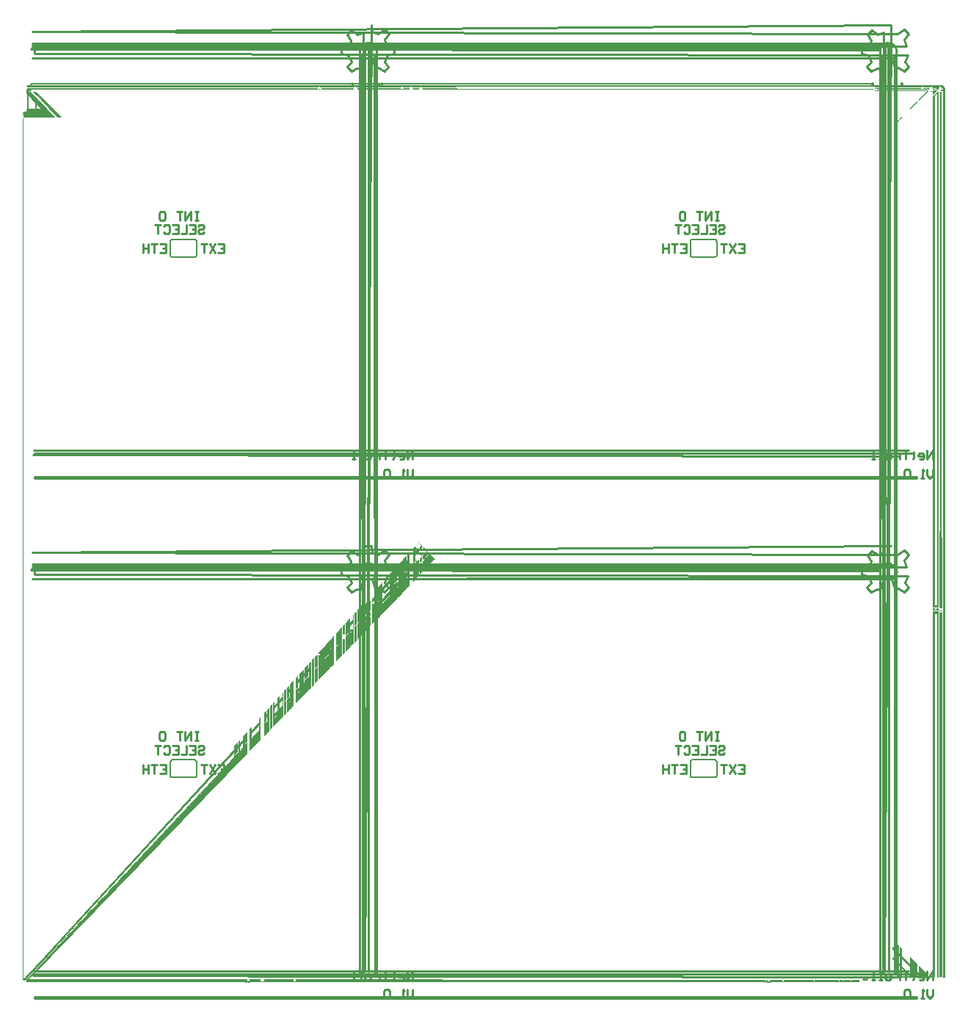
<source format=gbo>
%FSTAX23Y23*%
%MOMM*%
%SFA1B1*%

%IPPOS*%
%ADD45C,0.253999*%
%ADD101C,0.127000*%
%ADD102C,0.152000*%
%LNsnarc_panel-1*%
%LPD*%
G54D101*
X40228Y47913D02*
X40094D01*
X39775Y48715*
X3989*
X40051Y48284*
X4006Y48256*
X40068Y4823*
X40071Y4822*
X40075Y48207*
X40076Y48205*
X40077Y48198*
X40083Y48181*
X40092Y48159*
X40093Y4815*
X40097Y48131*
X40178Y47989*
X40273Y48284*
X40433Y48715*
X40551*
X40228Y47913*
X39852Y48564D02*
Y48717D01*
X39954Y4831D02*
Y48513D01*
X40055Y48056D02*
Y48209D01*
X40157Y47929D02*
Y48005D01*
X40258D02*
Y48209D01*
X4036Y48259D02*
Y48488D01*
X40462Y48513D02*
Y48717D01*
X41257Y50957D02*
X41285Y50954D01*
X41309Y50949*
X41334Y50941*
X41359Y50932*
X41377Y50925*
X41397Y50912*
X41418Y50901*
X41433Y50892*
X41447Y50881*
X41462Y50871*
X41468Y50866*
X41475Y50858*
X41483Y50851*
X41487Y50847*
X41504Y50826*
X41518Y50806*
X41531Y5078*
X41543Y50754*
X41554Y50725*
X41562Y50701*
X41576Y50645*
X4158Y50622*
X41583Y50602*
X41585Y5058*
X41587Y50561*
X41589Y50547*
Y50538*
Y5053*
X41587Y50497*
X41585Y50467*
X41577Y50412*
X4157Y50386*
X41563Y50362*
X41555Y50338*
X41548Y50318*
X41542Y50301*
X41535Y50287*
X4153Y50277*
X41523Y50266*
X41515Y50253*
X41516Y50256*
X41523Y50261*
X41492Y50224*
X41472Y50204*
X41451Y50187*
X41425Y50172*
X41402Y5016*
X41376Y5015*
X41347Y50139*
X41323Y50132*
X41298Y50126*
X41275Y50121*
X41257Y5012*
X41239Y50117*
X41223*
X41204Y50114*
X41206Y50115*
X41157Y50118*
X41113Y50125*
X41076Y50133*
X41045Y50145*
X41017Y50157*
X41002Y50164*
X41001Y50164*
X40991Y5017*
X41002Y50165*
X41005Y50159*
X40959Y50197*
X40933Y50225*
X40911Y50253*
X40892Y50283*
X40876Y50311*
X40868Y50326*
X4087Y50325*
X40865Y50338*
X40859Y50349*
X40895Y50278*
X40998Y50295*
X40992Y50318*
X41007Y5029*
X41022Y50267*
X41031Y50256*
X4104Y5024*
X41054Y50227*
X41065Y50215*
X4109Y502*
X41112Y50189*
X41133Y50182*
X41153Y50176*
X41172Y50174*
X41187Y50171*
X41205*
X41243Y50174*
X41278Y50184*
X41311Y50196*
X41336Y50211*
X41359Y50224*
X41375Y50238*
X41388Y5025*
X41417Y50287*
X41434Y50323*
X41446Y50355*
X41456Y50391*
X41461Y50419*
X41462Y50438*
X41464Y50447*
X41471Y5053*
X4085*
Y50515*
X40854Y5056*
X40859Y50601*
X40865Y50637*
X40873Y50671*
X40883Y50705*
X40891Y50731*
X40903Y50757*
X4091Y50779*
X40919Y50793*
X4093Y50813*
X40939Y50829*
X40942Y50835*
X40944Y50837*
X40945Y50839*
X40968Y50862*
X40989Y50878*
X41011Y50896*
X41033Y50908*
X41058Y5092*
X41079Y5093*
X41103Y50936*
X41128Y50943*
X41147Y50948*
X41169Y50952*
X41187Y50956*
X41202Y50957*
X41214Y50959*
X41228*
X41257Y50957*
X40893Y50545D02*
Y50749D01*
X40995Y5019D02*
Y50266D01*
Y50545D02*
Y50876D01*
X41097Y50164D02*
D01*
Y50545D02*
Y50952D01*
X41198Y50139D02*
D01*
Y50545D02*
Y50952D01*
X413Y50164D02*
Y5019D01*
Y50545D02*
Y50952D01*
X41401Y5019D02*
Y50266D01*
Y50545D02*
Y50876D01*
X41503Y50266D02*
Y50799D01*
X45929Y50957D02*
X45957Y50954D01*
X45981Y50949*
X46006Y50941*
X46031Y50932*
X46049Y50925*
X46069Y50912*
X4609Y50901*
X46105Y50892*
X46119Y50881*
X46134Y50871*
X4614Y50866*
X46147Y50858*
X46155Y50851*
X46159Y50847*
X46176Y50826*
X4619Y50806*
X46203Y5078*
X46215Y50754*
X46226Y50725*
X46234Y50701*
X46248Y50645*
X46252Y50622*
X46255Y50602*
X46257Y5058*
X46259Y50561*
X46261Y50547*
Y50538*
Y5053*
X46259Y50497*
X46257Y50467*
X46249Y50412*
X46242Y50386*
X46235Y50362*
X46227Y50338*
X4622Y5032*
X46213Y50302*
X46207Y50286*
X46202Y50277*
X46195Y50266*
X46187Y50253*
X46188Y50256*
X46195Y50261*
X46164Y50224*
X46144Y50204*
X46123Y50187*
X46097Y50172*
X46074Y5016*
X46048Y5015*
X46019Y50139*
X45995Y50132*
X4597Y50126*
X45947Y50121*
X45929Y5012*
X45911Y50117*
X45895*
X45876Y50114*
X45878Y50115*
X45829Y50118*
X45785Y50125*
X45748Y50133*
X45717Y50145*
X45689Y50157*
X45674Y50164*
X45673Y50164*
X45663Y5017*
X45674Y50165*
X45677Y50159*
X45631Y50197*
X45605Y50225*
X45583Y50253*
X45564Y50283*
X45548Y50311*
X4554Y50326*
X45542Y50325*
X45537Y50338*
X45531Y50349*
X45567Y50278*
X4567Y50295*
X45664Y50318*
X45679Y5029*
X45694Y50267*
X45703Y50256*
X45712Y5024*
X45726Y50227*
X45737Y50215*
X45762Y502*
X45784Y50189*
X45805Y50182*
X45825Y50176*
X45844Y50174*
X45859Y50171*
X45877*
X45915Y50174*
X4595Y50184*
X45983Y50196*
X46008Y50211*
X46031Y50224*
X46047Y50238*
X4606Y5025*
X46089Y50287*
X46106Y50323*
X46118Y50355*
X46128Y50391*
X46133Y50419*
X46134Y50438*
X46136Y50447*
X46143Y5053*
X45522*
Y50515*
X45526Y5056*
X45531Y50601*
X45537Y50637*
X45545Y50671*
X45555Y50705*
X45563Y50731*
X45575Y50757*
X45582Y50779*
X45591Y50793*
X45602Y50813*
X45611Y50829*
X45614Y50835*
X45616Y50837*
X45617Y50839*
X4564Y50862*
X45661Y50878*
X45683Y50896*
X45705Y50908*
X4573Y5092*
X45752Y5093*
X45775Y50937*
X45799Y50943*
X45819Y50948*
X45841Y50952*
X45859Y50956*
X45874Y50957*
X45886Y50959*
X459*
X45929Y50957*
X45567Y50545D02*
Y50749D01*
X45669Y5019D02*
Y50266D01*
Y50545D02*
Y50876D01*
X4577Y50164D02*
D01*
Y50545D02*
Y50952D01*
X45872Y50139D02*
D01*
Y50545D02*
Y50952D01*
X45973Y50164D02*
Y5019D01*
Y50545D02*
Y50952D01*
X46075Y5019D02*
Y50266D01*
Y50545D02*
Y50876D01*
X46177Y50266D02*
Y50799D01*
X37604Y50073D02*
X37622Y50023D01*
X37632Y49995*
X37643Y49971*
X37655Y49947*
X37668Y49928*
X37675Y49917*
X37683Y49907*
X3771Y49878*
X3774Y49856*
X37769Y49845*
X37794Y49835*
X37822Y49831*
X37842Y49828*
X37862*
X37901Y4983*
X37919Y49832*
X37935Y49833*
X37955Y49836*
X37969Y49839*
X3789Y49816*
X37884Y49765*
X37864Y49763*
X37841Y49762*
X37826Y4976*
X37781*
X37763Y49762*
X37742Y49764*
X37727Y49766*
X37714Y4977*
X37699Y49772*
X37699Y49773*
X37681Y49777*
X37667Y49783*
X37649Y49792*
X37639Y49796*
X37635Y49798*
X37622Y49806*
X37623Y49806*
X37601Y49824*
X37583Y4984*
X37578Y49847*
X37573Y49854*
X37572Y49856*
X3756Y49873*
X37553Y49887*
X37543Y49908*
X37535Y49926*
X37527Y49944*
X37521Y49959*
X37516Y49971*
X37456Y50132*
X37159Y5094*
X37277*
X3754Y50142*
X37806Y5094*
X37931*
X37604Y50073*
X37236Y50774D02*
Y50952D01*
X37337Y5052D02*
Y50774D01*
X37439Y50241D02*
Y50444D01*
X37541Y4991D02*
Y50139D01*
X37642Y49809D02*
Y49936D01*
Y50241D02*
Y50444D01*
X37744Y49783D02*
Y49834D01*
Y5052D02*
Y50774D01*
X37845Y49783D02*
Y49809D01*
Y50774D02*
Y50952D01*
X38944Y50138D02*
X38843D01*
Y50393*
X38709Y50223*
X38693Y50205*
X38672Y50187*
X38654Y50173*
X38636Y50161*
X38622Y5015*
X38622Y50151*
X38618Y50149*
X38593Y50137*
X38571Y50129*
X38548Y50122*
X38529Y50119*
X3851Y50116*
X385Y50115*
X38493*
X38466Y50117*
X38442Y50119*
X38421Y50124*
X38403Y5013*
X38362Y50149*
X38326Y50169*
X38311Y5018*
X38298Y50188*
X38288Y50197*
X38279Y50204*
X38272Y50211*
X38263Y50221*
X38261Y50222*
X38247Y50241*
X38231Y50263*
X3822Y50286*
X38208Y50315*
X38197Y50342*
X38189Y50368*
X38177Y50422*
X38173Y50447*
X3817Y5047*
X38168Y50492*
X38166Y50512*
X38164Y50525*
Y50534*
Y50542*
X38166Y50585*
X38168Y5062*
X38173Y50652*
X38179Y50682*
X38186Y50709*
X38196Y50737*
X38204Y50761*
X38213Y50781*
X38222Y50799*
X38231Y50814*
X3824Y50829*
X38247Y50839*
X38252Y50846*
X38261Y50856*
X38262Y50858*
X38276Y50872*
X38297Y5089*
X38313Y50903*
X38332Y50913*
X38353Y50924*
X38373Y50932*
X38413Y50946*
X3843Y50951*
X38443Y50954*
X38457Y50955*
X38472Y50958*
X38481Y50959*
X3849*
X38515Y50957*
X38538Y50954*
X3856Y50949*
X38577Y50944*
X38617Y50925*
X3865Y50906*
X38662Y50896*
X38677Y50882*
X38693Y50872*
X38701Y50864*
X38709Y50855*
X38825Y50738*
Y51293*
X38944*
Y50138*
X38226Y50291D02*
Y50799D01*
X38328Y5019D02*
Y50901D01*
X3843Y50139D02*
Y50926D01*
X38531Y50139D02*
Y50926D01*
X38633Y5019D02*
Y50901D01*
X38734Y50291D02*
Y50825D01*
X38836Y50164D02*
Y51282D01*
X44199Y51193D02*
X4408D01*
Y51293*
X44199*
Y51193*
X4643Y4819D02*
X46428Y48147D01*
X46424Y48108*
X46422Y48075*
X46417Y48051*
X46412Y48032*
X46405Y48012*
X46406Y48011*
X46395Y47991*
X46382Y47974*
X46367Y47957*
X46355Y47945*
X46342Y47935*
X46331Y47927*
X46327Y47924*
X46303Y47912*
X46276Y47904*
X46255Y47898*
X46234Y47894*
X46213Y47892*
X462Y4789*
X46189*
X46158Y47892*
X46133Y47894*
X46109Y479*
X46087Y47907*
X4607Y47914*
X46053Y47922*
X46041Y47926*
X46043Y47925*
X4602Y47939*
X45995Y47958*
X45976Y47972*
X45961Y47989*
X45949Y48002*
X45939Y48017*
X45931Y48025*
X45816Y48197*
Y47913*
X45715*
Y48715*
X45833*
Y48383*
Y48348*
Y48313*
X45835Y48282*
X45837Y48259*
Y48234*
X45839Y4821*
X45841Y48191*
X45844Y48175*
X45846Y48161*
X45848Y48149*
X45849Y48143*
X45851Y48132*
X45859Y48105*
X45867Y48087*
X45881Y48062*
X45897Y48042*
X45912Y48025*
X45925Y48013*
X45938Y48002*
X45961Y47987*
X45976Y47978*
X46Y47968*
X46025Y4796*
X46047Y47955*
X46065Y47953*
X46081Y4795*
X46099*
X46122Y47952*
X46144Y47955*
X46169Y47961*
X46185Y47968*
X46193Y47971*
X46208Y47977*
X46219Y47982*
X46246Y48004*
X46259Y48022*
X46277Y48046*
X46286Y48061*
X46293Y48075*
X46297Y48088*
X46301Y48106*
X46303Y48122*
X46306Y48143*
Y4816*
X4631Y48199*
Y48244*
X46312Y48283*
Y48302*
Y48317*
Y48331*
Y48341*
Y48346*
Y48715*
X4643*
Y4819*
X4577Y47929D02*
Y48717D01*
X45872Y48082D02*
Y48107D01*
X46075Y47929D02*
D01*
X46177Y47904D02*
Y47955D01*
X46278Y47929D02*
Y48056D01*
X4638Y48005D02*
Y48717D01*
X43454Y50957D02*
X43479Y50954D01*
X43504Y50948*
X43524Y50943*
X43564Y50926*
X43583Y50916*
X43599Y50907*
X43611Y50898*
X43623Y50887*
X43641Y50875*
X43651Y50867*
X43653Y50865*
X43655Y50862*
X43662Y50855*
X43677Y50837*
X4369Y50815*
X43703Y5079*
X43714Y50767*
X43722Y50743*
X43731Y50714*
X43744Y50661*
X43748Y50638*
X43751Y50615*
X43753Y50597*
X43754Y50576*
X43756Y50561*
Y50552*
Y50544*
X43754Y50513*
X43753Y50483*
X43744Y50428*
X43739Y50405*
X43732Y50383*
X43724Y5036*
X43718Y5034*
X4371Y50321*
X43706Y50308*
X43699Y50297*
X43694Y50287*
X43688Y50278*
X43686Y50273*
X43666Y50247*
X43647Y50225*
X43627Y50207*
X43609Y50193*
X43589Y50182*
X43566Y50171*
X43547Y50161*
X43529Y50155*
X43508Y5015*
X43491Y50145*
X43475Y50143*
X43463Y5014*
X43451*
X43441Y50138*
X43415Y5014*
X43393Y50143*
X43371Y50149*
X43353Y50156*
X43312Y50178*
X43276Y50202*
X43262Y50213*
X4325Y50223*
X43242Y50233*
X43231Y50245*
X43224Y50253*
X43215Y50264*
X43099Y5038*
Y50088*
Y50058*
X43101Y50032*
X43103Y50011*
X43106Y49994*
X43108Y49978*
X43113Y4996*
X43134Y49917*
X43126Y49932*
X43135Y49914*
X43149Y49895*
X43161Y49884*
X43168Y49876*
X43184Y49862*
X43193Y49858*
X43218Y49843*
X43251Y49834*
X43279Y49829*
X43304Y49824*
X43329Y49822*
X43348Y4982*
X4337*
X43398Y49822*
X43426Y49825*
X4345Y4983*
X43474Y49838*
X43488Y49845*
X43497Y49848*
X43512Y49856*
X43534Y49878*
X43549Y499*
X43563Y49934*
X43566Y49951*
X4354Y49933*
X43735Y49946*
X43727Y49995*
Y49992*
Y49985*
X43725Y49965*
X43724Y49949*
X43716Y4992*
X43703Y49894*
X43689Y4987*
X43675Y49852*
X43661Y49836*
X43653Y49827*
X43639Y49818*
X43622Y49808*
X43602Y498*
X4358Y49792*
X43528Y49777*
X4348Y49769*
X43453Y49767*
X43431Y49763*
X43415Y49762*
X43393*
X43376Y4976*
X43359*
X43315Y49762*
X43276Y49763*
X43247Y49766*
X43222Y49771*
X43199Y49777*
X43179Y49782*
X43175Y49783*
X43144Y49793*
X43123Y49802*
X43105Y49811*
X43092Y4982*
X43077Y49831*
X43069Y49837*
X43066Y4984*
X4305Y49858*
X4304Y4987*
X43031Y49886*
X4302Y49906*
X43014Y49921*
X43009Y49931*
X43006Y49944*
X43004Y49947*
X43001Y49958*
X42996Y49972*
X42991Y50006*
X42986Y50044*
X42984Y5008*
X42982Y50117*
X4298Y50131*
Y5014*
Y50152*
Y5016*
Y50166*
Y5094*
X43083*
Y50692*
X43216Y50855*
X43234Y50874*
X43255Y50891*
X43275Y50906*
X43294Y50918*
X43313Y50928*
X43332Y50936*
X43349Y50943*
X43366Y50947*
X43386Y50953*
X43398Y50956*
X43409Y50958*
X43411Y50958*
X43428Y50959*
X43454Y50957*
X43027Y4991D02*
Y50952D01*
X43129Y49834D02*
Y49885D01*
Y50368D02*
Y50749D01*
X4323Y49809D02*
D01*
Y50266D02*
Y50876D01*
X43332Y49783D02*
Y49809D01*
Y50215D02*
Y50952D01*
X43433Y49783D02*
Y49809D01*
Y50164D02*
Y50952D01*
X43535Y49809D02*
Y49885D01*
Y49961D02*
Y49936D01*
Y5019D02*
Y50952D01*
X43637Y4986D02*
Y4991D01*
Y50266D02*
Y5085D01*
X43738Y50469D02*
Y50622D01*
X39468Y48968D02*
X39349D01*
Y49068*
X39468*
Y48968*
X45344Y47913D02*
X45225D01*
Y48172*
X45035Y48373*
X44777Y47913*
X44659*
X44969Y48447*
X44719Y48715*
X44846*
X45225Y48281*
Y49068*
X45344*
Y47913*
X44703Y47929D02*
Y4798D01*
X44805D02*
Y48158D01*
Y48666D02*
Y48691D01*
X44907Y48183D02*
Y48336D01*
Y48539D02*
Y4864D01*
X45008Y48361D02*
Y48539D01*
X4511Y48336D02*
Y48412D01*
X45211Y48234D02*
Y4831D01*
X45313Y47929D02*
Y49072D01*
X42845Y47913D02*
X42712D01*
Y48473*
X4208*
Y47913*
X41948*
Y49068*
X4208*
Y48562*
X42712*
Y49068*
X42845*
Y47913*
X42718Y4804D02*
X42839D01*
Y486*
X41953*
Y4804*
X42075*
Y48941*
X41953*
Y48435*
X42839*
Y48941*
X42718*
Y4804*
X42011Y47929D02*
Y49072D01*
X42113Y48488D02*
Y48539D01*
X42214Y48488D02*
Y48539D01*
X42316Y48488D02*
Y48539D01*
X42417Y48488D02*
Y48539D01*
X42519Y48488D02*
Y48539D01*
X42621Y48488D02*
Y48539D01*
X42722Y47929D02*
Y49072D01*
X42824Y47929D02*
Y49072D01*
X39917Y50728D02*
X40046Y50869D01*
X40065Y50885*
X40088Y50902*
X40103Y50913*
X40123Y50923*
X40143Y50933*
X40176Y50945*
X40209Y50952*
X40224Y50956*
X40236Y50958*
X4025Y50959*
X40275Y50957*
X403Y50954*
X40325Y50949*
X40345Y50943*
X40386Y50926*
X40405Y50916*
X40419Y50907*
X40432Y50898*
X40448Y50886*
X40461Y50876*
X40473Y50867*
X40475Y50865*
X40481Y50859*
X40498Y50838*
X40511Y50815*
X40524Y50792*
X40534Y50769*
X40551Y50713*
X40564Y50659*
X40568Y50636*
X40571Y50613*
X40573Y50592*
X40575Y50571*
X40577Y50558*
Y50548*
Y5054*
X40575Y50502*
X40571Y50463*
X40568Y5043*
X40561Y50401*
X40553Y5037*
X40546Y50346*
X40535Y50321*
X40525Y50299*
X40517Y50281*
X40508Y50265*
X40499Y5025*
X40492Y5024*
X40485Y5023*
X40476Y50217*
X40477Y50219*
X40462Y50202*
X40442Y50186*
X40424Y50172*
X40406Y50161*
X40386Y5015*
X40367Y50141*
X4033Y50128*
X40297Y50121*
X40284Y50117*
X40274Y50117*
X40264Y50115*
X40257*
X4023Y50117*
X40208Y50119*
X40187Y50124*
X40169Y5013*
X40152Y50137*
X40139Y50143*
X40127Y50147*
X40129Y50146*
X40105Y50161*
X40085Y50175*
X40063Y50194*
X40047Y50209*
X40033Y50225*
X40022Y50237*
X39961Y50223*
X39926Y50138*
X39799*
Y51293*
X39917*
Y50728*
X3979Y50402D02*
X40134Y50777D01*
X40143Y50785*
X40163Y50799*
X4018Y50809*
X40195Y50817*
X40212Y50823*
X40238Y50829*
X40254Y50833*
X40256Y50833*
X40262Y50832*
X40273Y50829*
X40296Y50825*
X40332Y50811*
X40343Y50805*
X40356Y50796*
X40372Y50784*
X40383Y50776*
X40385Y50775*
X40395Y50763*
X40401Y50752*
X4041Y50737*
X40414Y50726*
X40429Y50679*
X4044Y50634*
X40442Y50616*
X40445Y50598*
X40447Y50581*
X40449Y50557*
X4045Y50548*
X40448Y50511*
X40445Y50475*
X40442Y50452*
X40437Y50431*
X40431Y50404*
X40426Y5039*
X40418Y50371*
X4041Y50352*
X40404Y5034*
X40398Y50329*
X40391Y50317*
X40388Y50313*
X40381Y50304*
X40377Y50298*
X40361Y50283*
X40352Y50277*
X40343Y50271*
X4033Y50264*
X40319Y50259*
X40294Y5025*
X40268Y50244*
X40264Y50243*
X40258Y50243*
X40262Y50242*
X40241Y50243*
X40229Y50245*
X40212Y50249*
X40201Y50254*
X40187Y5026*
X40185Y50261*
X40175Y50267*
X40164Y50275*
X40149Y50288*
X40138Y50299*
X40125Y50312*
X40065Y50377*
X39868Y50332*
X39841Y50265*
X39926*
Y51166*
X3979*
Y50402*
X39852Y50164D02*
Y51282D01*
X39954Y50266D02*
Y50749D01*
X40055Y50215D02*
Y50876D01*
X40157Y50164D02*
Y50926D01*
X40258Y50139D02*
Y50926D01*
X4036Y50164D02*
Y50926D01*
X40462Y50241D02*
Y5085D01*
X40563Y50545D02*
D01*
X42172Y50957D02*
X42198Y50954D01*
X42223Y50947*
X42246Y5094*
X42267Y50929*
X4229Y50918*
X42308Y50906*
X42329Y50892*
X42344Y50882*
X42358Y50867*
X42374Y50855*
X4238Y50849*
X42386Y50841*
X42394Y50831*
X42512Y50713*
Y5094*
X42613*
Y50138*
X42495*
Y50493*
Y50521*
Y50551*
X42493Y50574*
Y50597*
X42491Y50619*
X42489Y50637*
X42486Y50654*
X42485Y50667*
X42482Y50694*
X42477Y5071*
X42474Y50726*
X42462Y50757*
X42446Y50781*
X42434Y50799*
X4242Y50816*
X42405Y50831*
X42395Y50842*
X42379Y50854*
X42353Y50869*
X42331Y50878*
X42306Y50888*
X42281Y50894*
X42263Y50896*
X42247Y50899*
X42227*
X42205Y50897*
X42184Y50894*
X42163Y50888*
X42143Y50882*
X42127Y50872*
X42121Y50869*
X42113Y50863*
X42074Y50831*
X42054Y508*
X42046Y50786*
X42039Y50772*
X42035Y50762*
X4203Y50747*
X42027Y5073*
X42023Y50699*
X42018Y50665*
X42016Y5063*
X42014Y506*
Y50583*
Y50569*
Y5056*
Y50552*
Y50548*
Y50138*
X41896*
Y50649*
Y50686*
X41898Y50717*
X419Y50745*
X41902Y50764*
X41904Y5078*
X41906Y50796*
X41912Y50815*
X41918Y5083*
X41925Y50845*
X41932Y50858*
X41937Y50867*
X41942Y50876*
X41954Y50889*
X41966Y50899*
X4198Y50912*
X41992Y50919*
X42002Y50925*
X42013Y50931*
X42024Y50936*
X42025Y50937*
X42041Y50943*
X4206Y50948*
X42082Y50952*
X42104Y50956*
X42122Y50957*
X42135Y50959*
X42143*
X42172Y50957*
X41935Y50164D02*
Y50876D01*
X42036Y50825D02*
Y50952D01*
X42138Y50901D02*
Y50952D01*
X4224Y50926D02*
Y50952D01*
X42443Y50799D02*
Y50774D01*
X42544Y50164D02*
Y50952D01*
X44199Y50138D02*
X4408D01*
Y5094*
X44199*
Y50138*
X44072Y50265D02*
X44207D01*
Y50813*
X44072*
Y50265*
X44119Y50164D02*
Y50952D01*
X44984Y50956D02*
X45013Y50952D01*
X4504Y50946*
X45064Y50942*
X45085Y50935*
X45107Y50929*
X4512Y50924*
X45134Y50917*
X45148Y50909*
X45159Y50903*
X45162Y50901*
X45174Y50893*
X4519Y50879*
X452Y50868*
X45218Y50841*
X4523Y50815*
X45239Y50789*
X45244Y50765*
X45248Y50742*
X45249Y50741*
X45247Y50718*
X45246Y50702*
X45235Y50672*
X45222Y50642*
X45207Y5062*
X45191Y50601*
X45179Y50589*
X4516Y50575*
X45161Y50577*
X45153Y50572*
X45136Y50563*
X45117Y50555*
X4509Y50546*
X4506Y50534*
X45031Y50526*
X44968Y50509*
X44938Y50501*
X44909Y50493*
X44882Y50487*
X44857Y50481*
X44839Y50476*
X44826Y50474*
X44818Y50472*
X44788Y50464*
X44764Y50456*
X44748Y5045*
X4473Y50443*
X44723Y50437*
X44712Y50434*
X44693Y50415*
X44675Y50388*
X44666Y50362*
X44662Y50339*
Y50324*
X44665Y50303*
X4467Y5028*
X44688Y50242*
X44699Y50231*
X44712Y5022*
X44728Y50207*
X44751Y50192*
X44783Y50182*
X44811Y50174*
X44839Y5017*
X44861Y50167*
X44882Y50165*
X44903*
X44938Y50167*
X4497Y50172*
X44997Y50179*
X45021Y50186*
X45042Y50194*
X45054Y50201*
X45072Y5021*
X45098Y50238*
X45116Y50259*
X45133Y50285*
X45143Y50309*
X4515Y50327*
X45153Y50338*
X45161Y50354*
Y50299*
X45258Y50284*
X45269Y50315*
X45251Y5028*
X45231Y50248*
X45211Y50222*
X45194Y50204*
X45178Y5019*
X45163Y50175*
X4517Y50183*
X45129Y50159*
X45089Y50143*
X45042Y50132*
X44996Y50123*
X44978Y50119*
X44962Y50118*
X44946Y50117*
X44927*
X44914Y50115*
X44902*
X44867Y50117*
X44831Y50118*
X44804Y50121*
X44779Y50126*
X44752Y50133*
X44729Y50141*
X44709Y50148*
X4469Y50156*
X44675Y50163*
X44661Y5017*
X44652Y50175*
X44642Y50182*
X4463Y5019*
X44638Y50186*
X44642Y50177*
X44612Y50205*
X44599Y50219*
X44587Y50235*
X44579Y50247*
X44563Y50278*
X44554Y50305*
X44548Y50328*
X44546Y50342*
X44543Y50353*
X44543Y50356*
Y50355*
X44546Y50395*
X44551Y50421*
X44562Y50444*
X44573Y50465*
X44582Y50478*
X44592Y50489*
X44598Y50496*
X44609Y50504*
X44623Y50513*
X44661Y50532*
X44701Y5055*
X44742Y50564*
X44786Y50576*
X44801Y50581*
X44817Y50585*
X44826Y50587*
X4484Y5059*
X44843Y50591*
X44882Y506*
X44914Y50608*
X44942Y50616*
X44967Y50622*
X44991Y5063*
X45009Y50636*
X45026Y5064*
X45042Y50647*
X45056Y50652*
X45068Y50658*
X45079Y50663*
X45091Y5067*
X45111Y50684*
X45129Y50702*
X45141Y50735*
X45148Y50761*
X45145Y50789*
X4514Y50814*
X4512Y50848*
X45112Y50855*
X45108Y50863*
X45064Y50889*
X45031Y50897*
X44981Y50906*
X44957Y50909*
X44935Y5091*
X44918*
X44887Y50909*
X44855Y50906*
X44831Y50899*
X44809Y50894*
X44788Y50883*
X4478Y50879*
X44773Y50874*
X44743Y50855*
X44722Y5083*
X44711Y50813*
X44701Y50796*
X44693Y5078*
X44704Y50807*
X44596Y50827*
X44584Y50795*
X44599Y50823*
X44618Y50849*
X44636Y50872*
X44653Y50889*
X44666Y50901*
X4467Y50905*
X44687Y50916*
X44703Y50923*
X44739Y50936*
X44781Y50944*
X44823Y50952*
X44862Y50955*
X44882Y50957*
X44895Y50959*
X44956*
X44985Y50955*
X44602Y50241D02*
Y50495D01*
Y5085D02*
Y50825D01*
X44703Y50164D02*
Y5019D01*
Y50469D02*
Y50545D01*
Y5085D02*
Y50901D01*
X44805Y50139D02*
D01*
Y50495D02*
Y50571D01*
Y50926D02*
Y50952D01*
X44907Y50139D02*
D01*
Y5052D02*
Y50596D01*
Y50926D02*
Y50952D01*
X45008Y50164D02*
D01*
Y50545D02*
Y50622D01*
Y50926D02*
Y50952D01*
X4511Y5019D02*
Y50266D01*
Y50596D02*
Y50672D01*
Y50876D02*
Y50901D01*
X45211Y50266D02*
D01*
Y50698D02*
Y50825D01*
X46677Y50722D02*
X46805Y50869D01*
X46825Y50885*
X46847Y50902*
X46862Y50913*
X46882Y50923*
X46902Y50933*
X46935Y50945*
X46968Y50952*
X46983Y50956*
X46996Y50958*
X47Y50959*
X47007*
X47034Y50957*
X47059Y50954*
X47085Y50949*
X47104Y50943*
X47146Y50926*
X47163Y50916*
X47179Y50907*
X4719Y50899*
X47207Y50886*
X47221Y50876*
X47228Y5087*
X47234Y50865*
X4724Y50859*
X47257Y50838*
X4727Y50815*
X47283Y50792*
X47293Y50768*
X47311Y50713*
X47323Y5066*
X47327Y50636*
X4733Y50613*
X47332Y50592*
X47334Y50571*
X47336Y50558*
Y50548*
Y5054*
X47334Y50502*
X4733Y50463*
X47327Y5043*
X4732Y50401*
X47313Y5037*
X47305Y50347*
X47294Y50321*
X47284Y50299*
X47277Y50281*
X47267Y50265*
X47258Y5025*
X4725Y50238*
X47244Y5023*
X47236Y50219*
X47236Y50219*
X47221Y50202*
X472Y50184*
X47184Y50172*
X47164Y5016*
X47146Y5015*
X47125Y50141*
X47089Y50128*
X47055Y5012*
X47038Y50116*
X47034Y50116*
X47025Y50115*
X47016*
X46989Y50117*
X46967Y50119*
X46946Y50124*
X46928Y5013*
X46911Y50137*
X46898Y50143*
X46889Y50147*
X46864Y50161*
X46845Y50175*
X46824Y50193*
X46807Y50209*
X46793Y50225*
X4678Y50238*
X46719Y50224*
X46685Y50138*
X46558*
Y51293*
X46677*
Y50722*
X4655Y50384D02*
X46893Y50777D01*
X46904Y50785*
X46923Y508*
X46928Y50804*
X46939Y50809*
X46954Y50817*
X46971Y50823*
X46997Y50829*
X47013Y50833*
X47018Y50833*
X4701Y50832*
X47005Y50832*
X47021Y50831*
X47038Y50829*
X47055Y50825*
X47091Y50811*
X471Y50806*
X47108Y50802*
X47112Y50799*
X47132Y50783*
X47147Y50773*
X47145Y50774*
X47144Y50775*
X47153Y50764*
X4716Y50752*
X47169Y50737*
X47174Y50724*
X47189Y50679*
X47198Y50636*
X47201Y50616*
X47204Y50598*
X47206Y50581*
X47208Y50557*
X47209Y50548*
X47207Y50511*
X47204Y50475*
X47201Y50452*
X47196Y5043*
X47191Y50405*
X47187Y50393*
X47177Y50372*
X47168Y5035*
X47167Y50349*
X47158Y5033*
X4715Y50318*
X47144Y50308*
X47131Y50293*
X47118Y50282*
X471Y5027*
X4709Y50264*
X47079Y50259*
X47053Y5025*
X47025Y50244*
X47024Y50243*
X47029Y50243*
X47018Y50242*
X47021Y50242*
X47Y50243*
X46988Y50245*
X46971Y50249*
X4696Y50254*
X46947Y5026*
X46947Y5026*
X46933Y50268*
X4691Y50287*
X46897Y50299*
X46885Y50312*
X4682Y50378*
X46626Y50332*
X46599Y50265*
X46685*
Y51166*
X4655*
Y50384*
X46608Y50164D02*
Y51282D01*
X4671Y50266D02*
Y50749D01*
X46812Y50215D02*
Y5085D01*
X46913Y50164D02*
Y50926D01*
X47015Y50139D02*
Y50926D01*
X47116Y50164D02*
Y50926D01*
X47218Y50241D02*
Y5085D01*
X4732Y5052D02*
Y50571D01*
X54667Y54057D02*
X54696Y54052D01*
X54721Y54047*
X54738Y54042*
X54757Y54033*
X54775Y54026*
X54777Y54024*
X54802Y54009*
X5482Y53994*
X54836Y53979*
X54852Y53962*
X54865Y53948*
X54873Y53938*
X54934Y53952*
X54969Y5404*
X55095*
Y52883*
X54976*
Y53439*
X54844Y53306*
X54822Y53286*
X54802Y5327*
X54784Y53258*
X54769Y53247*
X54751Y53236*
X54736Y5323*
X54719Y53224*
X54699Y53221*
X54681Y53218*
X54664Y53217*
X54652Y53215*
X54646*
X54619Y53217*
X54595Y53219*
X54574Y53224*
X54556Y5323*
X54515Y53249*
X54479Y53269*
X54467Y53278*
X54453Y53288*
X54441Y53299*
X5443Y53307*
X54424Y53313*
X54419Y53318*
X54399Y53343*
X54384Y53365*
X54373Y53389*
X5436Y53416*
X5435Y53442*
X54342Y53469*
X54329Y53521*
X54325Y53545*
X54323Y53568*
X54321Y53588*
X54319Y53608*
X54317Y53623*
Y5363*
Y53638*
X54319Y53678*
X54321Y53715*
X54325Y53746*
X54332Y53776*
X54339Y53804*
X54348Y53828*
X54359Y53854*
X54368Y53878*
X54375Y53892*
X54385Y53908*
X54395Y53924*
X54401Y53935*
X54409Y53945*
X54412Y53948*
X54432Y53972*
X54451Y53987*
X5447Y54002*
X54489Y54013*
X54509Y54025*
X54526Y54032*
X54564Y54046*
X54596Y54054*
X54608Y54055*
X54623Y54058*
X54626Y54058*
X54641Y54059*
X54667Y54057*
X54652Y53931D02*
X54672Y53927D01*
X5469Y53923*
X54702Y5392*
X54707Y53917*
X5473Y53904*
X54737Y53898*
X54746Y53889*
X54758Y53877*
X5477Y53863*
X5483Y53797*
X55027Y53844*
X55055Y53913*
X54968*
Y5301*
X55103*
Y53745*
X54756Y53398*
X54738Y53382*
X54725Y53371*
X5471Y53361*
X547Y53354*
X5469Y53348*
X5468Y53345*
X54678Y53346*
X54657Y53342*
X54652*
X54648Y53342*
X5463Y53343*
X54615Y53345*
X54601Y53349*
X54573Y53362*
X54541Y5338*
X54543Y5338*
X54532Y53388*
X54523Y53395*
X54522Y53396*
X54514Y53403*
X54514Y53403*
X54501Y5342*
X54487Y53444*
X54477Y53466*
X5447Y53484*
X54464Y53504*
X54454Y53545*
X54451Y53562*
X54449Y53581*
X54447Y536*
X54445Y53621*
X54445Y53622*
X54444Y5363*
X54446Y53672*
X54447Y53703*
X5445Y53722*
X54456Y53746*
X54461Y53768*
X54466Y53782*
X54477Y53806*
X54485Y53828*
X5449Y53837*
X54492Y5384*
X54504Y53858*
X54506Y53863*
X5451Y53868*
X54511Y53869*
X54528Y53889*
X5453Y53887*
X54542Y53897*
X54553Y53903*
X54575Y53916*
X54571Y53914*
X54599Y53924*
X5462Y53929*
X54624Y53929*
X54639Y53932*
X54641Y53932*
X54652Y53931*
X54355Y53441D02*
Y53873D01*
X54457Y53314D02*
Y53974D01*
X54559Y53263D02*
Y54051D01*
X5466Y53238D02*
Y54051D01*
X54762Y53289D02*
Y54D01*
X54863Y5339D02*
Y53924D01*
X54965Y52908D02*
Y54051D01*
X55067Y52908D02*
Y54051D01*
X34661Y48732D02*
X34687Y48729D01*
X34712Y48722*
X34734Y48716*
X34756Y48704*
X34779Y48693*
X34797Y48681*
X34818Y48667*
X34833Y48657*
X34847Y48642*
X34863Y4863*
X34871Y48623*
X34887Y48602*
X35001Y48488*
Y48715*
X35102*
Y47913*
X34984*
Y48268*
Y48296*
Y48326*
X34982Y48349*
Y48372*
X3498Y48394*
X34978Y48413*
X34976Y48429*
X34974Y48442*
X34971Y48469*
X34966Y48485*
X34963Y48501*
X34952Y48531*
X34936Y48556*
X34922Y48575*
X34909Y48591*
X34896Y48605*
X34885Y48618*
X34862Y48633*
X34842Y48644*
X3482Y48653*
X34795Y48663*
X3477Y48669*
X34752Y48671*
X34736Y48674*
X34716*
X34694Y48672*
X34675Y48669*
X34653Y48664*
X3463Y48656*
X34614Y48645*
X34613Y48645*
X34602Y4864*
X34563Y48605*
X34543Y48575*
X34535Y48561*
X34528Y48547*
X34524Y48537*
X34519Y48522*
X34516Y48505*
X34512Y48474*
X34507Y4844*
X34506Y48403*
X34504Y48375*
Y48358*
Y48344*
Y48335*
Y48327*
Y48323*
Y47913*
X34385*
Y48424*
Y48461*
X34387Y48492*
X34389Y4852*
X3439Y48538*
X34394Y48554*
X34396Y4857*
X34401Y48591*
X34407Y48605*
X34414Y4862*
X34419Y4863*
X34428Y48643*
X34434Y48656*
X34433Y48654*
X34442Y48664*
X34455Y48674*
X34468Y48686*
X34482Y48694*
X34492Y48701*
X34502Y48706*
X3451Y4871*
X34531Y48718*
X34549Y48723*
X34571Y48727*
X34593Y48731*
X34611Y48732*
X34624Y48734*
X34632*
X34661Y48732*
X34442Y47929D02*
Y4864D01*
X34543Y48615D02*
Y48691D01*
X34645D02*
Y48742D01*
X34747Y48691D02*
D01*
X35051Y47929D02*
Y48691D01*
X47379Y53238D02*
X47236D01*
X4703Y54018*
X46821Y53238*
X4668*
X46423Y5404*
X4653*
X46759Y53252*
X46958Y5404*
X47098*
X47304Y53254*
X47528Y5404*
X47632*
X47379Y53238*
X4671Y53289D02*
X46735D01*
X46812D02*
D01*
X47269D02*
D01*
X47345D02*
X4737D01*
X46685Y5339D02*
X4671D01*
X46837D02*
D01*
X47243D02*
D01*
X4737D02*
X47396D01*
X46634Y53492D02*
X46685D01*
X46862D02*
D01*
X47218D02*
D01*
X47396D02*
X47447D01*
X46608Y53593D02*
X46659D01*
X46888D02*
X46913D01*
X47193D02*
D01*
X47421D02*
X47472D01*
X46583Y53695D02*
X46634D01*
X46913D02*
X46939D01*
X47167D02*
D01*
X47447D02*
X47497D01*
X46558Y53797D02*
X46583D01*
X46939D02*
X46964D01*
X47142D02*
D01*
X47497D02*
X47523D01*
X46507Y53898D02*
X46558D01*
X46964D02*
X46989D01*
X47116D02*
D01*
X47523D02*
X47574D01*
X46481Y54D02*
X46532D01*
X46989D02*
X47015D01*
X47091D02*
D01*
X47548D02*
X47624D01*
X38533Y48732D02*
X38559Y48729D01*
X38584Y48722*
X38606Y48716*
X3863Y48703*
X38651Y48693*
X38669Y48681*
X38691Y48667*
X38705Y48657*
X3872Y48642*
X38734Y48631*
X38743Y48623*
X38749Y48615*
X38754Y48609*
X38873Y4845*
Y48715*
X38975*
Y47913*
X38856*
Y48268*
Y48296*
Y48326*
X38854Y48349*
Y48372*
X38852Y48394*
X3885Y48413*
X38848Y48429*
X38846Y48442*
X38843Y48469*
X38838Y48485*
X38835Y48501*
X38825Y48531*
X38807Y48557*
X38794Y48575*
X38782Y4859*
X38768Y48605*
X38755Y48619*
X38732Y48634*
X38715Y48644*
X38691Y48653*
X38668Y48663*
X38641Y48669*
X38624Y48671*
X38609Y48674*
X38588*
X38566Y48672*
X38547Y48669*
X38525Y48664*
X38502Y48656*
X38486Y48645*
X38485Y48645*
X38474Y4864*
X38436Y48606*
X38415Y48575*
X38407Y48561*
X384Y48547*
X38396Y48537*
X38391Y48522*
X38388Y48503*
X38384Y48472*
X3838Y4844*
X38378Y48405*
X38376Y48375*
Y48358*
Y48344*
Y48335*
Y48327*
Y48323*
Y47913*
X38257*
Y48424*
Y48461*
X38259Y48492*
X38261Y4852*
X38262Y48538*
X38266Y48554*
X38268Y4857*
X38269Y48572*
X38273Y48591*
X38279Y48605*
X38286Y4862*
X38291Y4863*
X38298Y48641*
X38306Y48654*
X38314Y48664*
X38329Y48675*
X38341Y48687*
X38354Y48694*
X38364Y48701*
X38374Y48706*
X38382Y4871*
X38403Y48718*
X38422Y48723*
X38444Y48727*
X38465Y48731*
X38483Y48732*
X38496Y48734*
X38504*
X38533Y48732*
X38303Y47929D02*
Y4864D01*
X38404Y48615D02*
Y48691D01*
X38506D02*
Y48742D01*
X38607Y48691D02*
D01*
X38811Y48564D02*
Y48539D01*
X38912Y47929D02*
Y48691D01*
X53735Y54057D02*
X53763Y54054D01*
X53787Y54049*
X53811Y54041*
X53838Y54032*
X53855Y54025*
X53874Y54012*
X53896Y54001*
X5391Y53992*
X53925Y53981*
X53939Y53972*
X53946Y53966*
X53955Y53957*
X53961Y53951*
X53965Y53947*
X53982Y53926*
X53995Y53906*
X54009Y53879*
X54021Y53853*
X54032Y53825*
X5404Y53801*
X54052Y53746*
X54058Y53722*
X54061Y53701*
X54063Y5368*
X54065Y53661*
X54067Y53647*
Y53638*
Y5363*
X54065Y53597*
X54063Y53567*
X54054Y53512*
X54047Y53486*
X54041Y53461*
X54033Y53438*
X54026Y5342*
X54019Y53402*
X54011Y53385*
X54007Y53376*
X54001Y53366*
X53993Y53353*
X53994Y53356*
X54001Y53361*
X53971Y53325*
X53949Y53304*
X53928Y53287*
X53904Y53273*
X5388Y5326*
X53852Y5325*
X53825Y53239*
X53801Y53232*
X53775Y53227*
X53753Y53221*
X53735Y5322*
X53716Y53217*
X53701*
X53683Y53214*
X53684Y53215*
X53635Y53218*
X53591Y53225*
X53554Y53233*
X53523Y53245*
X53495Y53257*
X5348Y53264*
X53477Y53265*
X53467Y53271*
X53479Y53265*
X53481Y53261*
X53436Y53297*
X5341Y53325*
X53389Y53353*
X53369Y53382*
X53355Y53411*
X53346Y53426*
X53345Y53429*
X5334Y53441*
X53336Y53449*
X53372Y53378*
X53477Y53396*
X53471Y53417*
X53484Y53391*
X53498Y53368*
X53509Y53354*
X53519Y53339*
X53532Y53327*
X53542Y53316*
X53567Y533*
X5359Y53289*
X53611Y53282*
X53631Y53276*
X5365Y53274*
X53664Y53271*
X53682*
X5372Y53274*
X53756Y53284*
X53789Y53296*
X53814Y53311*
X53835Y53323*
X53851Y53337*
X53867Y53351*
X53894Y53387*
X53912Y53422*
X53924Y53456*
X53933Y53492*
X53937Y53519*
X53939Y53538*
X53941Y53547*
X53948Y5363*
X53328*
Y53615*
X53332Y53661*
X53337Y53701*
X53342Y53737*
X53351Y53771*
X53361Y53805*
X53369Y53832*
X53379Y53857*
X53388Y53878*
X53398Y53894*
X53408Y53915*
X53414Y53926*
X53419Y53934*
X53421Y53936*
X53445Y53962*
X53467Y53978*
X5349Y53996*
X5351Y54008*
X53535Y5402*
X53557Y5403*
X53581Y54037*
X53605Y54043*
X53625Y54048*
X53645Y54052*
X53664Y54056*
X53679Y54057*
X53691Y54059*
X53705*
X53735Y54057*
X5339Y5339D02*
Y53365D01*
Y53644D02*
Y53898D01*
X53492Y53289D02*
Y53339D01*
Y53644D02*
Y53974D01*
X53593Y53238D02*
Y53263D01*
Y53644D02*
Y54051D01*
X53695Y53238D02*
D01*
Y53644D02*
Y54051D01*
X53797Y53263D02*
Y53289D01*
Y53644D02*
Y54051D01*
X53898Y53314D02*
Y5339D01*
Y53644D02*
Y53974D01*
X54Y53416D02*
Y53847D01*
X39468Y47913D02*
X39349D01*
Y48715*
X39468*
Y47913*
X39341Y4804D02*
X39476D01*
Y48588*
X39341*
Y4804*
X39395Y47929D02*
Y48717D01*
X51412Y53238D02*
X51293D01*
Y5364*
X51291Y53683*
X51289Y5372*
X51284Y53754*
X5128Y53784*
X51276Y53798*
X51275Y53817*
X51262Y5385*
X51255Y53865*
X51241Y53889*
X51226Y53908*
X51213Y53925*
X51197Y53941*
X51184Y5395*
X51167Y53962*
X51148Y53971*
X51125Y53981*
X51101Y53989*
X51079Y53994*
X51061Y53996*
X51046Y53999*
X51004*
X5098Y53993*
X50962Y53989*
X50945Y53983*
X5093Y53977*
X5092Y53972*
X50911Y53968*
X50891Y53952*
X50871Y53935*
X50852Y53905*
X50847Y53897*
X50835Y53879*
X50831Y53856*
X50832Y53858*
X50827Y53843*
X50821Y5381*
X50819Y53778*
X50817Y53747*
X50815Y53715*
Y53687*
Y53677*
Y53669*
Y53666*
Y53238*
X50696*
Y53716*
Y53758*
X50698Y53795*
X507Y53825*
X50701Y53846*
X50705Y53863*
X50707Y53878*
X5071Y5389*
X50714Y53904*
X50719Y53923*
X50724Y53936*
X50732Y53953*
X50735Y53957*
X50744Y53973*
X50744Y53972*
X50753Y53983*
X50767Y53995*
X5078Y54006*
X50792Y54014*
X50806Y54023*
X50815Y54028*
X50821Y54031*
X50825Y54033*
X50844Y54042*
X50863Y54047*
X50887Y54052*
X50906Y54056*
X50924Y54057*
X50939Y54059*
X50946*
X50971Y54057*
X50994Y54054*
X51016Y54048*
X51039Y54042*
X51077Y54022*
X51115Y53999*
X51131Y53988*
X51143Y53978*
X51153Y5397*
X51165Y53957*
X51185Y53937*
X51293Y53856*
Y54393*
X51412*
Y53238*
X51285Y53365D02*
X5142D01*
Y53643*
X51418Y53689*
X51415Y53732*
X5141Y53772*
X51405Y53808*
X51398Y53852*
X51378Y53901*
X51368Y53923*
X51347Y5396*
X51325Y53987*
X51308Y54009*
X51281Y54037*
X51258Y54054*
X5123Y54072*
X51201Y54086*
X5117Y541*
X51135Y54111*
X51103Y54119*
X5108Y54122*
X51056Y54126*
X50988*
X50949Y54116*
X50928Y54111*
X50903Y54103*
X50878Y54093*
X50863Y54086*
X50841Y54075*
X50811Y5405*
X50775Y5402*
X50746Y53974*
X50741Y53967*
X50714Y53927*
X50708Y53888*
X50703Y53873*
X50695Y53824*
X50692Y53787*
X5069Y53755*
X50688Y53719*
Y53687*
Y53677*
Y53669*
Y53666*
Y53365*
X50823*
Y53716*
Y53755*
X50825Y53789*
X50827Y53817*
X50828Y53837*
X50829Y53841*
X50831Y5385*
X50833Y5386*
X50836Y53869*
X50841Y5389*
X50841Y53887*
X50839Y53884*
X5084Y53885*
X50847Y53897*
X50851Y53902*
X50849Y539*
X50841Y53893*
X50862Y53908*
X5087Y53913*
X50877Y53917*
X50882Y53919*
X50888Y53922*
X50912Y53928*
X50923Y5393*
X50936Y53931*
X50938Y53931*
X5096Y53931*
X50968Y5393*
X50982Y53925*
X50993Y53922*
X51015Y53911*
X51045Y53893*
X51055Y53886*
X51065Y53877*
X51075Y53867*
X51101Y53841*
X5142Y53602*
Y54266*
X51285*
Y53365*
X50749Y53263D02*
Y53974D01*
X5085Y53949D02*
Y54025D01*
X50952D02*
D01*
X51053D02*
D01*
X51257Y53873D02*
Y53847D01*
X51358Y53263D02*
Y54381D01*
X35879Y48732D02*
X35919Y48725D01*
X35959Y48717*
X3599Y48708*
X36015Y48698*
X36028Y48692*
X36037Y48689*
X36048Y48683*
X36084Y4866*
X36112Y48637*
X36137Y48613*
X36157Y48587*
X36176Y48563*
X36189Y48544*
X36195Y48537*
X36196Y48535*
X36213Y48496*
X36225Y48457*
X36235Y48422*
X36241Y48389*
X36245Y4836*
X36247Y48346*
X36247Y48338*
X36248Y48332*
Y48329*
Y48325*
X36246Y48272*
X36239Y48226*
X3623Y48182*
X36221Y48146*
X36215Y48131*
X3621Y48116*
X36206Y48104*
X36204Y48097*
X36199Y4809*
X36193Y48077*
X36176Y48051*
X36152Y4802*
X36128Y47996*
X36104Y47977*
X36079Y47961*
X36059Y47946*
X36052Y4794*
X3605Y47939*
X36011Y47923*
X35974Y47911*
X35938Y47902*
X35903Y47896*
X35875Y47893*
X35861Y47892*
X35851Y4789*
X35837*
X35802Y47892*
X3577Y47894*
X3574Y47901*
X35712Y47908*
X35686Y47917*
X35664Y47927*
X35641Y47938*
X35619Y47951*
X35599Y47963*
X35583Y47973*
X35569Y47984*
X35555Y47995*
X35544Y48003*
X35544Y48003*
X3554Y48007*
X35519Y48033*
X35501Y48055*
X35486Y48081*
X35471Y48106*
X35462Y48129*
X35449Y4816*
X35442Y48181*
X35436Y48204*
X35431Y48229*
X35427Y4825*
X35424Y4827*
X35423Y48286*
X3542Y48302*
X35421Y48304*
Y48311*
X35423Y48349*
X35426Y4838*
X3543Y48409*
X35439Y48438*
X35448Y48463*
X35459Y4849*
X35469Y48514*
X35479Y48534*
X3549Y48551*
X35502Y4857*
X35511Y48583*
X35519Y48593*
X35532Y48608*
X35534Y48613*
X35558Y48635*
X35581Y48652*
X35607Y48669*
X35631Y48683*
X35656Y48694*
X35681Y48705*
X35703Y48711*
X3573Y48718*
X35753Y48723*
X35772Y48727*
X35792Y48731*
X35807Y48732*
X35819Y48734*
X35835*
X35879Y48732*
G54D45*
X35864Y48606D02*
X35895Y486D01*
X35929Y48593*
X35949Y48588*
X35967Y4858*
X3598Y48575*
X3599Y48571*
X35985Y48573*
X36009Y48558*
X36028Y48542*
X36042Y48528*
X36057Y48509*
X36074Y48487*
X36086Y4847*
X36085Y48471*
X36094Y48452*
X36103Y4842*
X36112Y48393*
X36115Y48371*
X36119Y48344*
X3612Y48333*
X36121Y48326*
X36121Y48328*
X36119Y48284*
X36114Y48249*
X36106Y48211*
X36099Y48182*
X36095Y48171*
X3609Y48156*
X36086Y48144*
X3609Y48152*
X36109Y48194*
X36082Y4814*
X36072Y48125*
X36056Y48104*
X36042Y4809*
X3603Y4808*
X36007Y48065*
X35983Y48048*
X35987Y4805*
X35967Y48042*
X35939Y48033*
X35913Y48026*
X35885Y48022*
X35862Y48019*
X35845Y48018*
X35841Y48017*
X35841*
X3581Y48019*
X35789Y4802*
X3577Y48025*
X35748Y4803*
X35732Y48036*
X35718Y48042*
X35703Y48049*
X35683Y48062*
X35665Y48071*
X35657Y48076*
X35645Y48086*
X3563Y48097*
X35634Y48093*
X35618Y48113*
X35606Y48127*
X35595Y48146*
X35579Y48173*
X35581Y48174*
X35568Y48206*
X35564Y48217*
X3556Y48232*
X35555Y48254*
X35553Y4827*
X3555Y48287*
X35549Y48301*
X35548Y48306*
X3555Y48341*
X35552Y48364*
X35554Y4838*
X3556Y48399*
X35567Y48418*
X35576Y48442*
X35585Y48462*
X35595Y48478*
X35608Y485*
X35617Y48512*
X35638Y48537*
X35637Y48535*
X35639Y48537*
X35654Y48548*
X35674Y48561*
X35689Y48569*
X35707Y48578*
X35723Y48585*
X35737Y48589*
X35761Y48595*
X3578Y48599*
X35796Y48602*
X35811Y48605*
X35822Y48606*
X35835Y48608*
X35833Y48608*
X35864Y48606*
X35661Y48107D02*
Y48539D01*
X3589Y48056D02*
Y48539D01*
G54D101*
X44192Y54057D02*
X4422Y54054D01*
X44244Y54049*
X44268Y54041*
X44295Y54032*
X44312Y54025*
X44332Y54012*
X44353Y54001*
X44368Y53992*
X44382Y53981*
X44396Y53972*
X44403Y53966*
X44412Y53957*
X44418Y53951*
X44422Y53947*
X44439Y53926*
X44452Y53906*
X44466Y53879*
X44478Y53853*
X44489Y53825*
X44497Y53801*
X44509Y53746*
X44515Y53722*
X44518Y53701*
X4452Y5368*
X44522Y53661*
X44524Y53647*
Y53638*
Y5363*
X44522Y53597*
X4452Y53567*
X44511Y53512*
X44504Y53486*
X44498Y53461*
X4449Y53438*
X44483Y5342*
X44476Y53402*
X44468Y53385*
X44464Y53376*
X44458Y53366*
X4445Y53353*
X44451Y53356*
X44458Y53361*
X44428Y53325*
X44406Y53304*
X44385Y53287*
X4436Y53272*
X44338Y5326*
X44309Y5325*
X44282Y53239*
X44258Y53232*
X44232Y53227*
X4421Y53221*
X44192Y5322*
X44173Y53217*
X44158*
X4414Y53214*
X44141Y53215*
X44092Y53218*
X44048Y53225*
X44011Y53233*
X4398Y53245*
X43952Y53257*
X43938Y53264*
X43934Y53265*
X43926Y5327*
X43937Y53264*
X43939Y5326*
X43893Y53297*
X43867Y53325*
X43846Y53353*
X43826Y53382*
X43812Y53411*
X43803Y53426*
X43802Y53429*
X43797Y53441*
X43793Y53449*
X43829Y53378*
X43934Y53396*
X43928Y53417*
X43942Y5339*
X43956Y53369*
X43965Y53355*
X43976Y53339*
X43989Y53327*
X43999Y53316*
X44024Y533*
X44047Y53289*
X44068Y53282*
X44088Y53276*
X44106Y53274*
X44122Y53271*
X44139*
X44178Y53274*
X44213Y53284*
X44246Y53296*
X44271Y53311*
X44292Y53323*
X44308Y53337*
X44324Y53351*
X44351Y53387*
X44369Y53422*
X44381Y53456*
X4439Y53492*
X44394Y53519*
X44396Y53538*
X44398Y53547*
X44405Y5363*
X43785*
Y53615*
X43789Y53659*
X43794Y537*
X43799Y53738*
X43808Y53771*
X43818Y53805*
X43826Y53832*
X43836Y53857*
X43845Y53878*
X43854Y53893*
X43866Y53915*
X43872Y53927*
X43876Y53934*
X43878Y53936*
X43902Y53962*
X43924Y53978*
X43947Y53996*
X43967Y54008*
X43992Y5402*
X44014Y5403*
X44038Y54037*
X44062Y54043*
X44082Y54048*
X44102Y54052*
X44121Y54056*
X44136Y54057*
X44148Y54059*
X44163*
X44192Y54057*
X4384Y5339D02*
Y53365D01*
Y53644D02*
Y53873D01*
X43941Y53289D02*
Y53365D01*
Y53644D02*
Y53974D01*
X44043Y53238D02*
Y53263D01*
Y53644D02*
Y54051D01*
X44145Y53238D02*
D01*
Y53644D02*
Y54051D01*
X44246Y53263D02*
Y53289D01*
Y53644D02*
Y54051D01*
X44348Y53314D02*
Y5339D01*
Y53644D02*
Y53974D01*
X44449Y5339D02*
Y53873D01*
X44799Y54057D02*
X44812Y54056D01*
X44824Y54052*
X4484Y54048*
X44844Y54046*
X44853Y5404*
X44856Y54039*
X44867Y54031*
X44882Y54017*
X44895Y54003*
X44908Y53985*
X44921Y53965*
X44935Y53947*
X45059Y53776*
Y5404*
X4516*
Y53238*
X45041*
Y53459*
Y53502*
Y53543*
X45039Y5358*
X45037Y5361*
Y53639*
X45035Y53667*
X45033Y5369*
X45031Y5371*
X45028Y53727*
X45026Y53744*
X45025Y53752*
X45024Y5376*
X45021Y53777*
X45022Y53773*
Y53779*
X4501Y53817*
X44998Y53844*
X44985Y53869*
X44972Y53886*
X44966Y53896*
X44953Y53913*
X44925Y53934*
X44921Y53936*
X44896Y5395*
X44872Y53956*
X44857Y5396*
X44843Y53963*
X44828Y53966*
X4481*
X44783Y53963*
X44754Y53958*
X44732Y53948*
X44707Y53941*
X4469Y5393*
X44678Y53924*
X44732Y53951*
X44698Y54046*
X44677Y54034*
X44699Y54043*
X44723Y54049*
X44745Y54054*
X44763Y54058*
X44774Y54059*
X44781*
X44799Y54057*
X4478Y54D02*
Y54051D01*
X44881Y53974D02*
Y54D01*
X44983Y53898D02*
Y53873D01*
X45084Y53263D02*
Y54051D01*
X48974Y54057D02*
X48986Y54056D01*
X49Y54051*
X49014Y54048*
X49033Y54038*
X4903Y54039*
X49041Y5403*
X49056Y54017*
X49069Y54003*
X49083Y53984*
X49096Y53965*
X49107Y5395*
X49233Y53776*
Y5404*
X49334*
Y53238*
X49216*
Y53459*
Y53502*
Y53543*
X49214Y5358*
X49212Y5361*
Y53639*
X4921Y53667*
X49208Y5369*
X49206Y5371*
X49203Y53727*
X49201Y53744*
X492Y53752*
X49199Y5376*
X49195Y53782*
X49196Y5378*
Y53779*
X49184Y53816*
X49173Y53843*
X4916Y53869*
X49146Y53888*
X49137Y53899*
X49127Y53913*
X49116Y53921*
X49096Y53937*
X49069Y5395*
X49048Y53956*
X49031Y53961*
X49016Y53963*
X49002Y53966*
X48986*
X48957Y53963*
X48929Y53957*
X48906Y53948*
X48883Y53941*
X48865Y53931*
X48851Y53923*
X48906Y53955*
X48873Y54046*
X48852Y54034*
X48873Y54043*
X48897Y54049*
X4892Y54054*
X48937Y54058*
X48949Y54059*
X48956*
X48975Y54057*
X48894Y53974D02*
Y54051D01*
X48996Y54D02*
Y54051D01*
X49199Y53644D02*
Y53797D01*
X49301Y53263D02*
Y54051D01*
X48022Y53822D02*
X48151Y5397D01*
X48169Y53985*
X48192Y54002*
X48207Y54013*
X48227Y54023*
X48247Y54033*
X4828Y54045*
X48313Y54052*
X48328Y54056*
X4834Y54058*
X48354Y54059*
X48379Y54057*
X48404Y54054*
X48429Y54049*
X48449Y54043*
X48491Y54026*
X48508Y54016*
X48524Y54007*
X48535Y53999*
X48552Y53986*
X48565Y53976*
X48577Y53967*
X48579Y53965*
X48585Y53959*
X48602Y53938*
X48615Y53915*
X48628Y53892*
X48638Y53868*
X48656Y53813*
X48668Y5376*
X48672Y53736*
X48675Y53713*
X48677Y53692*
X48679Y53671*
X48681Y53658*
Y53648*
Y5364*
X48679Y53602*
X48675Y53563*
X48672Y5353*
X48665Y53501*
X48658Y5347*
X4865Y53447*
X48639Y53421*
X48629Y53399*
X48622Y53381*
X48612Y53365*
X48603Y5335*
X48596Y5334*
X48589Y5333*
X4858Y53317*
X48581Y53319*
X48566Y53302*
X48546Y53286*
X48528Y53272*
X48508Y5326*
X48491Y5325*
X4847Y53241*
X48434Y53228*
X484Y5322*
X48383Y53216*
X48379Y53216*
X4837Y53215*
X48361*
X48334Y53217*
X48312Y53219*
X48291Y53224*
X48273Y5323*
X48256Y53237*
X48243Y53243*
X48241Y53243*
X48238Y53245*
X48209Y53261*
X48189Y53275*
X48167Y53294*
X48151Y53309*
X48137Y53325*
X48126Y53337*
X48065Y53323*
X4803Y53238*
X47903*
Y54393*
X48022*
Y53822*
X47895Y53484D02*
X4824Y53878D01*
X48247Y53885*
X48267Y53899*
X48284Y53909*
X48299Y53917*
X48316Y53923*
X48342Y53929*
X48358Y53933*
X4836Y53933*
X48366Y53932*
X48377Y53929*
X484Y53925*
X48436Y53911*
X48445Y53906*
X48453Y53902*
X48457Y53899*
X48476Y53884*
X48487Y53875*
X48488Y53875*
X48499Y53863*
X48505Y53852*
X48514Y53837*
X48519Y53824*
X48534Y53779*
X48543Y53736*
X48546Y53716*
X48549Y53698*
X48551Y53681*
X48553Y53657*
X48554Y53648*
X48552Y53611*
X48549Y53575*
X48546Y53552*
X48541Y5353*
X48536Y53505*
X48532Y53493*
X48522Y53471*
X48513Y5345*
X48512Y53449*
X48503Y53431*
X48495Y53418*
X48492Y53413*
X48485Y53404*
X48481Y53398*
X48465Y53383*
X48456Y53377*
X48444Y53369*
X48435Y53364*
X48424Y53359*
X48398Y5335*
X4837Y53344*
X48369Y53343*
X48374Y53343*
X48363Y53342*
X48365*
X48345Y53343*
X48333Y53345*
X48316Y5335*
X48305Y53354*
X48293Y5336*
X48295Y53359*
X48277Y53369*
X48268Y53375*
X48253Y53388*
X48241Y53399*
X48229Y53412*
X48169Y53477*
X47972Y53433*
X47945Y53365*
X4803*
Y54266*
X47895*
Y53484*
X47955Y53263D02*
Y54381D01*
X48056Y53365D02*
Y53847D01*
X48158Y53314D02*
Y53974D01*
X48259Y53263D02*
Y54025D01*
X48361Y53238D02*
Y54025D01*
X48463Y53263D02*
Y54025D01*
X48564Y53339D02*
Y53949D01*
X48666Y53619D02*
Y5367D01*
X52562Y54057D02*
X52588Y54054D01*
X52613Y54047*
X52635Y54041*
X52659Y54028*
X5268Y54018*
X52698Y54006*
X5272Y53992*
X52734Y53982*
X52749Y53967*
X52763Y53956*
X52772Y53948*
X52778Y5394*
X52783Y53934*
X52902Y53775*
Y5404*
X53004*
Y53238*
X52885*
Y53593*
Y53621*
Y53651*
X52883Y53674*
Y53697*
X52881Y53719*
X52879Y53737*
X52877Y53754*
X52875Y53767*
X52872Y53794*
X52867Y5381*
X52864Y53826*
X52854Y53856*
X52836Y53882*
X52823Y539*
X52811Y53915*
X52797Y5393*
X52784Y53944*
X52761Y53959*
X52744Y53969*
X5272Y53978*
X52697Y53988*
X5267Y53994*
X52653Y53996*
X52638Y53999*
X52617*
X52595Y53997*
X52576Y53994*
X52554Y53988*
X52531Y53981*
X52515Y5397*
X52514Y5397*
X52503Y53965*
X52465Y53931*
X52444Y539*
X52436Y53886*
X52429Y53872*
X52425Y53862*
X5242Y53847*
X52417Y53828*
X52413Y53797*
X52409Y53765*
X52407Y5373*
X52405Y537*
Y53683*
Y53669*
Y5366*
Y53652*
Y53648*
Y53238*
X52286*
Y53749*
Y53786*
X52288Y53817*
X5229Y53845*
X52291Y53863*
X52295Y53879*
X52297Y53896*
X52303Y53916*
X52308Y53931*
X52315Y53945*
X5232Y53955*
X52327Y53966*
X52335Y53979*
X52343Y53989*
X52358Y54*
X5237Y54012*
X52383Y54019*
X52393Y54026*
X52403Y54031*
X52411Y54035*
X52432Y54043*
X52451Y54048*
X52473Y54052*
X52494Y54056*
X52512Y54057*
X52525Y54059*
X52533*
X52562Y54057*
X52349Y53263D02*
Y53974D01*
X5245Y53949D02*
Y54051D01*
X52552Y54025D02*
Y54051D01*
X52654Y54025D02*
Y54D01*
X52857Y53847D02*
Y53822D01*
X52958Y53263D02*
Y54051D01*
X44079Y48732D02*
X44107Y48729D01*
X44132Y48724*
X44156Y48716*
X44181Y48707*
X442Y487*
X44218Y48688*
X4424Y48676*
X44256Y48667*
X44269Y48657*
X44283Y48646*
X44292Y4864*
X443Y48632*
X44302Y48629*
X44309Y48622*
X44326Y48601*
X4434Y48581*
X44354Y48554*
X44366Y48529*
X44376Y48501*
X44384Y48476*
X44398Y4842*
X44403Y48398*
X44405Y48376*
X44407Y48355*
X44409Y48336*
X44411Y48322*
Y48313*
Y48305*
X44409Y48272*
X44407Y48242*
X44399Y48187*
X44392Y48161*
X44385Y48137*
X44377Y48113*
X4437Y48093*
X44364Y48076*
X44357Y48062*
X44352Y48052*
X44345Y48041*
X44337Y48028*
X44336Y48027*
X44314Y47999*
X44294Y47979*
X44273Y47962*
X44247Y47947*
X44224Y47935*
X44198Y47925*
X44169Y47914*
X44145Y47907*
X4412Y47901*
X44098Y47896*
X44079Y47895*
X44061Y47892*
X44045*
X44027Y47889*
X44028Y4789*
X43979Y47893*
X43935Y479*
X43898Y47908*
X43867Y4792*
X43839Y47932*
X43825Y47939*
X43823Y4794*
X43812Y47947*
X43822Y47944*
X43827Y47934*
X43781Y47972*
X43755Y48*
X43733Y48028*
X43714Y48058*
X43699Y48085*
X43692Y48098*
X43691Y48103*
X43685Y48116*
X43681Y48124*
X43717Y48053*
X4382Y4807*
X43814Y48093*
X43829Y48065*
X43844Y48042*
X43854Y48029*
X43863Y48016*
X43874Y48003*
X43887Y4799*
X43912Y47975*
X43934Y47964*
X43957Y47957*
X43976Y47951*
X43993Y47949*
X44009Y47946*
X44027*
X44065Y47949*
X441Y47959*
X44134Y47971*
X44158Y47986*
X44181Y47999*
X44197Y48014*
X4421Y48025*
X44239Y48062*
X44256Y48098*
X44268Y4813*
X44278Y48166*
X44282Y48194*
X44284Y48213*
X44286Y48222*
X44293Y48305*
X43672*
Y4829*
X43676Y48334*
X43681Y48375*
X43687Y48412*
X43696Y48446*
X43705Y4848*
X43713Y48506*
X43724Y48531*
X43733Y48554*
X43741Y48569*
X43752Y48588*
X43759Y48601*
X43765Y4861*
X43766Y48612*
X43768Y48614*
X4379Y48637*
X43811Y48653*
X43833Y48671*
X43855Y48683*
X4388Y48695*
X43901Y48705*
X43925Y48711*
X4395Y48718*
X43969Y48723*
X43991Y48727*
X44009Y48731*
X44023Y48732*
X44036Y48734*
X4405*
X44079Y48732*
X43738Y48056D02*
D01*
Y48336D02*
Y48564D01*
X4384Y47955D02*
Y48005D01*
Y48336D02*
Y48666D01*
X43941Y47929D02*
D01*
Y48336D02*
Y48691D01*
X44043Y47929D02*
D01*
Y48336D02*
Y48742D01*
X44145Y47929D02*
Y47955D01*
Y48336D02*
Y48691D01*
X44246Y4798D02*
Y48107D01*
Y48336D02*
Y4864D01*
X44348Y48107D02*
Y48539D01*
X47511Y47913D02*
X46737D01*
Y48003*
X47379*
Y49056*
X47511*
Y47913*
X46786Y47929D02*
Y4798D01*
X46888Y47929D02*
Y4798D01*
X46989Y47929D02*
Y4798D01*
X47091Y47929D02*
Y4798D01*
X47193Y47929D02*
Y4798D01*
X47294Y47929D02*
Y4798D01*
X47396Y47929D02*
Y49047D01*
X47497Y47929D02*
Y49047D01*
X100228Y47913D02*
X100094D01*
X99775Y48715*
X99889*
X100051Y48284*
X10006Y48256*
X100068Y4823*
X100071Y4822*
X100075Y48207*
X100076Y48205*
X100077Y48198*
X100083Y48181*
X100092Y48159*
X100093Y4815*
X100097Y48131*
X100178Y47989*
X100273Y48284*
X100433Y48715*
X100551*
X100228Y47913*
X99847Y48564D02*
Y48717D01*
X99948Y4831D02*
Y48564D01*
X10005Y48056D02*
Y48234D01*
X100152Y47929D02*
Y48005D01*
X100253D02*
Y48209D01*
X100355Y48259D02*
Y48488D01*
X100456Y48513D02*
Y48717D01*
X101257Y50957D02*
X101285Y50954D01*
X101309Y50949*
X101334Y50941*
X101359Y50932*
X101377Y50925*
X101397Y50912*
X101418Y50901*
X101433Y50892*
X101447Y50881*
X101462Y50871*
X101468Y50866*
X101475Y50858*
X101483Y50851*
X101487Y50847*
X101504Y50826*
X101518Y50806*
X101531Y5078*
X101543Y50754*
X101554Y50725*
X101562Y50701*
X101576Y50645*
X10158Y50622*
X101583Y50602*
X101585Y5058*
X101587Y50561*
X101589Y50547*
Y50538*
Y5053*
X101587Y50497*
X101585Y50467*
X101577Y50412*
X10157Y50386*
X101563Y50362*
X101555Y50338*
X101548Y50318*
X101542Y50301*
X101535Y50287*
X10153Y50277*
X101523Y50266*
X101515Y50253*
X101516Y50256*
X101523Y50261*
X101492Y50224*
X101472Y50204*
X101451Y50187*
X101425Y50172*
X101402Y5016*
X101376Y5015*
X101347Y50139*
X101323Y50132*
X101298Y50126*
X101275Y50121*
X101257Y5012*
X101239Y50117*
X101223*
X101205Y50114*
X101206Y50115*
X101157Y50118*
X101113Y50125*
X101076Y50133*
X101045Y50145*
X101017Y50157*
X101002Y50164*
X101001Y50164*
X100991Y5017*
X101002Y50165*
X101005Y50159*
X100959Y50197*
X100933Y50225*
X100911Y50253*
X100892Y50283*
X100876Y50311*
X100868Y50326*
X10087Y50325*
X100865Y50338*
X100859Y50349*
X100895Y50278*
X100998Y50295*
X100992Y50318*
X101007Y5029*
X101022Y50267*
X101031Y50256*
X10104Y5024*
X101054Y50227*
X101065Y50215*
X10109Y502*
X101112Y50189*
X101133Y50182*
X101153Y50176*
X101172Y50174*
X101187Y50171*
X101205*
X101243Y50174*
X101278Y50184*
X101311Y50196*
X101336Y50211*
X101359Y50224*
X101375Y50238*
X101388Y5025*
X101417Y50287*
X101434Y50323*
X101446Y50355*
X101456Y50391*
X10146Y50419*
X101462Y50438*
X101464Y50447*
X101471Y5053*
X10085*
Y50515*
X100854Y5056*
X100859Y50601*
X100865Y50637*
X100873Y50671*
X100883Y50705*
X100891Y50731*
X100903Y50757*
X10091Y50779*
X100919Y50793*
X10093Y50813*
X100939Y50829*
X100942Y50835*
X100944Y50837*
X100945Y50839*
X100968Y50862*
X100989Y50878*
X101011Y50896*
X101033Y50908*
X101058Y5092*
X101079Y5093*
X101103Y50936*
X101128Y50943*
X101147Y50948*
X101169Y50952*
X101187Y50956*
X101202Y50957*
X101214Y50959*
X101228*
X101257Y50957*
X100888Y50545D02*
Y50723D01*
X10099Y50215D02*
Y50291D01*
Y50545D02*
Y50876D01*
X101091Y50164D02*
D01*
Y50545D02*
Y50952D01*
X101193Y50139D02*
D01*
Y50545D02*
Y50952D01*
X101295Y50164D02*
D01*
Y50545D02*
Y50952D01*
X101396Y5019D02*
Y50241D01*
Y50545D02*
Y50876D01*
X101498Y50266D02*
Y50799D01*
X105929Y50957D02*
X105957Y50954D01*
X105981Y50949*
X106006Y50941*
X106031Y50932*
X106049Y50925*
X106069Y50912*
X10609Y50901*
X106105Y50892*
X106119Y50881*
X106134Y50871*
X10614Y50866*
X106147Y50858*
X106155Y50851*
X106159Y50847*
X106176Y50826*
X10619Y50806*
X106203Y5078*
X106215Y50754*
X106226Y50725*
X106234Y50701*
X106248Y50645*
X106252Y50622*
X106255Y50602*
X106257Y5058*
X106259Y50561*
X106261Y50547*
Y50538*
Y5053*
X106259Y50497*
X106257Y50467*
X106249Y50412*
X106242Y50386*
X106235Y50362*
X106227Y50338*
X10622Y5032*
X106213Y50302*
X106207Y50286*
X106202Y50277*
X106195Y50266*
X106187Y50253*
X106188Y50256*
X106195Y50261*
X106164Y50224*
X106144Y50204*
X106123Y50187*
X106097Y50172*
X106074Y5016*
X106048Y5015*
X106019Y50139*
X105995Y50132*
X10597Y50126*
X105947Y50121*
X105929Y5012*
X10591Y50117*
X105895*
X105877Y50114*
X105878Y50115*
X105829Y50118*
X105785Y50125*
X105748Y50133*
X105717Y50145*
X105689Y50157*
X105674Y50164*
X105673Y50164*
X105663Y5017*
X105674Y50165*
X105677Y50159*
X105631Y50197*
X105605Y50225*
X105583Y50253*
X105564Y50283*
X105548Y50311*
X10554Y50326*
X105542Y50325*
X105537Y50338*
X105531Y50349*
X105567Y50278*
X10567Y50295*
X105664Y50318*
X105679Y5029*
X105694Y50267*
X105703Y50256*
X105712Y5024*
X105726Y50227*
X105737Y50215*
X105762Y502*
X105784Y50189*
X105805Y50182*
X105825Y50176*
X105844Y50174*
X105859Y50171*
X105877*
X105915Y50174*
X10595Y50184*
X105983Y50196*
X106008Y50211*
X106031Y50224*
X106047Y50238*
X106061Y50251*
X106088Y50287*
X106106Y50322*
X106118Y50355*
X106128Y50391*
X106132Y50419*
X106134Y50438*
X106136Y50447*
X106143Y5053*
X105522*
Y50515*
X105526Y5056*
X105531Y50601*
X105537Y50637*
X105545Y50671*
X105555Y50705*
X105563Y50731*
X105575Y50757*
X105582Y50779*
X105591Y50793*
X105602Y50813*
X105611Y50829*
X105614Y50835*
X105616Y50837*
X105617Y50839*
X10564Y50862*
X105661Y50878*
X105683Y50896*
X105705Y50908*
X10573Y5092*
X105751Y5093*
X105775Y50937*
X105799Y50943*
X105819Y50948*
X105841Y50952*
X105859Y50956*
X105874Y50957*
X105886Y50959*
X1059*
X105929Y50957*
X105562Y50545D02*
Y50749D01*
X105663Y50215D02*
Y50291D01*
Y50545D02*
Y50876D01*
X105765Y50164D02*
D01*
Y50545D02*
Y50952D01*
X105867Y50139D02*
D01*
Y50545D02*
Y50952D01*
X105968Y50164D02*
D01*
Y50545D02*
Y50952D01*
X10607Y5019D02*
Y50241D01*
Y50545D02*
Y50876D01*
X106171Y50266D02*
Y50799D01*
X97604Y50073D02*
X97622Y50023D01*
X97632Y49995*
X97643Y49971*
X97655Y49947*
X97668Y49928*
X97675Y49917*
X97683Y49907*
X9771Y49878*
X9774Y49856*
X97769Y49845*
X97794Y49835*
X97822Y49831*
X97842Y49828*
X97862*
X97901Y4983*
X97919Y49832*
X97935Y49833*
X97955Y49836*
X97969Y49839*
X9789Y49816*
X97884Y49765*
X97864Y49763*
X97841Y49762*
X97826Y4976*
X97781*
X97763Y49762*
X97742Y49764*
X97727Y49766*
X97714Y4977*
X97699Y49772*
Y49773*
X97681Y49777*
X97667Y49783*
X97649Y49792*
X97639Y49796*
X97635Y49798*
X97622Y49806*
X97623Y49806*
X97601Y49824*
X97583Y4984*
X97578Y49847*
X97573Y49854*
X97572Y49856*
X9756Y49873*
X97553Y49887*
X97543Y49908*
X97535Y49926*
X97527Y49944*
X97521Y49959*
X97516Y49971*
X97456Y50132*
X97159Y5094*
X97277*
X9754Y50142*
X97806Y5094*
X97931*
X97604Y50073*
X97231Y50774D02*
Y50952D01*
X97332Y5052D02*
Y50774D01*
X97434Y50241D02*
Y50444D01*
X97535Y49936D02*
Y50139D01*
X97637Y49809D02*
Y49936D01*
Y50164D02*
Y50418D01*
X97739Y49783D02*
Y49834D01*
Y50444D02*
Y50723D01*
X9784Y49783D02*
Y49809D01*
Y50723D02*
Y50952D01*
X98944Y50138D02*
X98843D01*
Y50393*
X98709Y50223*
X98693Y50205*
X98672Y50187*
X98654Y50173*
X98636Y50161*
X98622Y5015*
X98622Y50151*
X98618Y50149*
X98593Y50137*
X98571Y50129*
X98548Y50122*
X98529Y50119*
X9851Y50116*
X985Y50115*
X98493*
X98466Y50117*
X98442Y50119*
X98421Y50124*
X98403Y5013*
X98362Y50149*
X98326Y50169*
X98311Y5018*
X98298Y50188*
X98288Y50197*
X98279Y50204*
X98272Y50211*
X98263Y50221*
X98262Y50221*
X98248Y50241*
X98231Y50263*
X9822Y50286*
X98208Y50315*
X98197Y50342*
X98189Y50368*
X98177Y50422*
X98173Y50447*
X9817Y5047*
X98168Y50492*
X98166Y50512*
X98164Y50525*
Y50534*
Y50542*
X98166Y50585*
X98168Y5062*
X98173Y50652*
X98179Y50682*
X98186Y50709*
X98196Y50737*
X98204Y50761*
X98213Y50781*
X98222Y50799*
X98231Y50814*
X9824Y50829*
X98247Y50839*
X98252Y50846*
X98261Y50856*
X98262Y50858*
X98276Y50872*
X98297Y5089*
X98313Y50903*
X98332Y50913*
X98353Y50924*
X98373Y50932*
X98413Y50946*
X9843Y50951*
X98443Y50954*
X98457Y50955*
X98472Y50958*
X98481Y50959*
X9849*
X98515Y50957*
X98538Y50954*
X9856Y50949*
X98577Y50944*
X98617Y50925*
X9865Y50906*
X98662Y50896*
X98677Y50882*
X98693Y50872*
X98701Y50864*
X98709Y50855*
X98825Y50738*
Y51293*
X98944*
Y50138*
X98221Y50291D02*
Y50799D01*
X98323Y5019D02*
Y50901D01*
X98424Y50139D02*
Y50926D01*
X98526Y50139D02*
Y50926D01*
X98628Y5019D02*
Y50901D01*
X98729Y50291D02*
Y50825D01*
X98831Y50164D02*
Y51282D01*
X104199Y51193D02*
X10408D01*
Y51293*
X104199*
Y51193*
X10643Y4819D02*
X106428Y48147D01*
X106424Y48108*
X106422Y48075*
X106417Y48051*
X106412Y48032*
X106405Y48012*
X106406Y48011*
X106395Y47991*
X106382Y47974*
X106367Y47957*
X106355Y47945*
X106342Y47935*
X106331Y47927*
X106327Y47924*
X106303Y47912*
X106276Y47904*
X106255Y47898*
X106234Y47894*
X106213Y47892*
X1062Y4789*
X106189*
X106158Y47892*
X106133Y47894*
X106109Y479*
X106087Y47907*
X10607Y47914*
X106053Y47922*
X106041Y47926*
X106043Y47925*
X10602Y47939*
X105995Y47958*
X105976Y47972*
X105961Y47989*
X105949Y48002*
X105939Y48017*
X105931Y48025*
X105816Y48197*
Y47913*
X105715*
Y48715*
X105833*
Y48383*
Y48348*
Y48313*
X105835Y48282*
X105837Y48259*
Y48234*
X105839Y4821*
X105841Y48191*
X105844Y48175*
X105846Y48161*
X105848Y48149*
X105849Y48143*
X105851Y48132*
X105859Y48105*
X105867Y48087*
X105881Y48062*
X105897Y48042*
X105912Y48025*
X105925Y48013*
X105938Y48002*
X105961Y47987*
X105976Y47978*
X106Y47968*
X106025Y4796*
X106047Y47955*
X106065Y47953*
X106081Y4795*
X106099*
X106122Y47952*
X106144Y47955*
X106169Y47961*
X106185Y47968*
X106193Y47971*
X106208Y47977*
X106219Y47982*
X106245Y48003*
X10626Y48022*
X106278Y48047*
X106286Y48061*
X106293Y48075*
X106297Y48088*
X106301Y48106*
X106303Y48122*
X106306Y48143*
Y4816*
X10631Y48199*
Y48244*
X106312Y48283*
Y48302*
Y48317*
Y48331*
Y48341*
Y48346*
Y48715*
X10643*
Y4819*
X105765Y47929D02*
Y48717D01*
X105867Y48107D02*
Y48132D01*
X10607Y47929D02*
D01*
X106171D02*
Y47955D01*
X106273Y47929D02*
Y48031D01*
X106375Y48005D02*
Y48717D01*
X103454Y50957D02*
X103479Y50954D01*
X103504Y50948*
X103524Y50943*
X103564Y50926*
X103583Y50916*
X103599Y50907*
X103611Y50898*
X103623Y50887*
X103641Y50875*
X103651Y50867*
X103653Y50865*
X103655Y50862*
X103662Y50855*
X103677Y50837*
X10369Y50815*
X103703Y5079*
X103714Y50767*
X103722Y50743*
X103731Y50714*
X103744Y50661*
X103748Y50638*
X103751Y50615*
X103753Y50597*
X103754Y50576*
X103756Y50561*
Y50552*
Y50544*
X103754Y50513*
X103753Y50483*
X103744Y50428*
X103739Y50405*
X103732Y50383*
X103724Y5036*
X103718Y5034*
X10371Y50321*
X103706Y50308*
X103699Y50297*
X103694Y50287*
X103688Y50278*
X103686Y50273*
X103666Y50247*
X103647Y50225*
X103627Y50207*
X103609Y50193*
X103589Y50182*
X103566Y50171*
X103547Y50161*
X103529Y50155*
X103508Y5015*
X103491Y50145*
X103475Y50143*
X103463Y5014*
X103451*
X103441Y50138*
X103415Y5014*
X103393Y50143*
X103371Y50149*
X103353Y50156*
X103312Y50178*
X103276Y50202*
X103262Y50213*
X10325Y50223*
X103242Y50233*
X103231Y50245*
X103224Y50253*
X103215Y50264*
X103099Y5038*
Y50088*
Y50058*
X103101Y50032*
X103103Y50011*
X103106Y49994*
X103108Y49978*
X103113Y4996*
X103134Y49917*
X103126Y49932*
X103135Y49914*
X103149Y49895*
X103161Y49884*
X103168Y49876*
X103184Y49862*
X103193Y49858*
X103218Y49843*
X103251Y49834*
X103279Y49829*
X103304Y49824*
X103329Y49822*
X103348Y4982*
X10337*
X103398Y49822*
X103426Y49825*
X10345Y4983*
X103474Y49838*
X103488Y49845*
X103497Y49848*
X103512Y49856*
X103534Y49878*
X103549Y499*
X103563Y49934*
X103566Y49951*
X10354Y49933*
X103735Y49946*
X103727Y49995*
Y49992*
Y49985*
X103725Y49965*
X103724Y49949*
X103716Y4992*
X103703Y49894*
X103689Y4987*
X103675Y49852*
X103661Y49836*
X103653Y49827*
X103639Y49818*
X103622Y49808*
X103602Y498*
X10358Y49792*
X103528Y49777*
X10348Y49769*
X103453Y49767*
X103431Y49763*
X103415Y49762*
X103393*
X103376Y4976*
X103359*
X103315Y49762*
X103276Y49763*
X103247Y49766*
X103222Y49771*
X103199Y49777*
X103179Y49782*
X103175Y49783*
X103144Y49793*
X103123Y49802*
X103105Y49811*
X103092Y4982*
X103077Y49831*
X103069Y49837*
X103066Y4984*
X10305Y49858*
X10304Y4987*
X103032Y49886*
X10302Y49906*
X103014Y49921*
X10301Y49931*
X103006Y49944*
X103004Y49947*
X103001Y49958*
X102996Y49972*
X102991Y50006*
X102986Y50044*
X102984Y5008*
X102982Y50117*
X10298Y50131*
Y5014*
Y50152*
Y5016*
Y50166*
Y5094*
X103083*
Y50692*
X103216Y50855*
X103234Y50874*
X103255Y50891*
X103275Y50906*
X103294Y50918*
X103313Y50928*
X103332Y50936*
X103349Y50943*
X103366Y50947*
X103386Y50953*
X103398Y50956*
X103409Y50958*
X103411Y50958*
X103428Y50959*
X103454Y50957*
X103022Y4991D02*
Y50952D01*
X103123Y49834D02*
Y49885D01*
Y50393D02*
Y50749D01*
X103225Y49809D02*
D01*
Y50266D02*
Y50876D01*
X103327Y49783D02*
Y49809D01*
Y50215D02*
Y50952D01*
X103428Y49783D02*
Y49809D01*
Y50164D02*
Y50952D01*
X10353Y49809D02*
Y49885D01*
Y49961D02*
Y49936D01*
Y5019D02*
Y50952D01*
X103631Y4986D02*
Y4991D01*
Y50241D02*
Y5085D01*
X103733Y50469D02*
Y50647D01*
X99468Y48968D02*
X99349D01*
Y49068*
X99468*
Y48968*
X105344Y47913D02*
X105225D01*
Y48172*
X105035Y48373*
X104777Y47913*
X104659*
X104969Y48447*
X104719Y48715*
X104846*
X105225Y48281*
Y49068*
X105344*
Y47913*
X104698Y47929D02*
Y4798D01*
X1048D02*
Y48132D01*
Y48666D02*
Y48691D01*
X104901Y48183D02*
Y4831D01*
Y48564D02*
Y4864D01*
X105003Y48361D02*
Y48539D01*
X105105Y48336D02*
Y48412D01*
X105206Y48234D02*
Y4831D01*
X105308Y47929D02*
Y49072D01*
X102845Y47913D02*
X102712D01*
Y48473*
X10208*
Y47913*
X101948*
Y49068*
X10208*
Y48562*
X102712*
Y49068*
X102845*
Y47913*
X102718Y4804D02*
X102839D01*
Y486*
X101953*
Y4804*
X102075*
Y48941*
X101953*
Y48435*
X102839*
Y48941*
X102718*
Y4804*
X102006Y47929D02*
Y49072D01*
X102107Y48488D02*
Y48539D01*
X102209Y48488D02*
Y48539D01*
X102311Y48488D02*
Y48539D01*
X102412Y48488D02*
Y48539D01*
X102514Y48488D02*
Y48539D01*
X102615Y48488D02*
Y48539D01*
X102717Y47929D02*
Y49072D01*
X102819Y47929D02*
Y49072D01*
X99917Y50728D02*
X100046Y50869D01*
X100065Y50885*
X100088Y50902*
X100103Y50913*
X100123Y50923*
X100143Y50933*
X100176Y50945*
X100209Y50952*
X100224Y50956*
X100236Y50958*
X10025Y50959*
X100275Y50957*
X1003Y50954*
X100325Y50949*
X100345Y50943*
X100386Y50926*
X100405Y50916*
X100419Y50907*
X100432Y50898*
X100448Y50886*
X100461Y50876*
X100473Y50867*
X100475Y50865*
X100481Y50859*
X100498Y50838*
X100511Y50815*
X100524Y50792*
X100534Y50769*
X100551Y50713*
X100564Y50659*
X100568Y50636*
X100571Y50613*
X100573Y50592*
X100575Y50571*
X100577Y50558*
Y50548*
Y5054*
X100575Y50502*
X100571Y50463*
X100568Y5043*
X100561Y50401*
X100553Y5037*
X100546Y50346*
X100535Y50321*
X100525Y50299*
X100517Y50281*
X100508Y50265*
X100499Y5025*
X100492Y5024*
X100485Y5023*
X100476Y50217*
X100477Y50219*
X100462Y50202*
X100442Y50186*
X100424Y50172*
X100406Y50161*
X100386Y5015*
X100367Y50141*
X10033Y50128*
X100297Y50121*
X100284Y50117*
X100274Y50117*
X100264Y50115*
X100257*
X10023Y50117*
X100208Y50119*
X100187Y50124*
X100169Y5013*
X100152Y50137*
X100138Y50143*
X100127Y50147*
X100129Y50146*
X100105Y50161*
X100085Y50175*
X100063Y50194*
X100047Y50209*
X100033Y50225*
X100022Y50237*
X99961Y50223*
X99926Y50138*
X99799*
Y51293*
X99917*
Y50728*
X9979Y50402D02*
X100134Y50777D01*
X100143Y50785*
X100163Y50799*
X10018Y50809*
X100195Y50817*
X100212Y50823*
X100238Y50829*
X100254Y50833*
X100256Y50833*
X100262Y50832*
X100273Y50829*
X100296Y50825*
X100332Y50811*
X100343Y50805*
X100356Y50796*
X100372Y50784*
X100383Y50776*
X100385Y50775*
X100395Y50763*
X100401Y50752*
X10041Y50737*
X100414Y50726*
X100429Y50679*
X10044Y50634*
X100442Y50616*
X100445Y50598*
X100447Y50581*
X100449Y50557*
X10045Y50548*
X100448Y50511*
X100445Y50475*
X100442Y50452*
X100437Y50431*
X100431Y50404*
X100426Y5039*
X100418Y50372*
X10041Y50352*
X100404Y5034*
X100398Y50329*
X100391Y50317*
X100388Y50313*
X100381Y50304*
X100377Y50298*
X100361Y50283*
X100352Y50277*
X100342Y50271*
X10033Y50264*
X100319Y50259*
X100294Y5025*
X100268Y50244*
X100264Y50243*
X100258Y50243*
X100262Y50242*
X100241Y50243*
X100229Y50245*
X100212Y50249*
X100201Y50254*
X100187Y5026*
X100185Y50261*
X100175Y50267*
X100164Y50275*
X100149Y50288*
X100138Y50299*
X100125Y50312*
X100065Y50377*
X99868Y50332*
X99841Y50265*
X99926*
Y51166*
X9979*
Y50402*
X99847Y50164D02*
Y51282D01*
X99948Y50266D02*
Y50749D01*
X10005Y50241D02*
Y5085D01*
X100152Y50164D02*
Y50926D01*
X100253Y50139D02*
Y50926D01*
X100355Y50164D02*
Y50926D01*
X100456Y50241D02*
Y5085D01*
X100558Y50469D02*
Y50622D01*
X102172Y50957D02*
X102198Y50954D01*
X102223Y50947*
X102246Y5094*
X102267Y50929*
X10229Y50918*
X102308Y50906*
X102329Y50892*
X102344Y50882*
X102358Y50867*
X102374Y50855*
X10238Y50849*
X102386Y50841*
X102394Y50831*
X102512Y50713*
Y5094*
X102613*
Y50138*
X102495*
Y50493*
Y50521*
Y50551*
X102493Y50574*
Y50597*
X102491Y50619*
X102489Y50637*
X102486Y50654*
X102485Y50667*
X102482Y50694*
X102477Y5071*
X102474Y50726*
X102462Y50757*
X102446Y50781*
X102434Y50799*
X10242Y50816*
X102405Y50831*
X102395Y50842*
X102379Y50854*
X102353Y50869*
X102331Y50878*
X102306Y50888*
X102281Y50894*
X102263Y50896*
X102247Y50899*
X102227*
X102205Y50897*
X102184Y50894*
X102163Y50888*
X102143Y50882*
X102127Y50872*
X102121Y50869*
X102113Y50863*
X102075Y50831*
X102054Y508*
X102046Y50786*
X102039Y50772*
X102035Y50762*
X10203Y50747*
X102027Y5073*
X102023Y50699*
X102018Y50665*
X102016Y5063*
X102014Y506*
Y50583*
Y50569*
Y5056*
Y50552*
Y50548*
Y50138*
X101896*
Y50649*
Y50686*
X101898Y50717*
X1019Y50745*
X101902Y50764*
X101904Y5078*
X101906Y50796*
X101912Y50815*
X101918Y5083*
X101925Y50845*
X101932Y50858*
X101937Y50867*
X101942Y50876*
X101954Y50889*
X101966Y50899*
X10198Y50912*
X101992Y50919*
X102002Y50925*
X102013Y50931*
X102024Y50936*
X102025Y50937*
X102041Y50943*
X10206Y50948*
X102082Y50952*
X102104Y50956*
X102122Y50957*
X102135Y50959*
X102143*
X102172Y50957*
X101955Y50164D02*
Y50876D01*
X102057Y5085D02*
Y50952D01*
X102158Y50926D02*
Y50952D01*
X10226Y50926D02*
Y50901D01*
X102361Y50876D02*
Y5085D01*
X102463Y50749D02*
D01*
X102565Y50164D02*
Y50952D01*
X104199Y50138D02*
X10408D01*
Y5094*
X104199*
Y50138*
X104984Y50956D02*
X105013Y50952D01*
X10504Y50946*
X105064Y50942*
X105085Y50935*
X105107Y50929*
X10512Y50924*
X105134Y50917*
X105148Y50909*
X105159Y50903*
X105162Y50901*
X105174Y50893*
X10519Y50879*
X1052Y50868*
X105218Y50841*
X10523Y50815*
X105239Y50789*
X105244Y50765*
X105248Y50742*
X105249Y50741*
X105247Y50718*
X105246Y50702*
X105235Y50672*
X105222Y50642*
X105207Y5062*
X105191Y50601*
X105179Y50589*
X10516Y50575*
X105161Y50577*
X105153Y50572*
X105136Y50563*
X105117Y50555*
X10509Y50546*
X10506Y50534*
X105031Y50526*
X104968Y50509*
X104938Y50501*
X104909Y50493*
X104882Y50487*
X104857Y50481*
X104839Y50476*
X104826Y50474*
X104818Y50472*
X104788Y50464*
X104764Y50456*
X104748Y5045*
X10473Y50443*
X104723Y50437*
X104712Y50434*
X104693Y50415*
X104675Y50388*
X104666Y50362*
X104662Y50339*
Y50324*
X104665Y50303*
X10467Y5028*
X104688Y50242*
X104699Y50231*
X104712Y5022*
X104728Y50207*
X104751Y50192*
X104783Y50182*
X104811Y50174*
X104839Y5017*
X104861Y50167*
X104882Y50165*
X104903*
X104938Y50167*
X10497Y50172*
X104997Y50179*
X105021Y50186*
X105042Y50194*
X105054Y50201*
X105072Y5021*
X105098Y50238*
X105116Y50259*
X105133Y50285*
X105143Y50309*
X10515Y50327*
X105153Y50338*
X105161Y50354*
Y50299*
X105258Y50284*
X105269Y50315*
X105251Y5028*
X105231Y50248*
X105211Y50222*
X105194Y50204*
X105178Y5019*
X105163Y50175*
X10517Y50183*
X105129Y50159*
X105089Y50143*
X105042Y50132*
X104996Y50123*
X104978Y50119*
X104962Y50118*
X104946Y50117*
X104927*
X104914Y50115*
X104902*
X104867Y50117*
X104831Y50118*
X104804Y50121*
X104779Y50126*
X104752Y50133*
X104729Y50141*
X104709Y50148*
X10469Y50156*
X104675Y50163*
X104661Y5017*
X104652Y50175*
X104642Y50182*
X10463Y5019*
X104638Y50186*
X104642Y50177*
X104612Y50205*
X104599Y50219*
X104587Y50235*
X104579Y50247*
X104563Y50278*
X104554Y50305*
X104548Y50328*
X104546Y50342*
X104543Y50353*
X104543Y50356*
Y50355*
X104546Y50395*
X104551Y50421*
X104562Y50444*
X104573Y50465*
X104582Y50478*
X104592Y50489*
X104598Y50496*
X104609Y50504*
X104623Y50513*
X104661Y50532*
X104701Y5055*
X104742Y50564*
X104786Y50576*
X104801Y50581*
X104817Y50585*
X104826Y50587*
X10484Y5059*
X104843Y50591*
X104882Y506*
X104914Y50608*
X104942Y50616*
X104967Y50622*
X104991Y5063*
X105009Y50636*
X105026Y5064*
X105042Y50647*
X105056Y50652*
X105068Y50658*
X105079Y50663*
X105091Y5067*
X105111Y50684*
X105129Y50702*
X105141Y50735*
X105148Y50761*
X105145Y50789*
X10514Y50814*
X10512Y50848*
X105112Y50855*
X105108Y50863*
X105064Y50889*
X105031Y50897*
X104981Y50906*
X104958Y50909*
X104935Y5091*
X104918*
X104887Y50909*
X104856Y50906*
X104831Y50899*
X104809Y50894*
X104788Y50883*
X10478Y50879*
X104773Y50874*
X104743Y50855*
X104722Y5083*
X104711Y50813*
X104701Y50796*
X104693Y5078*
X104704Y50807*
X104596Y50827*
X104584Y50795*
X104599Y50823*
X104618Y50849*
X104636Y50872*
X104653Y50889*
X104666Y50901*
X10467Y50905*
X104687Y50916*
X104703Y50923*
X104739Y50936*
X104781Y50944*
X104823Y50952*
X104862Y50955*
X104882Y50957*
X104895Y50959*
X104956*
X104985Y50955*
X104597Y50241D02*
Y50495D01*
Y5085D02*
Y50825D01*
X104698Y50164D02*
Y50215D01*
Y50469D02*
Y50545D01*
Y5085D02*
Y50901D01*
X1048Y50139D02*
D01*
Y50495D02*
Y50571D01*
Y50926D02*
Y50952D01*
X104901Y50139D02*
D01*
Y5052D02*
Y50571D01*
Y50926D02*
Y50952D01*
X105003Y50164D02*
D01*
Y50545D02*
Y50622D01*
Y50926D02*
Y50952D01*
X105105Y5019D02*
Y50266D01*
Y50596D02*
Y50672D01*
Y50876D02*
Y50901D01*
X105206Y50266D02*
D01*
Y50672D02*
Y50825D01*
X106677Y50722D02*
X106805Y50869D01*
X106825Y50885*
X106847Y50902*
X106862Y50913*
X106882Y50923*
X106902Y50933*
X106935Y50945*
X106968Y50952*
X106983Y50956*
X106995Y50958*
X107009Y50959*
X107034Y50957*
X107059Y50954*
X107085Y50949*
X107104Y50943*
X107146Y50926*
X107163Y50916*
X107179Y50907*
X10719Y50899*
X107207Y50886*
X107221Y50876*
X107228Y5087*
X107234Y50865*
X10724Y50859*
X107257Y50838*
X10727Y50815*
X107283Y50792*
X107293Y50768*
X107311Y50713*
X107323Y5066*
X107327Y50636*
X10733Y50613*
X107332Y50592*
X107334Y50571*
X107336Y50558*
Y50548*
Y5054*
X107334Y50502*
X10733Y50463*
X107327Y5043*
X10732Y50401*
X107313Y5037*
X107305Y50347*
X107294Y50321*
X107284Y50299*
X107277Y50281*
X107267Y50265*
X107258Y5025*
X10725Y50238*
X107244Y5023*
X107236Y50219*
X107236Y50219*
X107221Y50202*
X1072Y50184*
X107184Y50172*
X107164Y5016*
X107146Y5015*
X107125Y50141*
X107089Y50128*
X107055Y5012*
X107038Y50116*
X107034Y50116*
X107025Y50115*
X107016*
X106989Y50117*
X106967Y50119*
X106946Y50124*
X106928Y5013*
X106911Y50137*
X106898Y50143*
X106889Y50147*
X106864Y50161*
X106845Y50175*
X106824Y50193*
X106807Y50209*
X106793Y50225*
X10678Y50238*
X106719Y50224*
X106685Y50138*
X106558*
Y51293*
X106677*
Y50722*
X10655Y50384D02*
X106893Y50777D01*
X106904Y50785*
X106923Y508*
X106928Y50804*
X106939Y50809*
X106954Y50817*
X106971Y50823*
X106997Y50829*
X107013Y50833*
X107015Y50833*
X107021Y50832*
X107032Y50829*
X107056Y50825*
X107091Y50811*
X1071Y50806*
X107108Y50802*
X107112Y50799*
X107132Y50783*
X107147Y50773*
X107145Y50774*
X107144Y50775*
X107144Y50775*
X107153Y50764*
X10716Y50752*
X107169Y50737*
X107174Y50724*
X107189Y50679*
X107198Y50636*
X107201Y50616*
X107204Y50598*
X107206Y50581*
X107208Y50557*
X107209Y50548*
X107207Y50511*
X107204Y50475*
X107201Y50452*
X107196Y5043*
X107191Y50405*
X107187Y50393*
X107177Y50371*
X107168Y5035*
X107167Y50349*
X107158Y50331*
X10715Y50318*
X107144Y50308*
X107131Y50293*
X107118Y50282*
X1071Y5027*
X10709Y50264*
X107079Y50259*
X107053Y5025*
X107025Y50244*
X107024Y50243*
X107029Y50243*
X107018Y50242*
X10702*
X107Y50243*
X106988Y50245*
X106971Y50249*
X10696Y50254*
X106948Y5026*
X106947Y5026*
X106933Y50268*
X10691Y50287*
X106897Y50299*
X106885Y50312*
X10682Y50378*
X106626Y50332*
X106599Y50265*
X106685*
Y51166*
X10655*
Y50384*
X106603Y50164D02*
Y51282D01*
X106705Y50215D02*
Y50749D01*
X106806Y50241D02*
Y5085D01*
X106908Y50164D02*
Y50926D01*
X10701Y50139D02*
Y50926D01*
X107111Y50164D02*
Y50926D01*
X107213Y50241D02*
Y5085D01*
X107314Y50469D02*
Y50622D01*
X114667Y54057D02*
X114696Y54052D01*
X114721Y54047*
X114738Y54042*
X114757Y54033*
X114775Y54026*
X114777Y54024*
X114802Y54009*
X11482Y53994*
X114837Y53979*
X114852Y53962*
X114865Y53948*
X114873Y53938*
X114934Y53952*
X114969Y5404*
X115095*
Y52883*
X114976*
Y53439*
X114844Y53306*
X114822Y53286*
X114802Y5327*
X114784Y53258*
X114769Y53247*
X114751Y53236*
X114736Y5323*
X114719Y53224*
X114699Y53221*
X114681Y53218*
X114664Y53217*
X114652Y53215*
X114646*
X114619Y53217*
X114595Y53219*
X114574Y53224*
X114556Y5323*
X114515Y53249*
X114479Y53269*
X114467Y53278*
X114453Y53288*
X114441Y53299*
X11443Y53307*
X114424Y53313*
X114419Y53318*
X114399Y53343*
X114384Y53365*
X114373Y53389*
X11436Y53416*
X11435Y53442*
X114342Y53469*
X114329Y53521*
X114325Y53545*
X114323Y53568*
X114321Y53588*
X114319Y53608*
X114317Y53623*
Y5363*
Y53638*
X114319Y53678*
X114321Y53715*
X114325Y53746*
X114332Y53776*
X114339Y53804*
X114348Y53828*
X114359Y53854*
X114368Y53878*
X114375Y53892*
X114385Y53908*
X114395Y53924*
X114401Y53935*
X114409Y53945*
X114412Y53948*
X114432Y53972*
X114451Y53987*
X11447Y54002*
X114489Y54013*
X114509Y54025*
X114526Y54032*
X114564Y54046*
X114596Y54054*
X114608Y54055*
X114623Y54058*
X114626Y54058*
X114641Y54059*
X114667Y54057*
X114376Y5339D02*
Y53898D01*
X114477Y53289D02*
Y54D01*
X114579Y53238D02*
Y54051D01*
X11468Y53238D02*
Y54051D01*
X114782Y53289D02*
Y54D01*
X114884Y5339D02*
Y53924D01*
X114985Y52908D02*
Y54051D01*
X94661Y48732D02*
X94687Y48729D01*
X94712Y48722*
X94734Y48716*
X94756Y48704*
X94779Y48693*
X94797Y48681*
X94818Y48667*
X94833Y48657*
X94847Y48642*
X94863Y4863*
X94871Y48623*
X94887Y48602*
X95001Y48488*
Y48715*
X95102*
Y47913*
X94984*
Y48268*
Y48296*
Y48326*
X94982Y48349*
Y48372*
X9498Y48394*
X94978Y48413*
X94975Y48429*
X94974Y48442*
X94971Y48469*
X94966Y48485*
X94963Y48501*
X94952Y48531*
X94936Y48556*
X94922Y48575*
X94909Y48591*
X94896Y48605*
X94885Y48618*
X94862Y48633*
X94842Y48644*
X9482Y48653*
X94795Y48663*
X9477Y48669*
X94752Y48671*
X94736Y48674*
X94716*
X94694Y48672*
X94675Y48669*
X94653Y48664*
X9463Y48656*
X94614Y48645*
X94613Y48645*
X94602Y4864*
X94563Y48605*
X94543Y48575*
X94535Y48561*
X94528Y48547*
X94524Y48537*
X94519Y48522*
X94516Y48505*
X94511Y48473*
X94508Y48441*
X94506Y48405*
X94504Y48375*
Y48358*
Y48344*
Y48335*
Y48327*
Y48323*
Y47913*
X94385*
Y48424*
Y48461*
X94387Y48492*
X94389Y4852*
X9439Y48538*
X94394Y48554*
X94396Y4857*
X94401Y48591*
X94407Y48605*
X94414Y4862*
X94419Y4863*
X94428Y48643*
X94434Y48656*
X94433Y48654*
X94442Y48664*
X94455Y48674*
X94468Y48686*
X94482Y48694*
X94492Y48701*
X94502Y48706*
X9451Y4871*
X94531Y48718*
X94549Y48723*
X94571Y48727*
X94593Y48731*
X94611Y48732*
X94624Y48734*
X94632*
X94661Y48732*
X94437Y47929D02*
Y4864D01*
X94538Y48615D02*
Y48691D01*
X9464D02*
Y48742D01*
X94741Y48691D02*
D01*
X95046Y47929D02*
Y48691D01*
X107379Y53238D02*
X107236D01*
X10703Y54018*
X106821Y53238*
X10668*
X106423Y5404*
X10653*
X106759Y53252*
X106958Y5404*
X107098*
X107304Y53254*
X107528Y5404*
X107632*
X107379Y53238*
X106705Y53289D02*
X10673D01*
X106806D02*
X106832D01*
X107264D02*
X107289D01*
X107365D02*
X107391D01*
X106679Y5339D02*
X106705D01*
X106832D02*
X106857D01*
X107238D02*
X107264D01*
X107391D02*
X107416D01*
X106629Y53492D02*
X106679D01*
X106857D02*
X106883D01*
X107213D02*
X107238D01*
X107416D02*
X107441D01*
X106603Y53593D02*
X106654D01*
X106883D02*
X106908D01*
X107187D02*
X107213D01*
X107441D02*
X107467D01*
X106578Y53695D02*
X106629D01*
X106908D02*
X106933D01*
X107162D02*
X107187D01*
X107467D02*
X107518D01*
X106552Y53797D02*
X106578D01*
X106933D02*
X106959D01*
X107137D02*
D01*
X107492D02*
X107543D01*
X106502Y53898D02*
X106552D01*
X106959D02*
X106984D01*
X107111D02*
D01*
X107518D02*
X107568D01*
X106476Y54D02*
X106527D01*
X106984D02*
X10701D01*
X107086D02*
D01*
X107543D02*
X107619D01*
X98533Y48732D02*
X98559Y48729D01*
X98584Y48722*
X98606Y48716*
X9863Y48703*
X98651Y48693*
X98669Y48681*
X98691Y48667*
X98705Y48657*
X9872Y48642*
X98734Y48631*
X98743Y48623*
X98749Y48615*
X98754Y48609*
X98873Y4845*
Y48715*
X98975*
Y47913*
X98856*
Y48268*
Y48296*
Y48326*
X98854Y48349*
Y48372*
X98852Y48394*
X9885Y48413*
X98847Y48429*
X98846Y48442*
X98843Y48469*
X98838Y48485*
X98835Y48501*
X98825Y48531*
X98807Y48557*
X98794Y48575*
X98782Y4859*
X98768Y48605*
X98755Y48619*
X98732Y48634*
X98715Y48644*
X98691Y48653*
X98667Y48663*
X98642Y48669*
X98624Y48671*
X98609Y48674*
X98588*
X98566Y48672*
X98547Y48669*
X98525Y48664*
X98502Y48656*
X98486Y48645*
X98485Y48645*
X98474Y4864*
X98436Y48606*
X98415Y48575*
X98407Y48561*
X984Y48547*
X98396Y48537*
X98391Y48522*
X98388Y48503*
X98384Y48472*
X9838Y4844*
X98378Y48405*
X98376Y48375*
Y48358*
Y48344*
Y48335*
Y48327*
Y48323*
Y47913*
X98257*
Y48424*
Y48461*
X98259Y48492*
X98261Y4852*
X98262Y48538*
X98266Y48554*
X98268Y4857*
X98269Y48572*
X98273Y48591*
X98279Y48605*
X98286Y4862*
X98291Y4863*
X98298Y48641*
X98306Y48654*
X98314Y48664*
X98329Y48675*
X98341Y48687*
X98354Y48694*
X98364Y48701*
X98374Y48706*
X98382Y4871*
X98403Y48718*
X98422Y48723*
X98444Y48727*
X98465Y48731*
X98483Y48732*
X98496Y48734*
X98504*
X98533Y48732*
X98297Y47929D02*
Y4864D01*
X98399Y4859D02*
Y48691D01*
X98501D02*
Y48742D01*
X98602Y48691D02*
D01*
X98704Y48666D02*
Y4864D01*
X98907Y47929D02*
Y48691D01*
X113735Y54057D02*
X113763Y54054D01*
X113787Y54049*
X113811Y54041*
X113838Y54032*
X113855Y54025*
X113874Y54012*
X113896Y54001*
X11391Y53992*
X113925Y53981*
X113939Y53972*
X113946Y53966*
X113955Y53957*
X113961Y53951*
X113965Y53947*
X113982Y53926*
X113995Y53906*
X114009Y53879*
X114021Y53853*
X114032Y53825*
X11404Y53801*
X114052Y53746*
X114058Y53722*
X114061Y53701*
X114063Y5368*
X114065Y53661*
X114067Y53647*
Y53638*
Y5363*
X114065Y53597*
X114063Y53567*
X114054Y53512*
X114047Y53486*
X114041Y53461*
X114033Y53438*
X114026Y5342*
X114019Y53402*
X114011Y53385*
X114007Y53376*
X114001Y53366*
X113993Y53353*
X113994Y53356*
X114001Y53361*
X113971Y53325*
X113949Y53304*
X113928Y53287*
X113904Y53273*
X11388Y5326*
X113852Y5325*
X113825Y53239*
X113801Y53232*
X113775Y53227*
X113753Y53221*
X113735Y5322*
X113716Y53217*
X113701*
X113683Y53214*
X113684Y53215*
X113635Y53218*
X113591Y53225*
X113554Y53233*
X113522Y53245*
X113494Y53258*
X113481Y53264*
X113477Y53265*
X113467Y53271*
X113479Y53265*
X113481Y53261*
X113436Y53297*
X11341Y53325*
X113389Y53353*
X113369Y53382*
X113355Y53411*
X113346Y53426*
X113345Y53429*
X11334Y53441*
X113336Y53449*
X113372Y53378*
X113477Y53396*
X113471Y53417*
X113484Y53391*
X113498Y53368*
X113509Y53354*
X113519Y53339*
X113532Y53327*
X113542Y53316*
X113567Y533*
X11359Y53289*
X113611Y53282*
X113631Y53276*
X11365Y53274*
X113664Y53271*
X113682*
X11372Y53274*
X113756Y53284*
X113789Y53296*
X113814Y53311*
X113835Y53323*
X113851Y53337*
X113867Y53351*
X113894Y53387*
X113912Y53422*
X113924Y53456*
X113933Y53492*
X113937Y53519*
X113939Y53538*
X113941Y53547*
X113948Y5363*
X113328*
Y53615*
X113332Y53661*
X113337Y53701*
X113342Y53737*
X113351Y53771*
X113361Y53805*
X113369Y53832*
X113379Y53857*
X113388Y53878*
X113398Y53894*
X113408Y53915*
X113414Y53926*
X113419Y53934*
X113421Y53936*
X113445Y53962*
X113467Y53978*
X11349Y53996*
X11351Y54008*
X113535Y5402*
X113557Y5403*
X113581Y54037*
X113605Y54043*
X113625Y54048*
X113645Y54052*
X113664Y54056*
X113679Y54057*
X113691Y54059*
X113705*
X113735Y54057*
X113385Y5339D02*
Y53365D01*
Y53644D02*
Y53873D01*
X113487Y53289D02*
Y53339D01*
Y53644D02*
Y53974D01*
X113588Y53238D02*
Y53263D01*
Y53644D02*
Y54051D01*
X11369Y53238D02*
D01*
Y53644D02*
Y54051D01*
X113791Y53263D02*
Y53289D01*
Y53644D02*
Y54051D01*
X113893Y53314D02*
Y5339D01*
Y53644D02*
Y53974D01*
X113995Y53416D02*
Y53873D01*
X99468Y47913D02*
X99349D01*
Y48715*
X99468*
Y47913*
X99341Y4804D02*
X99476D01*
Y48588*
X99341*
Y4804*
X9939Y47929D02*
Y48717D01*
X111412Y53238D02*
X111293D01*
Y5364*
X111291Y53683*
X111289Y5372*
X111284Y53754*
X11128Y53784*
X111276Y53798*
X111275Y53817*
X111262Y5385*
X111255Y53865*
X111241Y53889*
X111226Y53908*
X111213Y53925*
X111197Y53941*
X111184Y5395*
X111167Y53962*
X111148Y53971*
X111125Y53981*
X111101Y53989*
X111079Y53994*
X111061Y53996*
X111046Y53999*
X111004*
X11098Y53993*
X110962Y53989*
X110945Y53983*
X11093Y53977*
X11092Y53972*
X110911Y53968*
X110891Y53952*
X110871Y53935*
X110852Y53905*
X110847Y53897*
X110835Y53879*
X110831Y53856*
X110832Y53858*
X110827Y53843*
X110821Y5381*
X110819Y53778*
X110817Y53747*
X110815Y53715*
Y53687*
Y53677*
Y53669*
Y53666*
Y53238*
X110696*
Y53716*
Y53758*
X110698Y53795*
X1107Y53825*
X110701Y53846*
X110705Y53863*
X110707Y53878*
X11071Y5389*
X110714Y53904*
X110719Y53923*
X110724Y53936*
X110732Y53953*
X110735Y53957*
X110744Y53973*
X110744Y53972*
X110753Y53983*
X110767Y53995*
X11078Y54006*
X110792Y54014*
X110806Y54023*
X110815Y54028*
X110821Y54031*
X110825Y54033*
X110844Y54042*
X110863Y54047*
X110887Y54052*
X110906Y54056*
X110924Y54057*
X110939Y54059*
X110946*
X110971Y54057*
X110994Y54054*
X111016Y54048*
X111039Y54042*
X111077Y54022*
X111115Y53999*
X111131Y53988*
X111143Y53978*
X111153Y5397*
X111165Y53957*
X111185Y53937*
X111293Y53856*
Y54393*
X111412*
Y53238*
X110743Y53263D02*
Y53974D01*
X110845Y53949D02*
Y54025D01*
X110947D02*
D01*
X111048D02*
D01*
X111251Y53873D02*
D01*
X111353Y53263D02*
Y54381D01*
X95879Y48732D02*
X95919Y48725D01*
X95959Y48717*
X9599Y48708*
X96015Y48698*
X96028Y48692*
X96037Y48689*
X96048Y48683*
X96084Y4866*
X96112Y48637*
X96137Y48613*
X96157Y48587*
X96176Y48563*
X96189Y48544*
X96195Y48537*
X96196Y48535*
X96213Y48496*
X96225Y48457*
X96236Y48422*
X96241Y48389*
X96245Y4836*
X96247Y48346*
X96247Y48338*
X96248Y48332*
Y48329*
Y48325*
X96246Y48272*
X96239Y48226*
X9623Y48182*
X96221Y48146*
X96215Y48131*
X9621Y48116*
X96206Y48104*
X96204Y48097*
X96199Y4809*
X96193Y48077*
X96176Y48051*
X96152Y4802*
X96128Y47996*
X96104Y47977*
X96079Y47961*
X96059Y47946*
X96052Y4794*
X9605Y47939*
X96011Y47923*
X95974Y47911*
X95938Y47902*
X95903Y47896*
X95875Y47893*
X95861Y47892*
X95851Y4789*
X95837*
X95802Y47892*
X9577Y47894*
X9574Y47901*
X95712Y47908*
X95686Y47917*
X95664Y47927*
X95641Y47938*
X95619Y47951*
X95599Y47963*
X95583Y47973*
X95569Y47984*
X95555Y47995*
X95544Y48003*
X95544Y48003*
X9554Y48007*
X95519Y48033*
X95501Y48055*
X95486Y48081*
X95471Y48106*
X95462Y48129*
X95449Y4816*
X95442Y48181*
X95436Y48204*
X95431Y48229*
X95427Y4825*
X95424Y4827*
X95423Y48286*
X9542Y48302*
X95421Y48304*
Y48311*
X95423Y48349*
X95426Y4838*
X9543Y48409*
X95439Y48438*
X95448Y48463*
X95459Y4849*
X95469Y48514*
X95479Y48534*
X9549Y48551*
X95502Y4857*
X95511Y48583*
X95519Y48593*
X95532Y48608*
X95534Y48613*
X95558Y48635*
X95581Y48652*
X95607Y48669*
X95631Y48683*
X95656Y48694*
X95681Y48705*
X95703Y48711*
X9573Y48718*
X95753Y48723*
X95772Y48727*
X95792Y48731*
X95807Y48732*
X95819Y48734*
X95835*
X95879Y48732*
G54D45*
X95864Y48606D02*
X95895Y486D01*
X95929Y48593*
X95949Y48588*
X95967Y4858*
X9598Y48575*
X95983Y48573*
X95984Y48573*
X9601Y48557*
X96028Y48542*
X96042Y48528*
X96057Y48509*
X96074Y48487*
X96086Y4847*
X96085Y48471*
X96094Y48452*
X96103Y4842*
X96112Y48393*
X96115Y48371*
X96119Y48344*
X9612Y48333*
X96121Y48326*
X96121Y48328*
X96119Y48284*
X96114Y48249*
X96106Y48211*
X96099Y48182*
X96095Y48171*
X9609Y48156*
X96086Y48144*
X9609Y48152*
X96109Y48194*
X96082Y4814*
X96072Y48125*
X96056Y48104*
X96042Y4809*
X9603Y4808*
X96007Y48065*
X95983Y48048*
X95987Y4805*
X95967Y48042*
X95939Y48033*
X95913Y48026*
X95885Y48022*
X95862Y48019*
X95846Y48018*
X95841Y48017*
X95841*
X9581Y48019*
X95789Y4802*
X9577Y48025*
X95748Y4803*
X95732Y48036*
X95718Y48042*
X95703Y48049*
X95683Y48062*
X95665Y48071*
X95657Y48076*
X95645Y48086*
X9563Y48097*
X95634Y48093*
X95618Y48113*
X95606Y48127*
X95595Y48146*
X95579Y48173*
X95581Y48174*
X95568Y48206*
X95564Y48217*
X9556Y48232*
X95555Y48254*
X95553Y4827*
X9555Y48287*
X95549Y48301*
X95548Y48306*
X9555Y48341*
X95552Y48364*
X95554Y4838*
X9556Y48399*
X95567Y48418*
X95576Y48442*
X95585Y48462*
X95595Y48478*
X95608Y485*
X95617Y48511*
X95638Y48537*
X95637Y48535*
X95639Y48537*
X95654Y48548*
X95674Y48561*
X95689Y48569*
X95707Y48578*
X95723Y48585*
X95737Y48589*
X95761Y48595*
X9578Y48599*
X95796Y48602*
X95811Y48605*
X95822Y48606*
X95835Y48608*
X95833Y48608*
X95864Y48606*
X95656Y48107D02*
Y48539D01*
X95884Y48056D02*
Y48539D01*
G54D101*
X104192Y54057D02*
X10422Y54054D01*
X104244Y54049*
X104268Y54041*
X104295Y54032*
X104312Y54025*
X104332Y54012*
X104353Y54001*
X104368Y53992*
X104382Y53981*
X104396Y53972*
X104403Y53966*
X104412Y53957*
X104418Y53951*
X104422Y53947*
X104439Y53926*
X104452Y53906*
X104466Y53879*
X104478Y53853*
X104489Y53825*
X104497Y53801*
X104509Y53746*
X104515Y53722*
X104518Y53701*
X10452Y5368*
X104522Y53661*
X104524Y53647*
Y53638*
Y5363*
X104522Y53597*
X10452Y53567*
X104511Y53512*
X104504Y53486*
X104498Y53461*
X10449Y53438*
X104483Y5342*
X104476Y53402*
X104468Y53385*
X104464Y53376*
X104458Y53366*
X10445Y53353*
X104451Y53356*
X104458Y53361*
X104428Y53325*
X104406Y53304*
X104385Y53287*
X10436Y53272*
X104338Y5326*
X104309Y5325*
X104282Y53239*
X104258Y53232*
X104232Y53227*
X10421Y53221*
X104192Y5322*
X104173Y53217*
X104158*
X104139Y53214*
X104141Y53215*
X104092Y53218*
X104048Y53225*
X104011Y53233*
X10398Y53245*
X103952Y53257*
X103937Y53264*
X103934Y53265*
X103926Y5327*
X103937Y53264*
X10394Y53259*
X103894Y53297*
X103867Y53325*
X103846Y53353*
X103826Y53382*
X103812Y53411*
X103803Y53426*
X103802Y53429*
X103797Y53441*
X103793Y53449*
X103829Y53378*
X103934Y53396*
X103928Y53417*
X103942Y5339*
X103956Y53369*
X103965Y53355*
X103976Y53339*
X103989Y53327*
X103999Y53316*
X104024Y533*
X104047Y53289*
X104068Y53282*
X104088Y53276*
X104107Y53274*
X104122Y53271*
X104139*
X104178Y53274*
X104213Y53284*
X104246Y53296*
X104271Y53311*
X104292Y53323*
X104308Y53337*
X104324Y53351*
X104351Y53387*
X104369Y53422*
X104381Y53456*
X10439Y53492*
X104394Y53519*
X104396Y53538*
X104398Y53547*
X104405Y5363*
X103785*
Y53615*
X103789Y53659*
X103794Y537*
X103799Y53738*
X103808Y53771*
X103818Y53805*
X103826Y53832*
X103836Y53857*
X103845Y53878*
X103854Y53893*
X103866Y53915*
X103872Y53927*
X103876Y53934*
X103878Y53936*
X103902Y53962*
X103924Y53978*
X103947Y53996*
X103967Y54008*
X103992Y5402*
X104015Y5403*
X104038Y54037*
X104062Y54043*
X104082Y54048*
X104102Y54052*
X104121Y54056*
X104136Y54057*
X104148Y54059*
X104163*
X104192Y54057*
X103835Y5339D02*
Y53365D01*
Y53644D02*
Y53873D01*
X103936Y53289D02*
Y53365D01*
Y53644D02*
Y53974D01*
X104038Y53238D02*
Y53263D01*
Y53644D02*
Y54051D01*
X104139Y53238D02*
D01*
Y53644D02*
Y54051D01*
X104241Y53263D02*
Y53289D01*
Y53644D02*
Y54051D01*
X104343Y53289D02*
Y5339D01*
Y53644D02*
Y53974D01*
X104444Y5339D02*
Y53873D01*
X104799Y54057D02*
X104812Y54056D01*
X104824Y54052*
X10484Y54048*
X104844Y54046*
X104853Y5404*
X104856Y54039*
X104867Y54031*
X104882Y54017*
X104895Y54003*
X104908Y53985*
X104921Y53965*
X104935Y53947*
X105059Y53776*
Y5404*
X10516*
Y53238*
X105041*
Y53459*
Y53502*
Y53543*
X105039Y5358*
X105037Y5361*
Y53639*
X105035Y53667*
X105033Y5369*
X105031Y5371*
X105028Y53727*
X105026Y53744*
X105025Y53752*
X105024Y5376*
X105021Y53777*
X105022Y53773*
Y53779*
X10501Y53817*
X104998Y53844*
X104985Y53869*
X104972Y53886*
X104966Y53896*
X104953Y53913*
X104925Y53934*
X104921Y53936*
X104896Y5395*
X104872Y53956*
X104857Y5396*
X104843Y53963*
X104828Y53966*
X10481*
X104783Y53963*
X104754Y53958*
X104732Y53948*
X104707Y53941*
X10469Y5393*
X104678Y53924*
X104732Y53951*
X104698Y54046*
X104677Y54034*
X104699Y54043*
X104723Y54049*
X104745Y54054*
X104763Y54058*
X104774Y54059*
X104781*
X104799Y54057*
X104724Y53974D02*
Y54051D01*
X104825Y54D02*
Y54051D01*
X104927Y53949D02*
Y53924D01*
X105028Y53263D02*
Y53797D01*
X10513Y53263D02*
Y54051D01*
X108974Y54057D02*
X108986Y54056D01*
X109Y54051*
X109014Y54048*
X109033Y54038*
X10903Y54039*
X109041Y5403*
X109056Y54017*
X109069Y54003*
X109083Y53984*
X109096Y53965*
X109107Y5395*
X109233Y53776*
Y5404*
X109334*
Y53238*
X109216*
Y53459*
Y53502*
Y53543*
X109214Y5358*
X109212Y5361*
Y53639*
X10921Y53667*
X109208Y5369*
X109206Y5371*
X109203Y53727*
X109201Y53744*
X1092Y53752*
X109199Y5376*
X109195Y53782*
X109196Y5378*
Y53779*
X109184Y53816*
X109173Y53843*
X10916Y53869*
X109146Y53888*
X109137Y53899*
X109127Y53913*
X109116Y53921*
X109096Y53937*
X109069Y5395*
X109048Y53956*
X109031Y53961*
X109016Y53963*
X109002Y53966*
X108986*
X108957Y53963*
X108929Y53957*
X108906Y53948*
X108883Y53941*
X108865Y53931*
X108851Y53923*
X108906Y53955*
X108873Y54046*
X108852Y54034*
X108873Y54043*
X108897Y54049*
X10892Y54054*
X108937Y54058*
X108949Y54059*
X108956*
X108975Y54057*
X108889Y54025D02*
Y54051D01*
X108991Y54D02*
Y54051D01*
X109092Y53974D02*
Y53949D01*
X109194Y53746D02*
Y53822D01*
X109296Y53263D02*
Y54051D01*
X108022Y53822D02*
X108151Y5397D01*
X108169Y53985*
X108192Y54002*
X108207Y54013*
X108227Y54023*
X108247Y54033*
X10828Y54045*
X108313Y54052*
X108328Y54056*
X10834Y54058*
X108354Y54059*
X108379Y54057*
X108404Y54054*
X108429Y54049*
X108449Y54043*
X108491Y54026*
X108508Y54016*
X108524Y54007*
X108535Y53999*
X108552Y53986*
X108565Y53976*
X108577Y53967*
X108579Y53965*
X108585Y53959*
X108602Y53938*
X108615Y53915*
X108628Y53892*
X108638Y53868*
X108656Y53813*
X108668Y5376*
X108672Y53736*
X108675Y53713*
X108677Y53692*
X108679Y53671*
X108681Y53658*
Y53648*
Y5364*
X108679Y53602*
X108675Y53563*
X108672Y5353*
X108665Y53501*
X108657Y5347*
X10865Y53446*
X108639Y53421*
X108629Y53399*
X108622Y53381*
X108612Y53365*
X108603Y5335*
X108596Y5334*
X108589Y5333*
X10858Y53317*
X108581Y53319*
X108566Y53302*
X108546Y53286*
X108528Y53272*
X108508Y5326*
X108491Y5325*
X10847Y53241*
X108434Y53228*
X1084Y5322*
X108383Y53216*
X108379Y53216*
X108371Y53215*
X108361*
X108334Y53217*
X108312Y53219*
X108291Y53224*
X108273Y5323*
X108256Y53237*
X108242Y53243*
X108241Y53243*
X108238Y53245*
X108209Y53261*
X108189Y53275*
X108167Y53294*
X108151Y53309*
X108137Y53325*
X108126Y53337*
X108065Y53323*
X10803Y53238*
X107903*
Y54393*
X108022*
Y53822*
X107895Y53484D02*
X10824Y53878D01*
X108247Y53885*
X108267Y53899*
X108281Y5391*
X108284Y53909*
X108299Y53917*
X108316Y53923*
X108342Y53929*
X108358Y53933*
X10836Y53933*
X108366Y53932*
X108377Y53929*
X1084Y53925*
X108436Y53911*
X108445Y53906*
X108453Y53902*
X108457Y53899*
X108476Y53884*
X108487Y53876*
X108489Y53875*
X108499Y53863*
X108505Y53852*
X108514Y53837*
X108519Y53824*
X108534Y53779*
X108543Y53736*
X108546Y53716*
X108549Y53698*
X108551Y53681*
X108553Y53657*
X108554Y53648*
X108552Y53611*
X108549Y53575*
X108546Y53552*
X108541Y53531*
X108535Y53504*
X10853Y5349*
X108522Y53472*
X108513Y53449*
X108513Y53449*
X108503Y5343*
X108495Y53418*
X108492Y53413*
X108485Y53404*
X108481Y53398*
X108465Y53383*
X108456Y53377*
X108444Y53369*
X108435Y53364*
X108424Y53359*
X108398Y5335*
X10837Y53344*
X108369Y53343*
X108374Y53343*
X108363Y53342*
X108365*
X108345Y53343*
X108333Y53345*
X108316Y5335*
X108305Y53354*
X108292Y5336*
X108295Y53359*
X108277Y53369*
X108268Y53375*
X108253Y53388*
X108241Y53399*
X108229Y53412*
X108169Y53477*
X107972Y53433*
X107945Y53365*
X10803*
Y54266*
X107895*
Y53484*
X107949Y53263D02*
Y54381D01*
X108051Y53314D02*
Y53847D01*
X108153Y53339D02*
Y53949D01*
X108254Y53263D02*
Y54025D01*
X108356Y53238D02*
Y54025D01*
X108457Y53263D02*
Y54025D01*
X108559Y53339D02*
Y53949D01*
X108661Y53593D02*
Y5372D01*
X115868Y54057D02*
X115908Y5405D01*
X115948Y54042*
X115979Y54033*
X116004Y54023*
X116017Y54017*
X116024Y54014*
X116031Y54011*
X116037Y54008*
X116073Y53985*
X116101Y53962*
X116125Y53938*
X116147Y53911*
X116165Y53887*
X116178Y53869*
X116184Y53862*
X116181Y53866*
X116181Y53863*
X116201Y5382*
X116214Y53781*
X116223Y53748*
X116229Y53714*
X116233Y53685*
X116235Y53671*
X116235Y53663*
X116236Y53657*
Y53654*
Y5365*
X116234Y53597*
X116227Y53551*
X116217Y53506*
X116209Y53471*
X116205Y53457*
X116199Y53442*
X116194Y53429*
X116192Y53422*
X116187Y53415*
X116181Y53402*
X116164Y53375*
X11614Y53345*
X116117Y53321*
X116092Y53302*
X116069Y53286*
X116046Y5327*
X116036Y53262*
X116038Y53263*
X116039Y53264*
X116Y53248*
X115962Y53236*
X115926Y53227*
X115891Y53221*
X115864Y53218*
X115849Y53217*
X115839Y53215*
X115825*
X11579Y53217*
X115759Y53219*
X115729Y53226*
X115701Y53234*
X115674Y53242*
X115652Y53252*
X11563Y53263*
X115607Y53276*
X115588Y53288*
X115572Y53298*
X115558Y53309*
X115542Y5332*
X115538Y53323*
X115535Y53327*
X115529Y53332*
X115508Y53357*
X11549Y5338*
X115473Y53407*
X115459Y53431*
X115449Y53456*
X115438Y53483*
X115431Y53505*
X115425Y53529*
X11542Y53554*
X115416Y53575*
X115412Y53596*
X115411Y53611*
X115408Y53627*
X115409Y53629*
Y53636*
X115411Y53672*
X115414Y53704*
X115419Y53734*
X115428Y53763*
X115436Y53789*
X115447Y53814*
X115458Y53839*
X115467Y5386*
X115478Y53876*
X11549Y53894*
X1155Y53909*
X115507Y53918*
X115518Y53931*
X115523Y53937*
X115524Y53938*
X115547Y53961*
X115569Y53977*
X115595Y53994*
X115621Y54008*
X115644Y5402*
X115668Y54029*
X115693Y54036*
X115718Y54043*
X115741Y54048*
X115761Y54052*
X11578Y54056*
X115796Y54057*
X115808Y54059*
X115823*
X115868Y54057*
X115468Y53441D02*
Y53873D01*
X115569Y53314D02*
Y53974D01*
X115671Y53263D02*
Y54D01*
X115773Y53238D02*
Y54051D01*
X115874Y53238D02*
Y54051D01*
X115976Y53263D02*
Y54D01*
X116077Y53339D02*
Y53949D01*
X116179Y53466D02*
Y53847D01*
X112562Y54057D02*
X112588Y54054D01*
X112613Y54047*
X112635Y54041*
X112659Y54028*
X11268Y54018*
X112698Y54006*
X11272Y53992*
X112734Y53982*
X112749Y53967*
X112763Y53956*
X112772Y53948*
X112778Y5394*
X112783Y53934*
X112902Y53775*
Y5404*
X113004*
Y53238*
X112885*
Y53593*
Y53621*
Y53651*
X112883Y53674*
Y53697*
X112881Y53719*
X112879Y53737*
X112876Y53754*
X112875Y53767*
X112872Y53794*
X112867Y5381*
X112864Y53826*
X112854Y53856*
X112836Y53882*
X112823Y539*
X112811Y53915*
X112797Y5393*
X112784Y53944*
X112761Y53959*
X112744Y53969*
X11272Y53978*
X112697Y53988*
X11267Y53994*
X112653Y53996*
X112638Y53999*
X112617*
X112595Y53997*
X112576Y53994*
X112554Y53988*
X112531Y53981*
X112515Y5397*
X112514Y5397*
X112503Y53965*
X112465Y53931*
X112444Y539*
X112436Y53886*
X112429Y53872*
X112425Y53862*
X11242Y53847*
X112417Y53828*
X112413Y53797*
X112409Y53765*
X112407Y5373*
X112405Y537*
Y53683*
Y53669*
Y5366*
Y53652*
Y53648*
Y53238*
X112286*
Y53749*
Y53786*
X112288Y53817*
X11229Y53845*
X112291Y53863*
X112295Y53879*
X112297Y53896*
X112303Y53916*
X112308Y53931*
X112315Y53945*
X11232Y53955*
X112327Y53966*
X112335Y53979*
X112343Y53989*
X112358Y54*
X11237Y54012*
X112383Y54019*
X112393Y54026*
X112403Y54031*
X112411Y54035*
X112432Y54043*
X112451Y54048*
X112473Y54052*
X112494Y54056*
X112512Y54057*
X112525Y54059*
X112533*
X112562Y54057*
X112344Y53263D02*
Y53974D01*
X112445Y53949D02*
Y54051D01*
X112547Y54025D02*
Y54051D01*
X112648Y54025D02*
Y54D01*
X11275Y53974D02*
Y53949D01*
X112852Y53847D02*
Y53822D01*
X112953Y53263D02*
Y54051D01*
X104079Y48732D02*
X104107Y48729D01*
X104132Y48724*
X104156Y48716*
X104181Y48707*
X1042Y487*
X104218Y48688*
X10424Y48676*
X104256Y48667*
X104269Y48657*
X104283Y48646*
X104292Y4864*
X1043Y48632*
X104302Y48629*
X104309Y48622*
X104326Y48601*
X10434Y48581*
X104354Y48554*
X104366Y48529*
X104376Y48501*
X104384Y48476*
X104398Y4842*
X104403Y48398*
X104405Y48376*
X104407Y48355*
X104409Y48336*
X104411Y48322*
Y48313*
Y48305*
X104409Y48272*
X104407Y48242*
X104399Y48187*
X104392Y48161*
X104385Y48137*
X104377Y48113*
X10437Y48093*
X104364Y48076*
X104357Y48062*
X104352Y48052*
X104345Y48041*
X104337Y48028*
X104336Y48027*
X104314Y47999*
X104294Y47979*
X104273Y47962*
X104247Y47947*
X104224Y47935*
X104198Y47925*
X104169Y47914*
X104145Y47907*
X10412Y47901*
X104098Y47896*
X104079Y47895*
X104061Y47892*
X104045*
X104026Y47889*
X104028Y4789*
X103979Y47893*
X103935Y479*
X103898Y47908*
X103867Y4792*
X103839Y47932*
X103824Y47939*
X103823Y4794*
X103812Y47947*
X103822Y47944*
X103827Y47934*
X103781Y47972*
X103755Y48*
X103733Y48028*
X103714Y48058*
X103698Y48086*
X103695Y48092*
X103692Y48102*
X103685Y48116*
X103681Y48124*
X103717Y48053*
X10382Y4807*
X103814Y48093*
X103829Y48065*
X103844Y48042*
X103853Y48031*
X103862Y48015*
X103876Y48002*
X103887Y4799*
X103912Y47975*
X103934Y47964*
X103957Y47957*
X103976Y47951*
X103993Y47949*
X104009Y47946*
X104027*
X104065Y47949*
X1041Y47959*
X104134Y47971*
X104158Y47986*
X104181Y47999*
X104197Y48014*
X10421Y48025*
X104239Y48062*
X104256Y48098*
X104268Y4813*
X104278Y48166*
X104283Y48194*
X104284Y48213*
X104286Y48222*
X104293Y48305*
X103672*
Y4829*
X103676Y48334*
X103681Y48375*
X103687Y48412*
X103696Y48446*
X103704Y4848*
X103713Y48506*
X103724Y48531*
X103733Y48554*
X103741Y48569*
X103752Y48588*
X103759Y48601*
X103765Y4861*
X103766Y48612*
X103768Y48614*
X10379Y48637*
X103811Y48653*
X103833Y48671*
X103855Y48683*
X10388Y48695*
X103901Y48705*
X103925Y48711*
X10395Y48718*
X103969Y48723*
X103991Y48727*
X104009Y48731*
X104023Y48732*
X104036Y48734*
X10405*
X104079Y48732*
X103733Y48056D02*
D01*
Y48336D02*
Y48564D01*
X103835Y47955D02*
Y48005D01*
Y48336D02*
Y48666D01*
X103936Y47929D02*
D01*
Y48336D02*
Y48691D01*
X104038Y47929D02*
D01*
Y48336D02*
Y48742D01*
X104139Y47929D02*
Y47955D01*
Y48336D02*
Y48691D01*
X104241Y4798D02*
Y48056D01*
Y48336D02*
Y4864D01*
X104343Y48082D02*
Y48539D01*
X107511Y47913D02*
X106737D01*
Y48003*
X107379*
Y49056*
X107511*
Y47913*
X106781Y47929D02*
Y4798D01*
X106883Y47929D02*
Y4798D01*
X106984Y47929D02*
Y4798D01*
X107086Y47929D02*
Y4798D01*
X107187Y47929D02*
Y4798D01*
X107289Y47929D02*
Y4798D01*
X107391Y47929D02*
Y49047D01*
X107492Y47929D02*
Y49047D01*
X40228Y107913D02*
X40094D01*
X39775Y108715*
X3989*
X40051Y108284*
X4006Y108256*
X40068Y10823*
X40071Y10822*
X40075Y108207*
X40076Y108205*
X40077Y108198*
X40083Y108181*
X40092Y108159*
X40093Y10815*
X40097Y108131*
X40178Y107989*
X40273Y108284*
X40433Y108715*
X40551*
X40228Y107913*
X39852Y108559D02*
Y108711D01*
X39954Y10833D02*
Y108508D01*
X40055Y108076D02*
Y108203D01*
X40157Y107949D02*
Y108026D01*
X40258D02*
Y108203D01*
X4036Y108254D02*
Y108483D01*
X40462Y108508D02*
Y108711D01*
X41257Y110957D02*
X41285Y110954D01*
X41309Y110949*
X41334Y110941*
X41359Y110932*
X41377Y110925*
X41397Y110912*
X41418Y110901*
X41433Y110892*
X41447Y110881*
X41462Y110871*
X41468Y110866*
X41475Y110858*
X41483Y110851*
X41487Y110847*
X41504Y110826*
X41518Y110806*
X41531Y11078*
X41543Y110754*
X41554Y110725*
X41562Y110701*
X41576Y110645*
X4158Y110623*
X41583Y110601*
X41585Y11058*
X41587Y110561*
X41589Y110547*
Y110538*
Y11053*
X41587Y110497*
X41585Y110467*
X41577Y110412*
X4157Y110386*
X41563Y110362*
X41555Y110338*
X41548Y110318*
X41542Y110301*
X41535Y110287*
X4153Y110277*
X41523Y110266*
X41515Y110253*
X41516Y110256*
X41523Y110261*
X41492Y110224*
X41472Y110204*
X41451Y110187*
X41425Y110172*
X41402Y11016*
X41376Y11015*
X41347Y110139*
X41323Y110132*
X41298Y110126*
X41275Y110121*
X41257Y11012*
X41239Y110117*
X41223*
X41204Y110114*
X41206Y110115*
X41157Y110118*
X41113Y110125*
X41076Y110133*
X41045Y110145*
X41017Y110157*
X41002Y110164*
X41001Y110164*
X40991Y11017*
X41002Y110165*
X41005Y110159*
X40959Y110197*
X40933Y110225*
X40911Y110253*
X40892Y110283*
X40876Y110311*
X40868Y110326*
X4087Y110325*
X40865Y110338*
X40859Y110349*
X40895Y110278*
X40998Y110295*
X40992Y110318*
X41007Y11029*
X41022Y110267*
X41031Y110256*
X4104Y11024*
X41054Y110227*
X41065Y110215*
X4109Y1102*
X41112Y110189*
X41133Y110182*
X41153Y110176*
X41172Y110174*
X41187Y110171*
X41205*
X41243Y110174*
X41278Y110184*
X41311Y110196*
X41336Y110211*
X41359Y110224*
X41375Y110238*
X41388Y11025*
X41417Y110287*
X41434Y110323*
X41446Y110355*
X41456Y110391*
X41461Y110419*
X41462Y110438*
X41464Y110447*
X41471Y11053*
X4085*
Y110515*
X40854Y110559*
X40859Y1106*
X40865Y110638*
X40873Y110671*
X40883Y110705*
X40891Y110731*
X40903Y110757*
X4091Y110779*
X40919Y110793*
X4093Y110813*
X40939Y110829*
X40942Y110835*
X40944Y110837*
X40945Y110839*
X40968Y110862*
X40989Y110878*
X41011Y110896*
X41033Y110908*
X41058Y11092*
X41079Y11093*
X41103Y110936*
X41128Y110943*
X41147Y110948*
X41169Y110952*
X41187Y110956*
X41202Y110957*
X41214Y110959*
X41228*
X41257Y110957*
X40893Y110566D02*
Y110743D01*
X40995Y110185D02*
Y110261D01*
Y110566D02*
Y11087D01*
X41097Y110159D02*
Y110185D01*
Y110566D02*
Y110947D01*
X41198Y110134D02*
Y110159D01*
Y110566D02*
Y110947D01*
X413Y110159D02*
Y110185D01*
Y110566D02*
Y110947D01*
X41401Y11021D02*
Y110261D01*
Y110566D02*
Y110896D01*
X41503Y110286D02*
Y110794D01*
X45929Y110957D02*
X45957Y110954D01*
X45981Y110949*
X46006Y110941*
X46031Y110932*
X46049Y110925*
X46069Y110912*
X4609Y110901*
X46105Y110892*
X46119Y110881*
X46134Y110871*
X4614Y110866*
X46147Y110858*
X46155Y110851*
X46159Y110847*
X46176Y110826*
X4619Y110806*
X46203Y11078*
X46215Y110754*
X46226Y110725*
X46234Y110701*
X46248Y110645*
X46252Y110623*
X46255Y110601*
X46257Y11058*
X46259Y110561*
X46261Y110547*
Y110538*
Y11053*
X46259Y110497*
X46257Y110467*
X46249Y110412*
X46242Y110386*
X46235Y110362*
X46227Y110338*
X4622Y11032*
X46213Y110302*
X46207Y110286*
X46202Y110277*
X46195Y110266*
X46187Y110253*
X46188Y110256*
X46195Y110261*
X46164Y110224*
X46144Y110204*
X46123Y110187*
X46097Y110172*
X46074Y11016*
X46048Y11015*
X46019Y110139*
X45995Y110132*
X4597Y110126*
X45947Y110121*
X45929Y11012*
X45911Y110117*
X45895*
X45876Y110114*
X45878Y110115*
X45829Y110118*
X45785Y110125*
X45748Y110133*
X45717Y110145*
X45689Y110157*
X45674Y110164*
X45673Y110164*
X45663Y11017*
X45674Y110165*
X45677Y110159*
X45631Y110197*
X45605Y110225*
X45583Y110253*
X45564Y110283*
X45548Y110311*
X4554Y110326*
X45542Y110325*
X45537Y110338*
X45531Y110349*
X45567Y110278*
X4567Y110295*
X45664Y110318*
X45679Y11029*
X45694Y110267*
X45703Y110256*
X45712Y11024*
X45726Y110227*
X45737Y110215*
X45762Y1102*
X45784Y110189*
X45805Y110182*
X45825Y110176*
X45844Y110174*
X45859Y110171*
X45877*
X45915Y110174*
X4595Y110184*
X45983Y110196*
X46008Y110211*
X46031Y110224*
X46047Y110238*
X4606Y11025*
X46089Y110287*
X46106Y110323*
X46118Y110355*
X46128Y110391*
X46133Y110419*
X46134Y110438*
X46136Y110447*
X46143Y11053*
X45522*
Y110515*
X45526Y110559*
X45531Y1106*
X45537Y110638*
X45545Y110671*
X45555Y110705*
X45563Y110731*
X45575Y110757*
X45582Y110779*
X45591Y110793*
X45602Y110813*
X45611Y110829*
X45614Y110835*
X45616Y110837*
X45617Y110839*
X4564Y110862*
X45661Y110878*
X45683Y110896*
X45705Y110908*
X4573Y11092*
X45752Y11093*
X45775Y110937*
X45799Y110943*
X45819Y110948*
X45841Y110952*
X45859Y110956*
X45874Y110957*
X45886Y110959*
X459*
X45929Y110957*
X45567Y110566D02*
Y110743D01*
X45669Y110185D02*
Y110261D01*
Y110566D02*
Y11087D01*
X4577Y110159D02*
Y110185D01*
Y110566D02*
Y110947D01*
X45872Y110134D02*
Y110159D01*
Y110566D02*
Y110947D01*
X45973Y110159D02*
Y110185D01*
Y110566D02*
Y110947D01*
X46075Y11021D02*
Y110261D01*
Y110566D02*
Y110896D01*
X46177Y110286D02*
Y110794D01*
X37604Y110073D02*
X37622Y110023D01*
X37632Y109995*
X37643Y109971*
X37655Y109947*
X37668Y109928*
X37675Y109917*
X37683Y109907*
X3771Y109878*
X3774Y109856*
X37769Y109845*
X37794Y109835*
X37822Y109831*
X37842Y109828*
X37862*
X37901Y10983*
X37919Y109832*
X37935Y109833*
X37955Y109836*
X37969Y109839*
X3789Y109816*
X37884Y109765*
X37864Y109763*
X37841Y109762*
X37826Y10976*
X37781*
X37763Y109762*
X37742Y109764*
X37727Y109766*
X37714Y10977*
X37699Y109772*
X37699Y109773*
X37681Y109777*
X37667Y109783*
X37649Y109792*
X37639Y109796*
X37635Y109798*
X37622Y109806*
X37623Y109806*
X37601Y109824*
X37583Y10984*
X37578Y109847*
X37573Y109854*
X37572Y109856*
X3756Y109873*
X37553Y109887*
X37543Y109908*
X37535Y109926*
X37527Y109944*
X37521Y10996*
X37516Y109971*
X37456Y110132*
X37159Y11094*
X37277*
X3754Y110142*
X37806Y11094*
X37931*
X37604Y110073*
X37236Y110769D02*
Y110947D01*
X37337Y110515D02*
Y110769D01*
X37439Y110235D02*
Y110439D01*
X37541Y109905D02*
Y110134D01*
X37642Y109829D02*
Y109956D01*
Y110261D02*
Y110439D01*
X37744Y109778D02*
Y109829D01*
Y110515D02*
Y110769D01*
X37845Y109778D02*
Y109804D01*
Y110794D02*
Y110947D01*
X38944Y110138D02*
X38843D01*
Y110393*
X38709Y110223*
X38693Y110204*
X38672Y110187*
X38654Y110173*
X38636Y110161*
X38622Y11015*
X38622Y110151*
X38618Y110149*
X38593Y110137*
X38571Y110129*
X38548Y110122*
X38529Y110119*
X3851Y110116*
X385Y110115*
X38493*
X38466Y110117*
X38442Y110119*
X38421Y110124*
X38403Y11013*
X38362Y110149*
X38326Y110169*
X38311Y11018*
X38298Y110188*
X38288Y110197*
X38279Y110204*
X38272Y110211*
X38263Y110221*
X38261Y110222*
X38247Y110241*
X38231Y110263*
X3822Y110286*
X38208Y110315*
X38197Y110342*
X38189Y110368*
X38177Y110422*
X38173Y110447*
X3817Y11047*
X38168Y110492*
X38166Y110512*
X38164Y110525*
Y110534*
Y110542*
X38166Y110585*
X38168Y11062*
X38173Y110652*
X38179Y110682*
X38186Y110709*
X38196Y110737*
X38204Y110761*
X38213Y110781*
X38222Y110799*
X38231Y110814*
X3824Y110829*
X38247Y110839*
X38252Y110846*
X38261Y110856*
X38262Y110858*
X38276Y110872*
X38297Y11089*
X38313Y110903*
X38332Y110913*
X38353Y110924*
X38373Y110932*
X38413Y110946*
X3843Y110951*
X38443Y110954*
X38457Y110955*
X38472Y110958*
X38481Y110959*
X3849*
X38515Y110957*
X38538Y110954*
X3856Y110949*
X38577Y110944*
X38617Y110925*
X3865Y110906*
X38662Y110896*
X38677Y110882*
X38693Y110872*
X38701Y110864*
X38709Y110855*
X38825Y110738*
Y111293*
X38944*
Y110138*
X38226Y110286D02*
Y110794D01*
X38328Y110185D02*
Y110896D01*
X3843Y110159D02*
Y110921D01*
X38531Y110159D02*
Y110921D01*
X38633Y11021D02*
Y110896D01*
X38734Y110286D02*
Y11082D01*
X38836Y110159D02*
Y111302D01*
X44199Y111193D02*
X4408D01*
Y111293*
X44199*
Y111193*
X4643Y10819D02*
X46428Y108147D01*
X46424Y108108*
X46422Y108075*
X46417Y108051*
X46412Y108032*
X46405Y108012*
X46406Y108011*
X46395Y107991*
X46382Y107974*
X46367Y107957*
X46355Y107945*
X46342Y107935*
X46331Y107927*
X46327Y107924*
X46303Y107912*
X46276Y107904*
X46255Y107898*
X46234Y107894*
X46213Y107891*
X462Y10789*
X46189*
X46158Y107892*
X46133Y107894*
X46109Y1079*
X46087Y107907*
X4607Y107914*
X46053Y107922*
X46041Y107926*
X46043Y107925*
X4602Y107939*
X45995Y107958*
X45976Y107972*
X45961Y107989*
X45949Y108002*
X45939Y108017*
X45934Y108022*
X45816Y108257*
Y107913*
X45715*
Y108715*
X45833*
Y108383*
Y108348*
Y108313*
X45835Y108282*
X45837Y108259*
Y108234*
X45839Y10821*
X45841Y108191*
X45844Y108175*
X45846Y108161*
X45848Y108149*
X45849Y108143*
X45851Y108132*
X45859Y108105*
X45867Y108087*
X45881Y108062*
X45897Y108042*
X45912Y108025*
X45925Y108013*
X45938Y108002*
X45961Y107987*
X45976Y107978*
X46Y107968*
X46025Y10796*
X46047Y107955*
X46065Y107953*
X46081Y10795*
X46099*
X46122Y107952*
X46144Y107955*
X46169Y107961*
X46185Y107968*
X46193Y107971*
X46208Y107977*
X46219Y107982*
X46246Y108004*
X46259Y108022*
X46277Y108046*
X46286Y108061*
X46293Y108075*
X46297Y108088*
X46301Y108106*
X46303Y108122*
X46306Y108143*
Y10816*
X4631Y108199*
Y108244*
X46312Y108283*
Y108302*
Y108317*
Y108331*
Y108341*
Y108346*
Y108715*
X4643*
Y10819*
X4577Y107949D02*
Y108711D01*
X45872Y108076D02*
Y108127D01*
X46075Y107924D02*
D01*
X46177D02*
Y107949D01*
X46278D02*
Y108051D01*
X4638Y108026D02*
Y108711D01*
X43454Y110957D02*
X43479Y110954D01*
X43504Y110949*
X43524Y110943*
X43564Y110926*
X43583Y110916*
X43599Y110907*
X43611Y110898*
X43623Y110887*
X43641Y110875*
X43651Y110867*
X43653Y110865*
X43655Y110862*
X43662Y110855*
X43677Y110837*
X4369Y110815*
X43703Y11079*
X43714Y110767*
X43722Y110743*
X43731Y110714*
X43744Y110661*
X43748Y110638*
X43751Y110615*
X43753Y110597*
X43754Y110576*
X43756Y110561*
Y110552*
Y110544*
X43754Y110513*
X43753Y110483*
X43744Y110428*
X43739Y110405*
X43732Y110383*
X43724Y11036*
X43718Y11034*
X4371Y110321*
X43706Y110308*
X43699Y110297*
X43694Y110287*
X43688Y110278*
X43686Y110273*
X43666Y110247*
X43647Y110225*
X43627Y110207*
X43609Y110193*
X43589Y110182*
X43566Y110171*
X43547Y110161*
X43529Y110155*
X43508Y11015*
X43491Y110145*
X43475Y110143*
X43463Y11014*
X43451*
X43441Y110138*
X43415Y11014*
X43393Y110143*
X43371Y110149*
X43353Y110156*
X43312Y110178*
X43276Y110202*
X43262Y110214*
X4325Y110223*
X43242Y110233*
X43231Y110245*
X43224Y110253*
X43215Y110264*
X43099Y11038*
Y110088*
Y110058*
X43101Y110032*
X43103Y110011*
X43106Y109994*
X43108Y109978*
X43113Y10996*
X43134Y109917*
X43126Y109932*
X43135Y109914*
X43149Y109895*
X43161Y109884*
X43168Y109876*
X43184Y109862*
X43193Y109858*
X43218Y109844*
X43251Y109834*
X43279Y109829*
X43304Y109824*
X43329Y109822*
X43348Y10982*
X4337*
X43398Y109822*
X43426Y109825*
X4345Y10983*
X43474Y109838*
X43488Y109845*
X43497Y109849*
X43512Y109856*
X43534Y109878*
X43549Y1099*
X43563Y109933*
X43566Y109951*
X4354Y109933*
X43735Y109946*
X43727Y109995*
Y109992*
Y109985*
X43725Y109965*
X43724Y109949*
X43716Y10992*
X43703Y109894*
X43689Y10987*
X43675Y109852*
X43661Y109836*
X43653Y109827*
X43639Y109818*
X43622Y109808*
X43602Y1098*
X4358Y109792*
X43528Y109777*
X4348Y109769*
X43453Y109767*
X43431Y109763*
X43415Y109762*
X43393*
X43376Y10976*
X43359*
X43315Y109762*
X43276Y109763*
X43247Y109766*
X43222Y109771*
X43199Y109777*
X43179Y109782*
X43175Y109783*
X43144Y109793*
X43123Y109802*
X43105Y109811*
X43092Y10982*
X43077Y109831*
X43069Y109837*
X43066Y10984*
X4305Y109858*
X4304Y10987*
X43031Y109886*
X4302Y109906*
X43014Y109921*
X43009Y109931*
X43006Y109944*
X43004Y109947*
X43001Y109958*
X42996Y109972*
X42991Y110006*
X42986Y110044*
X42984Y11008*
X42982Y110117*
X4298Y110131*
Y11014*
Y110152*
Y11016*
Y110166*
Y11094*
X43083*
Y110692*
X43216Y110855*
X43234Y110874*
X43255Y110891*
X43275Y110906*
X43294Y110918*
X43313Y110928*
X43332Y110936*
X43349Y110943*
X43366Y110947*
X43386Y110953*
X43398Y110956*
X43409Y110958*
X43411Y110958*
X43428Y110959*
X43454Y110957*
X43027Y109905D02*
Y110947D01*
X43129Y109829D02*
Y10988D01*
Y110388D02*
Y110743D01*
X4323Y109804D02*
Y109829D01*
Y110261D02*
Y11087D01*
X43332Y109778D02*
Y109804D01*
Y11021D02*
Y110947D01*
X43433Y109804D02*
D01*
Y110159D02*
Y110947D01*
X43535Y109829D02*
Y10988D01*
Y110185D02*
Y110947D01*
X43637Y109854D02*
Y109931D01*
Y110261D02*
Y110845D01*
X43738Y110489D02*
Y110616D01*
X39468Y108968D02*
X39349D01*
Y109068*
X39468*
Y108968*
X45344Y107913D02*
X45225D01*
Y108172*
X45035Y108373*
X44777Y107913*
X44659*
X44969Y108447*
X44719Y108715*
X44846*
X45225Y108281*
Y109068*
X45344*
Y107913*
X44703Y107949D02*
Y108D01*
X44805D02*
Y108178D01*
Y108661D02*
Y108686D01*
X44907Y108203D02*
Y108356D01*
Y108559D02*
Y108635D01*
X45008Y108381D02*
Y108534D01*
X4511Y10833D02*
Y108407D01*
X45211Y108229D02*
Y108305D01*
X45313Y107949D02*
Y109067D01*
X42845Y107913D02*
X42712D01*
Y108473*
X4208*
Y107913*
X41948*
Y109068*
X4208*
Y108562*
X42712*
Y109068*
X42845*
Y107913*
X42718Y10804D02*
X42839D01*
Y1086*
X41953*
Y10804*
X42075*
Y108941*
X41953*
Y108435*
X42839*
Y108941*
X42718*
Y10804*
X42011Y107949D02*
Y109067D01*
X42113Y108508D02*
Y108534D01*
X42214Y108508D02*
Y108534D01*
X42316Y108508D02*
Y108534D01*
X42417Y108508D02*
Y108534D01*
X42519Y108508D02*
Y108534D01*
X42621Y108508D02*
Y108534D01*
X42722Y107949D02*
Y109067D01*
X42824Y107949D02*
Y109067D01*
X39917Y110728D02*
X40046Y110869D01*
X40065Y110885*
X40088Y110902*
X40103Y110913*
X40123Y110923*
X40143Y110933*
X40176Y110945*
X40209Y110952*
X40224Y110956*
X40236Y110958*
X4025Y110959*
X40275Y110957*
X403Y110954*
X40325Y110949*
X40345Y110943*
X40386Y110926*
X40405Y110916*
X40419Y110907*
X40432Y110898*
X40448Y110886*
X40461Y110876*
X40473Y110867*
X40475Y110865*
X40481Y110859*
X40498Y110838*
X40511Y110815*
X40524Y110792*
X40534Y110769*
X40551Y110713*
X40564Y110659*
X40568Y110636*
X40571Y110613*
X40573Y110592*
X40575Y110571*
X40577Y110558*
Y110548*
Y11054*
X40575Y110502*
X40571Y110463*
X40568Y11043*
X40561Y110401*
X40553Y11037*
X40546Y110346*
X40535Y110322*
X40525Y110299*
X40517Y110281*
X40508Y110265*
X40499Y11025*
X40492Y11024*
X40485Y11023*
X40476Y110217*
X40477Y110219*
X40462Y110202*
X40442Y110186*
X40424Y110172*
X40406Y110161*
X40386Y11015*
X40367Y110141*
X4033Y110128*
X40297Y110121*
X40284Y110117*
X40274Y110117*
X40264Y110115*
X40257*
X4023Y110117*
X40208Y110119*
X40187Y110124*
X40169Y11013*
X40152Y110137*
X40139Y110143*
X40127Y110147*
X40129Y110146*
X40105Y110161*
X40085Y110175*
X40063Y110194*
X40047Y110209*
X40033Y110225*
X40022Y110237*
X39961Y110223*
X39926Y110138*
X39799*
Y111293*
X39917*
Y110728*
X3979Y110402D02*
X40134Y110777D01*
X40143Y110785*
X40163Y110799*
X4018Y110809*
X40195Y110817*
X40212Y110823*
X40238Y110829*
X40255Y110833*
X40256Y110833*
X40262Y110832*
X40273Y110829*
X40296Y110825*
X40332Y110811*
X40343Y110805*
X40356Y110796*
X40372Y110784*
X40383Y110776*
X40385Y110775*
X40395Y110763*
X40401Y110752*
X4041Y110737*
X40414Y110726*
X40429Y110679*
X4044Y110634*
X40442Y110616*
X40445Y110598*
X40447Y110581*
X40449Y110557*
X4045Y110548*
X40448Y110511*
X40445Y110475*
X40442Y110452*
X40437Y110431*
X40431Y110404*
X40426Y11039*
X40418Y110371*
X4041Y110352*
X40404Y11034*
X40398Y110329*
X40391Y110317*
X40388Y110313*
X40381Y110304*
X40377Y110298*
X40361Y110283*
X40352Y110277*
X40343Y110271*
X4033Y110264*
X40319Y110259*
X40294Y11025*
X40268Y110244*
X40264Y110243*
X40258Y110243*
X40262Y110242*
X40241Y110243*
X40229Y110245*
X40212Y11025*
X40201Y110254*
X40187Y11026*
X40185Y110261*
X40175Y110267*
X40164Y110275*
X40149Y110288*
X40138Y110299*
X40125Y110312*
X40065Y110377*
X39868Y110333*
X39841Y110265*
X39926*
Y111166*
X3979*
Y110402*
X39852Y110159D02*
Y111302D01*
X39954Y110261D02*
Y110743D01*
X40055Y11021D02*
Y11087D01*
X40157Y110159D02*
Y110921D01*
X40258Y110134D02*
Y110921D01*
X4036Y110185D02*
Y110921D01*
X40462Y110235D02*
Y110845D01*
X40563Y11054D02*
D01*
X42172Y110957D02*
X42198Y110954D01*
X42223Y110947*
X42246Y11094*
X42267Y110929*
X4229Y110918*
X42308Y110906*
X42329Y110892*
X42344Y110882*
X42358Y110867*
X42374Y110855*
X4238Y110849*
X42386Y110841*
X42394Y110831*
X42512Y110713*
Y11094*
X42613*
Y110138*
X42495*
Y110493*
Y110521*
Y110551*
X42493Y110574*
Y110597*
X42491Y110619*
X42489Y110638*
X42486Y110654*
X42485Y110667*
X42482Y110694*
X42477Y11071*
X42474Y110726*
X42462Y110757*
X42446Y110781*
X42434Y110799*
X4242Y110816*
X42405Y110831*
X42395Y110842*
X42379Y110854*
X42353Y110869*
X42331Y110878*
X42306Y110888*
X42281Y110894*
X42263Y110896*
X42247Y110899*
X42227*
X42205Y110897*
X42184Y110894*
X42163Y110888*
X42143Y110882*
X42127Y110872*
X42121Y110869*
X42113Y110863*
X42074Y110831*
X42054Y1108*
X42046Y110786*
X42039Y110772*
X42035Y110762*
X4203Y110747*
X42027Y11073*
X42023Y110699*
X42018Y110665*
X42016Y11063*
X42014Y1106*
Y110583*
Y110569*
Y11056*
Y110552*
Y110548*
Y110138*
X41896*
Y110649*
Y110686*
X41898Y110717*
X419Y110745*
X41902Y110765*
X41904Y11078*
X41906Y110796*
X41912Y110815*
X41918Y11083*
X41925Y110845*
X41932Y110858*
X41937Y110868*
X41942Y110876*
X41954Y110889*
X41966Y110899*
X4198Y110912*
X41992Y110919*
X42002Y110925*
X42013Y110931*
X42024Y110936*
X42025Y110937*
X42041Y110943*
X4206Y110948*
X42082Y110952*
X42104Y110956*
X42122Y110957*
X42135Y110959*
X42143*
X42172Y110957*
X41935Y110159D02*
Y11087D01*
X42036Y11082D02*
Y110947D01*
X42138Y110921D02*
Y110947D01*
X4224Y110921D02*
Y110947D01*
X42443Y110794D02*
Y110769D01*
X42544Y110159D02*
Y110947D01*
X44199Y110138D02*
X4408D01*
Y11094*
X44199*
Y110138*
X44072Y110265D02*
X44207D01*
Y110813*
X44072*
Y110265*
X44119Y110159D02*
Y110947D01*
X44984Y110956D02*
X45013Y110952D01*
X4504Y110946*
X45064Y110942*
X45085Y110935*
X45107Y110929*
X4512Y110924*
X45134Y110917*
X45148Y110909*
X45159Y110903*
X45162Y110901*
X45174Y110893*
X4519Y110879*
X452Y110868*
X45218Y110841*
X4523Y110815*
X45239Y110789*
X45244Y110765*
X45248Y110742*
X45249Y110741*
X45247Y110718*
X45246Y110702*
X45235Y110672*
X45222Y110642*
X45207Y11062*
X45191Y110601*
X45179Y110589*
X4516Y110575*
X45161Y110577*
X45153Y110572*
X45136Y110563*
X45117Y110555*
X4509Y110546*
X4506Y110534*
X45031Y110526*
X44968Y110509*
X44938Y110501*
X44909Y110493*
X44882Y110487*
X44857Y110481*
X44839Y110476*
X44826Y110474*
X44818Y110472*
X44788Y110464*
X44764Y110456*
X44748Y11045*
X4473Y110443*
X44723Y110437*
X44712Y110434*
X44693Y110415*
X44675Y110388*
X44666Y110362*
X44662Y110339*
Y110324*
X44665Y110303*
X4467Y11028*
X44688Y110242*
X44699Y110231*
X44712Y11022*
X44728Y110207*
X44751Y110192*
X44783Y110182*
X44811Y110174*
X44839Y11017*
X44861Y110167*
X44882Y110165*
X44903*
X44938Y110167*
X4497Y110172*
X44997Y110179*
X45021Y110186*
X45042Y110195*
X45054Y110201*
X45072Y11021*
X45098Y110238*
X45116Y110259*
X45133Y110284*
X45142Y110307*
X4515Y110328*
X45153Y110338*
X45161Y110354*
Y110299*
X45258Y110284*
X45269Y110315*
X45251Y11028*
X45231Y110248*
X45211Y110222*
X45194Y110204*
X45178Y11019*
X45163Y110175*
X4517Y110183*
X45129Y110159*
X45089Y110143*
X45042Y110132*
X44996Y110123*
X44978Y110119*
X44962Y110118*
X44946Y110117*
X44927*
X44914Y110115*
X44902*
X44867Y110117*
X44831Y110118*
X44804Y110121*
X44779Y110126*
X44752Y110133*
X44729Y110141*
X44709Y110148*
X4469Y110156*
X44675Y110163*
X44661Y110169*
X44652Y110175*
X44642Y110182*
X4463Y11019*
X44638Y110186*
X44642Y110177*
X44612Y110205*
X44599Y110219*
X44587Y110235*
X44579Y110247*
X44563Y110278*
X44554Y110305*
X44548Y110328*
X44546Y110342*
X44543Y110353*
X44543Y110356*
Y110355*
X44546Y110395*
X44551Y110421*
X44562Y110444*
X44573Y110465*
X44582Y110478*
X44592Y110489*
X44598Y110496*
X44609Y110504*
X44623Y110513*
X4466Y110532*
X44701Y110549*
X44743Y110564*
X44786Y110576*
X44801Y110581*
X44817Y110585*
X44826Y110587*
X4484Y11059*
X44843Y110591*
X44882Y1106*
X44914Y110608*
X44942Y110616*
X44967Y110622*
X44991Y11063*
X45009Y110636*
X45026Y11064*
X45042Y110647*
X45056Y110652*
X45068Y110658*
X45079Y110663*
X45091Y11067*
X45111Y110684*
X45129Y110702*
X45141Y110735*
X45148Y110761*
X45145Y110789*
X4514Y110814*
X4512Y110848*
X45112Y110855*
X45108Y110863*
X45064Y110889*
X45031Y110898*
X44981Y110906*
X44957Y110909*
X44935Y11091*
X44918*
X44887Y110909*
X44855Y110906*
X44831Y110899*
X44809Y110894*
X44788Y110883*
X4478Y110879*
X44773Y110874*
X44743Y110855*
X44722Y11083*
X44711Y110813*
X44701Y110796*
X44693Y11078*
X44704Y110807*
X44596Y110827*
X44584Y110795*
X44599Y110823*
X44618Y110849*
X44636Y110872*
X44653Y110889*
X44666Y110901*
X4467Y110905*
X44687Y110916*
X44703Y110923*
X44739Y110936*
X44781Y110944*
X44823Y110952*
X44862Y110955*
X44882Y110957*
X44895Y110959*
X44956*
X44985Y110955*
X44602Y110235D02*
Y110489D01*
Y110845D02*
Y11082D01*
X44703Y110185D02*
D01*
Y110464D02*
Y11054D01*
Y110845D02*
Y110947D01*
X44805Y110134D02*
Y110159D01*
Y110489D02*
Y110566D01*
Y110921D02*
Y110947D01*
X44907Y110134D02*
D01*
Y110515D02*
Y110591D01*
Y110947D02*
D01*
X45008Y110159D02*
D01*
Y11054D02*
Y110616D01*
Y110921D02*
Y110947D01*
X4511Y110185D02*
Y110261D01*
Y110591D02*
Y110667D01*
Y11087D02*
Y110896D01*
X45211Y110261D02*
D01*
Y110693D02*
Y11082D01*
X46677Y110722D02*
X46805Y110869D01*
X46825Y110885*
X46847Y110902*
X46862Y110913*
X46882Y110923*
X46902Y110933*
X46935Y110945*
X46968Y110952*
X46983Y110956*
X46996Y110958*
X47Y110959*
X47007*
X47034Y110957*
X47059Y110954*
X47085Y110949*
X47104Y110943*
X47146Y110926*
X47163Y110916*
X47179Y110907*
X4719Y110899*
X47207Y110886*
X47221Y110876*
X47228Y11087*
X47234Y110865*
X4724Y110859*
X47257Y110838*
X4727Y110815*
X47283Y110792*
X47293Y110768*
X47311Y110713*
X47323Y11066*
X47327Y110636*
X4733Y110613*
X47332Y110592*
X47334Y110571*
X47336Y110558*
Y110548*
Y11054*
X47334Y110502*
X4733Y110463*
X47327Y11043*
X4732Y110401*
X47313Y110371*
X47305Y110347*
X47294Y110322*
X47284Y110299*
X47277Y110281*
X47267Y110265*
X47258Y11025*
X4725Y110238*
X47244Y11023*
X47236Y110219*
X47236Y110219*
X47221Y110202*
X472Y110184*
X47184Y110172*
X47164Y11016*
X47146Y11015*
X47125Y110141*
X47089Y110128*
X47055Y11012*
X47038Y110116*
X47034Y110116*
X47025Y110115*
X47016*
X46989Y110117*
X46967Y110119*
X46946Y110124*
X46928Y11013*
X46911Y110137*
X46898Y110143*
X46889Y110147*
X46864Y110161*
X46845Y110175*
X46824Y110193*
X46807Y110209*
X46793Y110225*
X4678Y110238*
X46719Y110224*
X46685Y110138*
X46558*
Y111293*
X46677*
Y110722*
X4655Y110384D02*
X46893Y110777D01*
X46904Y110785*
X46923Y1108*
X46928Y110804*
X46939Y110809*
X46954Y110817*
X46971Y110823*
X46997Y110829*
X47013Y110833*
X47018Y110833*
X4701Y110832*
X47004Y110832*
X47021Y110831*
X47038Y110829*
X47055Y110825*
X47091Y110811*
X471Y110806*
X47108Y110801*
X47112Y110799*
X47132Y110783*
X47147Y110773*
X47145Y110774*
X47144Y110775*
X47153Y110764*
X4716Y110752*
X47169Y110737*
X47174Y110724*
X47189Y110679*
X47198Y110636*
X47201Y110616*
X47204Y110598*
X47206Y110581*
X47208Y110557*
X47209Y110548*
X47207Y110511*
X47204Y110475*
X47201Y110452*
X47196Y11043*
X47191Y110405*
X47187Y110393*
X47177Y110372*
X47168Y110349*
X47167Y110349*
X47158Y11033*
X4715Y110317*
X47144Y110308*
X47131Y110293*
X47118Y110282*
X471Y11027*
X4709Y110264*
X47079Y110259*
X47053Y11025*
X47025Y110244*
X47024Y110243*
X47029Y110243*
X47018Y110242*
X47021Y110242*
X47Y110243*
X46988Y110245*
X46971Y11025*
X4696Y110254*
X46947Y11026*
X46947Y11026*
X46933Y110268*
X4691Y110287*
X46897Y110299*
X46885Y110312*
X4682Y110378*
X46626Y110332*
X46599Y110265*
X46685*
Y111166*
X4655*
Y110384*
X46608Y110159D02*
Y111302D01*
X4671Y110261D02*
Y110743D01*
X46812Y11021D02*
Y11087D01*
X46913Y110159D02*
Y110921D01*
X47015Y110134D02*
Y110921D01*
X47116Y110185D02*
Y110921D01*
X47218Y110235D02*
Y110845D01*
X4732Y110515D02*
Y110566D01*
X54667Y114057D02*
X54696Y114052D01*
X54721Y114047*
X54738Y114042*
X54757Y114033*
X54775Y114026*
X54777Y114024*
X54802Y114009*
X5482Y113994*
X54836Y113979*
X54852Y113962*
X54865Y113948*
X54873Y113938*
X54934Y113952*
X54969Y11404*
X55095*
Y112883*
X54976*
Y113439*
X54844Y113306*
X54822Y113286*
X54802Y11327*
X54784Y113258*
X54769Y113247*
X54751Y113236*
X54736Y11323*
X54719Y113224*
X54699Y113221*
X54681Y113218*
X54664Y113217*
X54652Y113215*
X54646*
X54619Y113217*
X54595Y113219*
X54574Y113224*
X54556Y11323*
X54515Y113249*
X54479Y113269*
X54467Y113278*
X54453Y113288*
X54441Y113299*
X5443Y113307*
X54424Y113313*
X54419Y113318*
X54399Y113343*
X54384Y113365*
X54373Y113389*
X5436Y113416*
X5435Y113442*
X54342Y113469*
X54329Y113521*
X54325Y113545*
X54323Y113568*
X54321Y113588*
X54319Y113608*
X54317Y113623*
Y11363*
Y113638*
X54319Y113678*
X54321Y113715*
X54325Y113746*
X54332Y113776*
X54339Y113804*
X54348Y113828*
X54359Y113854*
X54368Y113878*
X54375Y113892*
X54385Y113908*
X54395Y113924*
X54401Y113935*
X54409Y113945*
X54412Y113948*
X54432Y113972*
X54451Y113987*
X5447Y114002*
X54489Y114013*
X54509Y114025*
X54526Y114032*
X54564Y114046*
X54596Y114054*
X54608Y114055*
X54623Y114058*
X54626Y114058*
X54641Y114059*
X54667Y114057*
X54652Y113931D02*
X54672Y113927D01*
X5469Y113923*
X54702Y11392*
X54707Y113917*
X54729Y113904*
X54737Y113898*
X54747Y113889*
X54758Y113877*
X54769Y113864*
X5483Y113797*
X55027Y113844*
X55055Y113913*
X54968*
Y11301*
X55103*
Y113745*
X54756Y113398*
X54738Y113382*
X54725Y113371*
X5471Y113361*
X547Y113354*
X5469Y113348*
X5468Y113345*
X54678Y113346*
X54657Y113342*
X54652*
X54648Y113342*
X5463Y113343*
X54615Y113345*
X54601Y113349*
X54573Y113362*
X54541Y11338*
X54543Y11338*
X54532Y113388*
X54523Y113395*
X54522Y113396*
X54514Y113403*
X54514Y113403*
X54501Y11342*
X54487Y113444*
X54477Y113466*
X5447Y113484*
X54464Y113503*
X54454Y113545*
X54451Y113562*
X54449Y113581*
X54447Y1136*
X54445Y113621*
X54445Y113622*
X54444Y11363*
X54446Y113672*
X54447Y113703*
X5445Y113722*
X54456Y113746*
X54461Y113768*
X54466Y113782*
X54477Y113806*
X54485Y113828*
X5449Y113838*
X54492Y11384*
X54504Y113859*
X54507Y113863*
X5451Y113868*
X54511Y113869*
X54528Y113889*
X5453Y113887*
X54542Y113897*
X54553Y113903*
X54575Y113916*
X54571Y113914*
X54599Y113924*
X5462Y113929*
X54624Y113929*
X5464Y113932*
X54641Y113932*
X54652Y113931*
X54355Y113436D02*
Y113868D01*
X54457Y113309D02*
Y113969D01*
X54559Y113258D02*
Y11402D01*
X5466Y113233D02*
Y11402D01*
X54762Y113283D02*
Y11402D01*
X54863Y113385D02*
Y113918D01*
X54965Y112902D02*
Y11402D01*
X55067Y112902D02*
Y11402D01*
X34661Y108732D02*
X34687Y108729D01*
X34712Y108722*
X34734Y108716*
X34756Y108704*
X34779Y108693*
X34797Y108681*
X34818Y108667*
X34833Y108657*
X34847Y108642*
X34863Y10863*
X34871Y108623*
X34887Y108602*
X35001Y108488*
Y108715*
X35102*
Y107913*
X34984*
Y108268*
Y108296*
Y108326*
X34982Y108349*
Y108372*
X3498Y108394*
X34978Y108412*
X34976Y108429*
X34974Y108442*
X34971Y108469*
X34966Y108485*
X34963Y108501*
X34952Y108531*
X34936Y108556*
X34922Y108575*
X34909Y108591*
X34896Y108605*
X34885Y108618*
X34862Y108633*
X34842Y108644*
X3482Y108653*
X34795Y108663*
X3477Y108669*
X34752Y108671*
X34736Y108674*
X34716*
X34694Y108672*
X34675Y108669*
X34653Y108663*
X3463Y108656*
X34614Y108645*
X34613Y108645*
X34602Y10864*
X34563Y108606*
X34543Y108575*
X34535Y108561*
X34528Y108547*
X34524Y108537*
X34519Y108522*
X34516Y108505*
X34512Y108474*
X34507Y10844*
X34506Y108403*
X34504Y108375*
Y108358*
Y108344*
Y108335*
Y108327*
Y108323*
Y107913*
X34385*
Y108424*
Y108461*
X34387Y108492*
X34389Y10852*
X3439Y108538*
X34394Y108554*
X34396Y108571*
X34401Y108591*
X34407Y108605*
X34414Y10862*
X34419Y10863*
X34428Y108643*
X34434Y108656*
X34433Y108654*
X34442Y108664*
X34455Y108674*
X34468Y108686*
X34482Y108694*
X34492Y108701*
X34502Y108706*
X3451Y10871*
X34531Y108718*
X34549Y108723*
X34571Y108727*
X34593Y108731*
X34611Y108732*
X34624Y108734*
X34632*
X34661Y108732*
X34442Y107949D02*
Y108661D01*
X34543Y108635D02*
Y108737D01*
X34645Y108686D02*
Y108737D01*
X34747Y108686D02*
D01*
X3495Y108559D02*
Y108534D01*
X35051Y107949D02*
Y108686D01*
X47379Y113238D02*
X47236D01*
X4703Y114018*
X46821Y113238*
X4668*
X46423Y11404*
X4653*
X46759Y113252*
X46958Y11404*
X47098*
X47304Y113254*
X47528Y11404*
X47632*
X47379Y113238*
X4671Y113283D02*
X46735D01*
X46812D02*
D01*
X47269D02*
D01*
X47345D02*
X4737D01*
X46685Y113385D02*
X4671D01*
X46837D02*
D01*
X47243D02*
D01*
X4737D02*
X47396D01*
X46634Y113487D02*
X46685D01*
X46862D02*
D01*
X47218D02*
D01*
X47396D02*
X47447D01*
X46608Y113588D02*
X46659D01*
X46888D02*
X46913D01*
X47193D02*
D01*
X47421D02*
X47472D01*
X46583Y11369D02*
X46634D01*
X46913D02*
X46939D01*
X47167D02*
D01*
X47447D02*
X47497D01*
X46558Y113791D02*
X46583D01*
X46939D02*
X46964D01*
X47142D02*
D01*
X47497D02*
X47523D01*
X46507Y113893D02*
X46558D01*
X46964D02*
X46989D01*
X47116D02*
D01*
X47523D02*
X47574D01*
X46481Y113995D02*
X46532D01*
X46989D02*
X47015D01*
X47091D02*
D01*
X47548D02*
X47624D01*
X38533Y108732D02*
X38559Y108729D01*
X38584Y108722*
X38606Y108716*
X3863Y108703*
X38651Y108693*
X38669Y108681*
X38691Y108667*
X38705Y108657*
X3872Y108642*
X38734Y108631*
X38743Y108623*
X38749Y108615*
X38754Y108609*
X38873Y10845*
Y108715*
X38975*
Y107913*
X38856*
Y108268*
Y108296*
Y108326*
X38854Y108349*
Y108372*
X38852Y108394*
X3885Y108412*
X38848Y108429*
X38846Y108442*
X38843Y108469*
X38838Y108485*
X38835Y108501*
X38825Y108531*
X38807Y108557*
X38794Y108575*
X38782Y10859*
X38768Y108605*
X38755Y108619*
X38732Y108634*
X38715Y108644*
X38691Y108653*
X38668Y108663*
X38641Y108669*
X38624Y108671*
X38609Y108674*
X38588*
X38566Y108672*
X38547Y108669*
X38525Y108663*
X38502Y108656*
X38486Y108645*
X38485Y108645*
X38474Y10864*
X38436Y108606*
X38415Y108575*
X38407Y108561*
X384Y108547*
X38396Y108537*
X38391Y108522*
X38388Y108503*
X38384Y108472*
X3838Y10844*
X38378Y108405*
X38376Y108375*
Y108358*
Y108344*
Y108335*
Y108327*
Y108323*
Y107913*
X38257*
Y108424*
Y108461*
X38259Y108492*
X38261Y10852*
X38262Y108538*
X38266Y108554*
X38268Y108571*
X38269Y108572*
X38273Y108591*
X38279Y108605*
X38286Y10862*
X38291Y10863*
X38298Y108641*
X38306Y108654*
X38314Y108664*
X38329Y108675*
X38341Y108687*
X38354Y108694*
X38364Y108701*
X38374Y108706*
X38382Y10871*
X38403Y108718*
X38422Y108723*
X38444Y108727*
X38465Y108731*
X38483Y108732*
X38496Y108734*
X38504*
X38533Y108732*
X38303Y107949D02*
Y108661D01*
X38404Y108635D02*
Y108686D01*
X38506D02*
Y108737D01*
X38607Y108711D02*
Y108686D01*
X38811Y108559D02*
Y108534D01*
X38912Y107949D02*
Y108686D01*
X53735Y114057D02*
X53763Y114054D01*
X53787Y114049*
X53811Y114041*
X53838Y114032*
X53855Y114025*
X53874Y114012*
X53896Y114001*
X5391Y113992*
X53925Y113981*
X53939Y113972*
X53946Y113966*
X53955Y113957*
X53961Y113951*
X53965Y113947*
X53982Y113926*
X53995Y113906*
X54009Y113879*
X54021Y113853*
X54032Y113825*
X5404Y113801*
X54052Y113746*
X54058Y113722*
X54061Y113702*
X54063Y11368*
X54065Y113661*
X54067Y113647*
Y113638*
Y11363*
X54065Y113597*
X54063Y113567*
X54054Y113512*
X54047Y113486*
X54041Y113461*
X54033Y113438*
X54026Y11342*
X54019Y113402*
X54011Y113385*
X54007Y113376*
X54001Y113366*
X53993Y113353*
X53994Y113356*
X54001Y113361*
X53971Y113325*
X53949Y113304*
X53928Y113287*
X53904Y113273*
X5388Y11326*
X53852Y11325*
X53825Y113239*
X53801Y113232*
X53775Y113227*
X53753Y113221*
X53735Y11322*
X53716Y113217*
X53701*
X53683Y113214*
X53684Y113215*
X53635Y113218*
X53591Y113225*
X53554Y113233*
X53523Y113245*
X53495Y113257*
X5348Y113264*
X53477Y113265*
X53467Y113271*
X53479Y113265*
X53481Y113261*
X53436Y113297*
X5341Y113325*
X53389Y113353*
X53369Y113382*
X53355Y113411*
X53346Y113426*
X53345Y113429*
X5334Y113441*
X53336Y113449*
X53372Y113378*
X53477Y113396*
X53471Y113417*
X53484Y113391*
X53498Y113368*
X53509Y113354*
X53519Y113339*
X53532Y113327*
X53542Y113316*
X53567Y1133*
X5359Y113289*
X53611Y113282*
X53631Y113276*
X5365Y113274*
X53664Y113271*
X53682*
X5372Y113274*
X53756Y113284*
X53789Y113296*
X53814Y113311*
X53835Y113323*
X53851Y113337*
X53867Y113351*
X53894Y113387*
X53912Y113422*
X53924Y113456*
X53933Y113492*
X53937Y113519*
X53939Y113538*
X53941Y113547*
X53948Y11363*
X53328*
Y113615*
X53332Y113661*
X53337Y113702*
X53342Y113737*
X53351Y113771*
X53361Y113805*
X53369Y113832*
X53379Y113857*
X53388Y113878*
X53398Y113894*
X53408Y113915*
X53414Y113926*
X53419Y113934*
X53421Y113936*
X53445Y113962*
X53467Y113978*
X5349Y113996*
X5351Y114008*
X53535Y11402*
X53557Y11403*
X53581Y114037*
X53605Y114043*
X53625Y114048*
X53645Y114052*
X53664Y114056*
X53679Y114057*
X53691Y114059*
X53705*
X53735Y114057*
X5339Y113385D02*
Y11336D01*
Y113664D02*
Y113893D01*
X53492Y113283D02*
Y113334D01*
Y113664D02*
Y113995D01*
X53593Y113258D02*
D01*
Y113664D02*
Y11402D01*
X53695Y113233D02*
Y113258D01*
Y113664D02*
Y114071D01*
X53797Y113258D02*
Y113283D01*
Y113664D02*
Y11402D01*
X53898Y113309D02*
Y113385D01*
Y113664D02*
Y113969D01*
X54Y113436D02*
Y113842D01*
X39468Y107913D02*
X39349D01*
Y108715*
X39468*
Y107913*
X39341Y10804D02*
X39476D01*
Y108588*
X39341*
Y10804*
X39395Y107949D02*
Y108711D01*
X51412Y113238D02*
X51293D01*
Y11364*
X51291Y113683*
X51289Y11372*
X51284Y113754*
X5128Y113784*
X51276Y113798*
X51275Y113817*
X51262Y11385*
X51255Y113865*
X51241Y113889*
X51226Y113908*
X51213Y113925*
X51197Y113941*
X51184Y11395*
X51167Y113962*
X51148Y113971*
X51125Y113981*
X51101Y113989*
X51079Y113994*
X51061Y113996*
X51046Y113999*
X51004*
X5098Y113993*
X50962Y113989*
X50945Y113983*
X5093Y113977*
X5092Y113972*
X50911Y113968*
X50891Y113952*
X50871Y113935*
X50852Y113905*
X50847Y113897*
X50835Y113879*
X50831Y113856*
X50832Y113858*
X50827Y113843*
X50821Y11381*
X50819Y113778*
X50817Y113747*
X50815Y113715*
Y113687*
Y113677*
Y113669*
Y113666*
Y113238*
X50696*
Y113716*
Y113758*
X50698Y113795*
X507Y113825*
X50701Y113846*
X50705Y113863*
X50707Y113878*
X5071Y11389*
X50714Y113904*
X50719Y113923*
X50724Y113936*
X50732Y113953*
X50735Y113957*
X50744Y113973*
X50744Y113972*
X50753Y113983*
X50767Y113995*
X5078Y114006*
X50792Y114014*
X50806Y114023*
X50815Y114028*
X50821Y114031*
X50825Y114033*
X50844Y114042*
X50863Y114047*
X50887Y114052*
X50906Y114056*
X50924Y114057*
X50939Y114059*
X50946*
X50971Y114057*
X50994Y114054*
X51016Y114048*
X51039Y114042*
X51077Y114022*
X51115Y113999*
X51131Y113988*
X51143Y113978*
X51153Y11397*
X51165Y113957*
X51185Y113937*
X51293Y113856*
Y114393*
X51412*
Y113238*
X51285Y113365D02*
X5142D01*
Y113643*
X51418Y113689*
X51415Y113732*
X5141Y113772*
X51405Y113808*
X51398Y113852*
X51378Y113901*
X51368Y113923*
X51347Y11396*
X51325Y113987*
X51308Y114009*
X51281Y114037*
X51258Y114054*
X5123Y114072*
X51201Y114086*
X5117Y1141*
X51135Y114111*
X51103Y114119*
X5108Y114122*
X51056Y114126*
X50988*
X50949Y114116*
X50928Y114111*
X50903Y114103*
X50878Y114093*
X50863Y114086*
X50842Y114075*
X50811Y11405*
X50775Y11402*
X50746Y113974*
X50741Y113967*
X50714Y113927*
X50708Y113888*
X50703Y113873*
X50695Y113824*
X50692Y113787*
X5069Y113755*
X50688Y113719*
Y113687*
Y113677*
Y113669*
Y113666*
Y113365*
X50823*
Y113716*
Y113755*
X50825Y113789*
X50827Y113817*
X50828Y113837*
X50829Y113841*
X50831Y11385*
X50833Y11386*
X50836Y113869*
X50841Y11389*
X50841Y113887*
X50839Y113884*
X5084Y113885*
X50847Y113897*
X50851Y113902*
X50849Y1139*
X50843Y113895*
X50862Y113908*
X5087Y113913*
X50877Y113917*
X50882Y113919*
X50888Y113922*
X50912Y113928*
X50923Y11393*
X50936Y113931*
X50938Y113931*
X5096Y113931*
X50968Y11393*
X50982Y113925*
X50993Y113922*
X51015Y113911*
X51045Y113893*
X51055Y113886*
X51065Y113877*
X51075Y113867*
X51101Y113841*
X5142Y113602*
Y114266*
X51285*
Y113365*
X50749Y113258D02*
Y113969D01*
X5085Y113944D02*
Y11402D01*
X50952D02*
Y114045D01*
X51053Y11402D02*
D01*
X51257Y113868D02*
D01*
X51358Y113258D02*
Y114401D01*
X35879Y108732D02*
X35919Y108725D01*
X35959Y108717*
X3599Y108708*
X36015Y108698*
X36028Y108692*
X36037Y108689*
X36048Y108683*
X36084Y10866*
X36112Y108637*
X36137Y108613*
X36157Y108587*
X36176Y108563*
X36189Y108544*
X36195Y108537*
X36196Y108535*
X36213Y108496*
X36225Y108457*
X36235Y108422*
X36241Y108389*
X36245Y10836*
X36247Y108346*
X36247Y108338*
X36248Y108332*
Y108329*
Y108325*
X36246Y108272*
X36239Y108226*
X3623Y108182*
X36221Y108146*
X36215Y108131*
X3621Y108116*
X36206Y108104*
X36204Y108097*
X36199Y10809*
X36193Y108077*
X36176Y108051*
X36152Y10802*
X36128Y107996*
X36104Y107977*
X36079Y107961*
X36059Y107946*
X36052Y10794*
X3605Y107939*
X36011Y107923*
X35974Y107911*
X35938Y107902*
X35903Y107896*
X35875Y107893*
X35861Y107892*
X35851Y10789*
X35837*
X35802Y107892*
X3577Y107894*
X3574Y107901*
X35712Y107909*
X35686Y107917*
X35664Y107927*
X35641Y107938*
X35619Y107952*
X35599Y107963*
X35583Y107973*
X35569Y107984*
X35555Y107995*
X35544Y108003*
X35544Y108003*
X3554Y108007*
X35519Y108033*
X35501Y108055*
X35486Y108081*
X35471Y108106*
X35462Y108129*
X35449Y10816*
X35442Y108181*
X35436Y108204*
X35431Y108229*
X35427Y10825*
X35424Y10827*
X35423Y108286*
X3542Y108302*
X35421Y108304*
Y108311*
X35423Y108349*
X35426Y10838*
X3543Y108409*
X35439Y108438*
X35448Y108463*
X35459Y10849*
X35469Y108514*
X35479Y108534*
X3549Y108551*
X35502Y10857*
X35511Y108583*
X35519Y108593*
X35532Y108608*
X35534Y108613*
X35558Y108635*
X35581Y108652*
X35607Y108669*
X35631Y108683*
X35656Y108694*
X35681Y108705*
X35703Y108711*
X3573Y108718*
X35753Y108723*
X35772Y108727*
X35792Y108731*
X35807Y108732*
X35819Y108734*
X35835*
X35879Y108732*
G54D45*
X35864Y108606D02*
X35895Y1086D01*
X35929Y108593*
X35949Y108588*
X35967Y10858*
X3598Y108575*
X3599Y108571*
X35985Y108573*
X36009Y108557*
X36028Y108542*
X36042Y108528*
X36057Y108509*
X36074Y108487*
X36086Y108471*
X36085Y108471*
X36094Y108452*
X36103Y10842*
X36112Y108393*
X36115Y108371*
X36119Y108344*
X3612Y108333*
X36121Y108326*
X36121Y108328*
X36119Y108284*
X36114Y108249*
X36106Y108211*
X36099Y108182*
X36095Y108171*
X3609Y108156*
X36086Y108144*
X3609Y108152*
X36111Y108198*
X36082Y10814*
X36072Y108125*
X36056Y108104*
X36042Y10809*
X3603Y10808*
X36007Y108065*
X35984Y108048*
X35987Y10805*
X35967Y108042*
X35939Y108033*
X35913Y108026*
X35885Y108022*
X35862Y108019*
X35845Y108018*
X35841Y108017*
X35841*
X3581Y108019*
X35789Y10802*
X3577Y108025*
X35748Y108031*
X35732Y108036*
X35718Y108042*
X35703Y108049*
X35683Y108062*
X35665Y108071*
X35657Y108076*
X35645Y108086*
X3563Y108097*
X35634Y108093*
X35618Y108113*
X35606Y108127*
X35595Y108146*
X35579Y108173*
X35581Y108174*
X35568Y108206*
X35564Y108217*
X3556Y108232*
X35555Y108254*
X35553Y10827*
X3555Y108287*
X35549Y108301*
X35548Y108306*
X3555Y108341*
X35552Y108364*
X35554Y10838*
X3556Y108399*
X35567Y108418*
X35576Y108442*
X35585Y108462*
X35594Y108478*
X35608Y1085*
X35617Y108512*
X35638Y108537*
X35637Y108535*
X35639Y108537*
X35654Y108548*
X35674Y108561*
X35689Y108569*
X35707Y108578*
X35723Y108585*
X35737Y108589*
X35761Y108595*
X3578Y108599*
X35796Y108602*
X35811Y108605*
X35822Y108606*
X35835Y108608*
X35833Y108607*
X35864Y108606*
X35661Y108102D02*
Y108534D01*
X3589Y108051D02*
Y10861D01*
G54D101*
X44192Y114057D02*
X4422Y114054D01*
X44244Y114049*
X44268Y114041*
X44295Y114032*
X44312Y114025*
X44332Y114012*
X44353Y114001*
X44368Y113992*
X44382Y113981*
X44396Y113972*
X44403Y113966*
X44412Y113957*
X44418Y113951*
X44422Y113947*
X44439Y113926*
X44452Y113906*
X44466Y113879*
X44478Y113853*
X44489Y113825*
X44497Y113801*
X44509Y113746*
X44515Y113722*
X44518Y113702*
X4452Y11368*
X44522Y113661*
X44524Y113647*
Y113638*
Y11363*
X44522Y113597*
X4452Y113567*
X44511Y113512*
X44504Y113486*
X44498Y113461*
X4449Y113438*
X44483Y11342*
X44476Y113402*
X44468Y113385*
X44464Y113376*
X44458Y113366*
X4445Y113353*
X44451Y113356*
X44458Y113361*
X44428Y113325*
X44406Y113304*
X44385Y113287*
X4436Y113272*
X44338Y11326*
X44309Y11325*
X44282Y113239*
X44258Y113232*
X44232Y113227*
X4421Y113221*
X44192Y11322*
X44173Y113217*
X44158*
X4414Y113214*
X44141Y113215*
X44092Y113218*
X44048Y113225*
X44011Y113233*
X4398Y113245*
X43952Y113257*
X43938Y113264*
X43934Y113265*
X43926Y11327*
X43937Y113264*
X43939Y11326*
X43893Y113297*
X43867Y113325*
X43846Y113353*
X43826Y113382*
X43812Y113411*
X43803Y113426*
X43802Y113429*
X43797Y113441*
X43793Y113449*
X43829Y113378*
X43934Y113396*
X43928Y113417*
X43942Y11339*
X43956Y113369*
X43965Y113355*
X43976Y113339*
X43989Y113327*
X43999Y113316*
X44024Y1133*
X44047Y113289*
X44068Y113282*
X44088Y113276*
X44106Y113274*
X44122Y113271*
X44139*
X44178Y113274*
X44213Y113284*
X44246Y113296*
X44271Y113311*
X44292Y113323*
X44308Y113337*
X44324Y113351*
X44351Y113387*
X44369Y113422*
X44381Y113456*
X4439Y113492*
X44394Y113519*
X44396Y113538*
X44398Y113547*
X44405Y11363*
X43785*
Y113615*
X43789Y11366*
X43794Y113701*
X43799Y113737*
X43808Y113771*
X43818Y113805*
X43826Y113832*
X43836Y113857*
X43845Y113878*
X43854Y113893*
X43866Y113915*
X43872Y113927*
X43876Y113934*
X43878Y113936*
X43902Y113962*
X43924Y113978*
X43947Y113996*
X43967Y114008*
X43992Y11402*
X44014Y11403*
X44038Y114037*
X44062Y114043*
X44082Y114048*
X44102Y114052*
X44121Y114056*
X44136Y114057*
X44148Y114059*
X44163*
X44192Y114057*
X4384Y113385D02*
Y11336D01*
Y113664D02*
Y113868D01*
X43941Y113283D02*
Y11336D01*
Y113664D02*
Y113995D01*
X44043Y113258D02*
D01*
Y113664D02*
Y11402D01*
X44145Y113233D02*
Y113258D01*
Y113664D02*
Y114071D01*
X44246Y113258D02*
Y113283D01*
Y113664D02*
Y11402D01*
X44348Y113309D02*
Y113385D01*
Y113664D02*
Y113969D01*
X44449Y11341D02*
Y113868D01*
X44799Y114057D02*
X44812Y114056D01*
X44824Y114052*
X4484Y114048*
X44844Y114046*
X44853Y11404*
X44856Y114039*
X44867Y114031*
X44882Y114017*
X44895Y114003*
X44908Y113985*
X44923Y113963*
X44934Y113949*
X45059Y113762*
Y11404*
X4516*
Y113238*
X45041*
Y113459*
Y113502*
Y113543*
X45039Y11358*
X45037Y11361*
Y113639*
X45035Y113667*
X45033Y11369*
X45031Y11371*
X45028Y113727*
X45026Y113744*
X45025Y113752*
X45024Y11376*
X45021Y113777*
X45022Y113773*
Y113779*
X4501Y113817*
X44998Y113844*
X44985Y113869*
X44972Y113886*
X44966Y113896*
X44953Y113913*
X44925Y113934*
X44921Y113936*
X44896Y11395*
X44872Y113956*
X44857Y11396*
X44843Y113963*
X44828Y113966*
X4481*
X44783Y113963*
X44754Y113957*
X44732Y113948*
X44707Y113941*
X4469Y11393*
X44678Y113924*
X44732Y113951*
X44698Y114046*
X44677Y114034*
X44699Y114043*
X44723Y114049*
X44745Y114054*
X44763Y114058*
X44774Y114059*
X44781*
X44799Y114057*
X4478Y113995D02*
Y114071D01*
X44881Y113969D02*
Y113995D01*
X44983Y113893D02*
Y113868D01*
X45084Y113258D02*
Y11402D01*
X48974Y114057D02*
X48986Y114056D01*
X49Y114051*
X49014Y114048*
X49033Y114038*
X4903Y114039*
X49041Y11403*
X49056Y114017*
X49069Y114003*
X49083Y113984*
X49096Y113965*
X49107Y11395*
X49233Y113762*
Y11404*
X49334*
Y113238*
X49216*
Y113459*
Y113502*
Y113543*
X49214Y11358*
X49212Y11361*
Y113639*
X4921Y113667*
X49208Y11369*
X49206Y11371*
X49203Y113727*
X49201Y113744*
X492Y113752*
X49199Y11376*
X49195Y113782*
X49196Y11378*
Y113779*
X49184Y113816*
X49173Y113843*
X4916Y113869*
X49146Y113888*
X49137Y113899*
X49127Y113913*
X49116Y113921*
X49096Y113937*
X49069Y11395*
X49048Y113956*
X49031Y113961*
X49016Y113963*
X49002Y113966*
X48986*
X48957Y113963*
X48929Y113957*
X48906Y113948*
X48883Y113941*
X48865Y11393*
X48851Y113924*
X48906Y113955*
X48873Y114046*
X48852Y114034*
X48873Y114043*
X48897Y114049*
X4892Y114054*
X48937Y114058*
X48949Y114059*
X48956*
X48975Y114057*
X48894Y113995D02*
Y11402D01*
X48996Y113995D02*
Y11402D01*
X49199Y113639D02*
Y113791D01*
X49301Y113258D02*
Y11402D01*
X48022Y113822D02*
X48151Y11397D01*
X48169Y113985*
X48192Y114002*
X48207Y114013*
X48227Y114023*
X48247Y114033*
X4828Y114045*
X48313Y114052*
X48328Y114056*
X4834Y114058*
X48354Y114059*
X48379Y114057*
X48404Y114054*
X48429Y114049*
X48449Y114043*
X48491Y114026*
X48508Y114016*
X48524Y114007*
X48535Y113999*
X48552Y113986*
X48565Y113976*
X48577Y113967*
X48579Y113965*
X48585Y113959*
X48602Y113938*
X48615Y113915*
X48628Y113892*
X48638Y113868*
X48656Y113813*
X48668Y11376*
X48672Y113736*
X48675Y113713*
X48677Y113692*
X48679Y113671*
X48681Y113658*
Y113648*
Y11364*
X48679Y113602*
X48675Y113563*
X48672Y11353*
X48665Y113501*
X48658Y11347*
X4865Y113447*
X48639Y113421*
X48629Y113399*
X48622Y113381*
X48612Y113365*
X48603Y11335*
X48596Y11334*
X48589Y11333*
X4858Y113317*
X48581Y113319*
X48566Y113302*
X48546Y113286*
X48528Y113272*
X48508Y11326*
X48491Y11325*
X4847Y113241*
X48434Y113228*
X484Y11322*
X48383Y113216*
X48379Y113216*
X4837Y113215*
X48361*
X48334Y113217*
X48312Y113219*
X48291Y113224*
X48273Y11323*
X48256Y113237*
X48243Y113243*
X48241Y113243*
X48238Y113245*
X48209Y113261*
X48189Y113275*
X48167Y113294*
X48151Y113309*
X48137Y113325*
X48126Y113337*
X48065Y113323*
X4803Y113238*
X47903*
Y114393*
X48022*
Y113822*
X47895Y113484D02*
X4824Y113878D01*
X48247Y113885*
X48266Y113899*
X48284Y113909*
X48299Y113917*
X48316Y113923*
X48342Y113929*
X48358Y113933*
X4836Y113933*
X48366Y113932*
X48377Y113929*
X484Y113925*
X48436Y113911*
X48445Y113906*
X48453Y113902*
X48457Y113899*
X48476Y113884*
X48487Y113875*
X48488Y113875*
X48499Y113863*
X48505Y113852*
X48514Y113837*
X48519Y113824*
X48534Y113779*
X48543Y113736*
X48546Y113716*
X48549Y113698*
X48551Y113681*
X48553Y113657*
X48554Y113648*
X48552Y113611*
X48549Y113575*
X48546Y113552*
X48541Y11353*
X48536Y113505*
X48532Y113493*
X48522Y113471*
X48513Y11345*
X48512Y113449*
X48503Y113431*
X48495Y113418*
X48492Y113413*
X48485Y113404*
X48481Y113398*
X48465Y113383*
X48456Y113377*
X48444Y113369*
X48435Y113364*
X48424Y113359*
X48398Y11335*
X4837Y113344*
X48369Y113343*
X48374Y113343*
X48363Y113342*
X48365*
X48345Y113343*
X48333Y113345*
X48316Y113349*
X48305Y113354*
X48293Y11336*
X48295Y113359*
X48277Y113369*
X48268Y113375*
X48253Y113388*
X48242Y113399*
X48229Y113412*
X48169Y113477*
X47972Y113432*
X47945Y113365*
X4803*
Y114266*
X47895*
Y113484*
X47955Y113258D02*
Y114401D01*
X48056Y11336D02*
Y113842D01*
X48158Y113309D02*
Y113969D01*
X48259Y113258D02*
Y11402D01*
X48361Y113233D02*
Y114045D01*
X48463Y113283D02*
Y11402D01*
X48564Y113334D02*
Y113944D01*
X48666Y113614D02*
Y113664D01*
X52562Y114057D02*
X52588Y114054D01*
X52613Y114047*
X52635Y114041*
X52659Y114028*
X5268Y114018*
X52698Y114006*
X5272Y113992*
X52734Y113982*
X52749Y113967*
X52763Y113956*
X52772Y113948*
X52778Y11394*
X52783Y113934*
X52902Y113775*
Y11404*
X53004*
Y113238*
X52885*
Y113593*
Y113621*
Y113651*
X52883Y113674*
Y113697*
X52881Y113719*
X52879Y113737*
X52877Y113754*
X52875Y113767*
X52872Y113794*
X52867Y11381*
X52864Y113826*
X52854Y113856*
X52836Y113882*
X52823Y1139*
X52811Y113915*
X52797Y11393*
X52784Y113944*
X52761Y113959*
X52744Y113969*
X5272Y113978*
X52697Y113988*
X5267Y113994*
X52653Y113996*
X52638Y113999*
X52617*
X52595Y113997*
X52576Y113994*
X52554Y113989*
X52531Y113981*
X52515Y11397*
X52514Y11397*
X52503Y113965*
X52465Y113931*
X52444Y1139*
X52436Y113886*
X52429Y113872*
X52425Y113862*
X5242Y113847*
X52417Y113828*
X52413Y113797*
X52409Y113765*
X52407Y11373*
X52405Y1137*
Y113683*
Y113669*
Y11366*
Y113652*
Y113648*
Y113238*
X52286*
Y113749*
Y113786*
X52288Y113817*
X5229Y113845*
X52291Y113863*
X52295Y113879*
X52297Y113896*
X52303Y113916*
X52308Y113931*
X52315Y113945*
X5232Y113955*
X52327Y113966*
X52335Y113979*
X52343Y113989*
X52358Y114*
X5237Y114012*
X52383Y114019*
X52393Y114026*
X52403Y114031*
X52411Y114035*
X52432Y114043*
X52451Y114048*
X52473Y114052*
X52494Y114056*
X52512Y114057*
X52525Y114059*
X52533*
X52562Y114057*
X52349Y113258D02*
Y113995D01*
X5245Y113944D02*
Y11402D01*
X52552D02*
D01*
X52654D02*
Y113995D01*
X52755Y113969D02*
Y113944D01*
X52857Y113842D02*
Y113817D01*
X52958Y113258D02*
Y11402D01*
X44079Y108732D02*
X44107Y108729D01*
X44132Y108724*
X44156Y108716*
X44181Y108707*
X442Y1087*
X44218Y108688*
X4424Y108676*
X44256Y108667*
X44269Y108657*
X44283Y108646*
X44292Y10864*
X443Y108632*
X44302Y108629*
X44309Y108622*
X44326Y108601*
X4434Y108581*
X44354Y108554*
X44366Y108529*
X44376Y108501*
X44384Y108476*
X44398Y10842*
X44403Y108398*
X44405Y108376*
X44407Y108355*
X44409Y108336*
X44411Y108322*
Y108313*
Y108305*
X44409Y108272*
X44407Y108242*
X44399Y108187*
X44392Y108161*
X44385Y108137*
X44377Y108113*
X4437Y108093*
X44364Y108076*
X44357Y108062*
X44352Y108052*
X44345Y108041*
X44337Y108028*
X44336Y108027*
X44314Y107999*
X44294Y107979*
X44273Y107962*
X44247Y107947*
X44224Y107935*
X44198Y107925*
X44169Y107914*
X44145Y107907*
X4412Y107901*
X44098Y107896*
X44079Y107895*
X44061Y107892*
X44045*
X44027Y107889*
X44028Y10789*
X43979Y107893*
X43935Y1079*
X43898Y107908*
X43867Y10792*
X43839Y107932*
X43825Y107939*
X43823Y10794*
X43812Y107947*
X43822Y107944*
X43827Y107934*
X43781Y107972*
X43755Y108*
X43733Y108028*
X43714Y108058*
X43699Y108085*
X43692Y108098*
X43691Y108103*
X43685Y108116*
X43681Y108124*
X43717Y108053*
X4382Y10807*
X43814Y108093*
X43829Y108065*
X43844Y108042*
X43854Y108029*
X43863Y108016*
X43874Y108003*
X43887Y10799*
X43912Y107975*
X43934Y107964*
X43957Y107957*
X43976Y107951*
X43993Y107949*
X44009Y107946*
X44027*
X44065Y107949*
X441Y107959*
X44134Y107971*
X44158Y107986*
X44181Y107999*
X44197Y108014*
X4421Y108025*
X44239Y108062*
X44256Y108098*
X44268Y10813*
X44278Y108166*
X44282Y108194*
X44284Y108213*
X44286Y108222*
X44293Y108305*
X43672*
Y10829*
X43676Y108334*
X43681Y108375*
X43687Y108412*
X43696Y108446*
X43705Y10848*
X43713Y108506*
X43724Y108531*
X43733Y108554*
X43741Y108569*
X43752Y108588*
X43759Y108601*
X43765Y10861*
X43766Y108612*
X43768Y108614*
X4379Y108637*
X43811Y108653*
X43833Y108671*
X43855Y108683*
X4388Y108695*
X43901Y108705*
X43925Y108711*
X4395Y108718*
X43969Y108723*
X43991Y108727*
X44009Y108731*
X44023Y108732*
X44036Y108734*
X4405*
X44079Y108732*
X43738Y108051D02*
D01*
Y10833D02*
Y108559D01*
X4384Y107949D02*
Y108026D01*
Y10833D02*
Y108661D01*
X43941Y107924D02*
Y107949D01*
Y10833D02*
Y108686D01*
X44043Y107924D02*
D01*
Y10833D02*
Y108737D01*
X44145Y107949D02*
D01*
Y10833D02*
Y108686D01*
X44246Y107975D02*
Y108102D01*
Y10833D02*
Y108635D01*
X44348Y108102D02*
Y108534D01*
X47511Y107913D02*
X46737D01*
Y108003*
X47379*
Y109056*
X47511*
Y107913*
X46786Y107949D02*
Y107975D01*
X46888Y107949D02*
Y107975D01*
X46989Y107949D02*
Y107975D01*
X47091Y107949D02*
Y107975D01*
X47193Y107949D02*
Y107975D01*
X47294Y107949D02*
Y107975D01*
X47396Y107949D02*
Y109067D01*
X47497Y107949D02*
Y109067D01*
X100228Y107913D02*
X100094D01*
X99775Y108715*
X99889*
X100051Y108284*
X10006Y108256*
X100068Y10823*
X100071Y10822*
X100075Y108207*
X100076Y108205*
X100077Y108198*
X100083Y108181*
X100092Y108159*
X100093Y10815*
X100097Y108131*
X100178Y107989*
X100273Y108284*
X100433Y108715*
X100551*
X100228Y107913*
X99847Y108559D02*
Y108711D01*
X99948Y10833D02*
Y108559D01*
X10005Y108076D02*
Y108229D01*
X100152Y107949D02*
Y108026D01*
X100253D02*
Y108203D01*
X100355Y108254D02*
Y108483D01*
X100456Y108508D02*
Y108711D01*
X101257Y110957D02*
X101285Y110954D01*
X101309Y110949*
X101334Y110941*
X101359Y110932*
X101377Y110925*
X101397Y110912*
X101418Y110901*
X101433Y110892*
X101447Y110881*
X101462Y110871*
X101468Y110866*
X101475Y110858*
X101483Y110851*
X101487Y110847*
X101504Y110826*
X101518Y110806*
X101531Y11078*
X101543Y110754*
X101554Y110725*
X101562Y110701*
X101576Y110645*
X10158Y110623*
X101583Y110601*
X101585Y11058*
X101587Y110561*
X101589Y110547*
Y110538*
Y11053*
X101587Y110497*
X101585Y110467*
X101577Y110412*
X10157Y110386*
X101563Y110362*
X101555Y110338*
X101548Y110318*
X101542Y110301*
X101535Y110287*
X10153Y110277*
X101523Y110266*
X101515Y110253*
X101516Y110256*
X101523Y110261*
X101492Y110224*
X101472Y110204*
X101451Y110187*
X101425Y110172*
X101402Y11016*
X101376Y11015*
X101347Y110139*
X101323Y110132*
X101298Y110126*
X101275Y110121*
X101257Y11012*
X101239Y110117*
X101223*
X101205Y110114*
X101206Y110115*
X101157Y110118*
X101113Y110125*
X101076Y110133*
X101045Y110145*
X101017Y110157*
X101002Y110164*
X101001Y110164*
X100991Y11017*
X101002Y110165*
X101005Y110159*
X100959Y110197*
X100933Y110225*
X100911Y110253*
X100892Y110283*
X100876Y110311*
X100868Y110326*
X10087Y110325*
X100865Y110338*
X100859Y110349*
X100895Y110278*
X100998Y110295*
X100992Y110318*
X101007Y11029*
X101022Y110267*
X101031Y110256*
X10104Y11024*
X101054Y110227*
X101065Y110215*
X10109Y1102*
X101112Y110189*
X101133Y110182*
X101153Y110176*
X101172Y110174*
X101187Y110171*
X101205*
X101243Y110174*
X101278Y110184*
X101311Y110196*
X101336Y110211*
X101359Y110224*
X101375Y110238*
X101388Y11025*
X101417Y110287*
X101434Y110323*
X101446Y110355*
X101456Y110391*
X10146Y110419*
X101462Y110438*
X101464Y110447*
X101471Y11053*
X10085*
Y110515*
X100854Y110559*
X100859Y1106*
X100865Y110638*
X100873Y110671*
X100883Y110705*
X100891Y110731*
X100903Y110757*
X10091Y110779*
X100919Y110793*
X10093Y110813*
X100939Y110829*
X100942Y110835*
X100944Y110837*
X100945Y110839*
X100968Y110862*
X100989Y110878*
X101011Y110896*
X101033Y110908*
X101058Y11092*
X101079Y11093*
X101103Y110936*
X101128Y110943*
X101147Y110948*
X101169Y110952*
X101187Y110956*
X101202Y110957*
X101214Y110959*
X101228*
X101257Y110957*
X100914Y110286D02*
Y110261D01*
Y110566D02*
Y110794D01*
X101015Y110185D02*
Y110235D01*
Y110566D02*
Y11087D01*
X101117Y110159D02*
D01*
Y110566D02*
Y110947D01*
X101218Y110134D02*
Y110159D01*
Y110566D02*
Y110947D01*
X10132Y110159D02*
Y110185D01*
Y110566D02*
Y110947D01*
X101422Y11021D02*
Y110312D01*
Y110566D02*
Y11087D01*
X101523Y110337D02*
Y110743D01*
X105929Y110957D02*
X105957Y110954D01*
X105981Y110949*
X106006Y110941*
X106031Y110932*
X106049Y110925*
X106069Y110912*
X10609Y110901*
X106105Y110892*
X106119Y110881*
X106134Y110871*
X10614Y110866*
X106147Y110858*
X106155Y110851*
X106159Y110847*
X106176Y110826*
X10619Y110806*
X106203Y11078*
X106215Y110754*
X106226Y110725*
X106234Y110701*
X106248Y110645*
X106252Y110623*
X106255Y110601*
X106257Y11058*
X106259Y110561*
X106261Y110547*
Y110538*
Y11053*
X106259Y110497*
X106257Y110467*
X106249Y110412*
X106242Y110386*
X106235Y110362*
X106227Y110338*
X10622Y11032*
X106213Y110302*
X106207Y110286*
X106202Y110277*
X106195Y110266*
X106187Y110253*
X106188Y110256*
X106195Y110261*
X106164Y110224*
X106144Y110204*
X106123Y110187*
X106097Y110172*
X106074Y11016*
X106048Y11015*
X106019Y110139*
X105995Y110132*
X10597Y110126*
X105947Y110121*
X105929Y11012*
X10591Y110117*
X105895*
X105877Y110114*
X105878Y110115*
X105829Y110118*
X105785Y110125*
X105748Y110133*
X105717Y110145*
X105689Y110157*
X105674Y110164*
X105673Y110164*
X105663Y11017*
X105674Y110165*
X105677Y110159*
X105631Y110197*
X105605Y110225*
X105583Y110253*
X105564Y110283*
X105548Y110311*
X10554Y110326*
X105542Y110325*
X105537Y110338*
X105531Y110349*
X105567Y110278*
X10567Y110295*
X105664Y110318*
X105679Y11029*
X105694Y110267*
X105703Y110256*
X105712Y11024*
X105726Y110227*
X105737Y110215*
X105762Y1102*
X105784Y110189*
X105805Y110182*
X105825Y110176*
X105844Y110174*
X105859Y110171*
X105877*
X105915Y110174*
X10595Y110184*
X105983Y110196*
X106008Y110211*
X106031Y110224*
X106047Y110238*
X106061Y110251*
X106088Y110287*
X106106Y110322*
X106118Y110355*
X106128Y110391*
X106132Y110419*
X106134Y110438*
X106136Y110447*
X106143Y11053*
X105522*
Y110515*
X105526Y110559*
X105531Y1106*
X105537Y110638*
X105545Y110671*
X105555Y110705*
X105563Y110731*
X105575Y110757*
X105582Y110779*
X105591Y110793*
X105602Y110813*
X105611Y110829*
X105614Y110835*
X105616Y110837*
X105617Y110839*
X10564Y110862*
X105661Y110878*
X105683Y110896*
X105705Y110908*
X10573Y11092*
X105751Y11093*
X105775Y110937*
X105799Y110943*
X105819Y110948*
X105841Y110952*
X105859Y110956*
X105874Y110957*
X105886Y110959*
X1059*
X105929Y110957*
X105587Y110286D02*
Y110261D01*
Y110566D02*
Y110794D01*
X105689Y110185D02*
Y110235D01*
Y110566D02*
Y11087D01*
X10579Y110159D02*
D01*
Y110566D02*
Y110947D01*
X105892Y110134D02*
Y110159D01*
Y110566D02*
Y110947D01*
X105994Y110159D02*
Y110185D01*
Y110566D02*
Y110947D01*
X106095Y11021D02*
Y110312D01*
Y110566D02*
Y11087D01*
X106197Y110337D02*
Y110743D01*
X97604Y110073D02*
X97622Y110023D01*
X97632Y109995*
X97643Y109971*
X97655Y109947*
X97668Y109928*
X97675Y109917*
X97683Y109907*
X9771Y109878*
X9774Y109856*
X97769Y109845*
X97794Y109835*
X97822Y109831*
X97842Y109828*
X97862*
X97901Y10983*
X97919Y109832*
X97935Y109833*
X97955Y109836*
X97969Y109839*
X9789Y109816*
X97884Y109765*
X97864Y109763*
X97841Y109762*
X97826Y10976*
X97781*
X97763Y109762*
X97742Y109764*
X97727Y109766*
X97714Y10977*
X97699Y109772*
Y109773*
X97681Y109777*
X97667Y109783*
X97649Y109792*
X97639Y109796*
X97635Y109798*
X97622Y109806*
X97623Y109806*
X97601Y109824*
X97583Y10984*
X97578Y109847*
X97573Y109854*
X97572Y109856*
X9756Y109873*
X97553Y109887*
X97543Y109908*
X97535Y109926*
X97527Y109944*
X97521Y10996*
X97516Y109971*
X97456Y110132*
X97159Y11094*
X97277*
X9754Y110142*
X97806Y11094*
X97931*
X97604Y110073*
X97231Y110769D02*
Y110947D01*
X97332Y110515D02*
Y110769D01*
X97434Y110235D02*
Y110439D01*
X97535Y109931D02*
Y110134D01*
X97637Y109829D02*
Y109956D01*
Y110185D02*
Y110413D01*
X97739Y109778D02*
Y109829D01*
Y110464D02*
Y110718D01*
X9784Y109778D02*
Y109804D01*
Y110718D02*
Y110947D01*
X98944Y110138D02*
X98843D01*
Y110393*
X98709Y110223*
X98693Y110204*
X98672Y110187*
X98654Y110173*
X98636Y110161*
X98622Y11015*
X98622Y110151*
X98618Y110149*
X98593Y110137*
X98571Y110129*
X98548Y110122*
X98529Y110119*
X9851Y110116*
X985Y110115*
X98493*
X98466Y110117*
X98442Y110119*
X98421Y110124*
X98403Y11013*
X98362Y110149*
X98326Y110169*
X98311Y11018*
X98298Y110188*
X98288Y110197*
X98279Y110204*
X98272Y110211*
X98263Y110221*
X98262Y110222*
X98248Y110241*
X98231Y110263*
X9822Y110286*
X98208Y110315*
X98197Y110342*
X98189Y110368*
X98177Y110422*
X98173Y110447*
X9817Y11047*
X98168Y110492*
X98166Y110512*
X98164Y110525*
Y110534*
Y110542*
X98166Y110585*
X98168Y11062*
X98173Y110652*
X98179Y110682*
X98186Y110709*
X98196Y110737*
X98204Y110761*
X98213Y110781*
X98222Y110799*
X98231Y110814*
X9824Y110829*
X98247Y110839*
X98252Y110846*
X98261Y110856*
X98262Y110858*
X98276Y110872*
X98297Y11089*
X98313Y110903*
X98332Y110913*
X98353Y110924*
X98373Y110932*
X98413Y110946*
X9843Y110951*
X98443Y110954*
X98457Y110955*
X98472Y110958*
X98481Y110959*
X9849*
X98515Y110957*
X98538Y110954*
X9856Y110949*
X98577Y110944*
X98617Y110925*
X9865Y110906*
X98662Y110896*
X98677Y110882*
X98693Y110872*
X98701Y110864*
X98709Y110855*
X98825Y110738*
Y111293*
X98944*
Y110138*
X98221Y110286D02*
Y110794D01*
X98323Y110185D02*
Y110896D01*
X98424Y110159D02*
Y110921D01*
X98526Y110159D02*
Y110921D01*
X98628Y11021D02*
Y110896D01*
X98729Y110286D02*
Y11082D01*
X98831Y110159D02*
Y111302D01*
X104199Y111193D02*
X10408D01*
Y111293*
X104199*
Y111193*
X10643Y10819D02*
X106428Y108147D01*
X106424Y108108*
X106422Y108075*
X106417Y108051*
X106412Y108032*
X106405Y108012*
X106406Y108011*
X106395Y107991*
X106382Y107974*
X106367Y107957*
X106355Y107945*
X106342Y107935*
X106331Y107927*
X106327Y107924*
X106303Y107912*
X106276Y107904*
X106255Y107898*
X106234Y107894*
X106213Y107891*
X1062Y10789*
X106189*
X106158Y107892*
X106133Y107894*
X106109Y1079*
X106087Y107907*
X10607Y107914*
X106053Y107922*
X106041Y107926*
X106043Y107925*
X10602Y107939*
X105995Y107958*
X105976Y107972*
X105961Y107989*
X105949Y108002*
X105939Y108017*
X105934Y108022*
X105816Y108257*
Y107913*
X105715*
Y108715*
X105833*
Y108383*
Y108348*
Y108313*
X105835Y108282*
X105837Y108259*
Y108234*
X105839Y10821*
X105841Y108191*
X105844Y108175*
X105846Y108161*
X105848Y108149*
X105849Y108143*
X105851Y108132*
X105859Y108105*
X105867Y108087*
X105881Y108062*
X105897Y108042*
X105912Y108025*
X105925Y108013*
X105938Y108002*
X105961Y107987*
X105976Y107978*
X106Y107968*
X106025Y10796*
X106047Y107955*
X106065Y107953*
X106081Y10795*
X106099*
X106122Y107952*
X106144Y107955*
X106169Y107961*
X106185Y107968*
X106193Y107971*
X106208Y107977*
X106219Y107982*
X106245Y108003*
X10626Y108022*
X106278Y108047*
X106286Y108061*
X106293Y108075*
X106297Y108088*
X106301Y108106*
X106303Y108122*
X106306Y108143*
Y10816*
X10631Y108199*
Y108244*
X106312Y108283*
Y108302*
Y108317*
Y108331*
Y108341*
Y108346*
Y108715*
X10643*
Y10819*
X105765Y107949D02*
Y108711D01*
X105867Y108102D02*
Y108153D01*
X10607Y107949D02*
Y107924D01*
X106171D02*
Y107949D01*
X106273D02*
Y108026D01*
X106375D02*
Y108711D01*
X103454Y110957D02*
X103479Y110954D01*
X103504Y110949*
X103524Y110943*
X103564Y110926*
X103583Y110916*
X103599Y110907*
X103611Y110898*
X103623Y110887*
X103641Y110875*
X103651Y110867*
X103653Y110865*
X103655Y110862*
X103662Y110855*
X103677Y110837*
X10369Y110815*
X103703Y11079*
X103714Y110767*
X103722Y110743*
X103731Y110714*
X103744Y110661*
X103748Y110638*
X103751Y110615*
X103753Y110597*
X103754Y110576*
X103756Y110561*
Y110552*
Y110544*
X103754Y110513*
X103753Y110483*
X103744Y110428*
X103739Y110405*
X103732Y110383*
X103724Y11036*
X103718Y11034*
X10371Y110321*
X103706Y110308*
X103699Y110297*
X103694Y110287*
X103688Y110278*
X103686Y110273*
X103666Y110247*
X103647Y110225*
X103627Y110207*
X103609Y110193*
X103589Y110182*
X103566Y110171*
X103547Y110161*
X103529Y110155*
X103508Y11015*
X103491Y110145*
X103475Y110143*
X103463Y11014*
X103451*
X103441Y110138*
X103415Y11014*
X103393Y110143*
X103371Y110149*
X103353Y110156*
X103312Y110178*
X103276Y110202*
X103262Y110214*
X10325Y110223*
X103242Y110233*
X103231Y110245*
X103224Y110253*
X103215Y110264*
X103099Y11038*
Y110088*
Y110058*
X103101Y110032*
X103103Y110011*
X103106Y109994*
X103108Y109978*
X103113Y10996*
X103134Y109917*
X103126Y109932*
X103135Y109914*
X103149Y109895*
X103161Y109884*
X103168Y109876*
X103184Y109862*
X103193Y109858*
X103218Y109844*
X103251Y109834*
X103279Y109829*
X103304Y109824*
X103329Y109822*
X103348Y10982*
X10337*
X103398Y109822*
X103426Y109825*
X10345Y10983*
X103474Y109838*
X103488Y109845*
X103497Y109849*
X103512Y109856*
X103534Y109878*
X103549Y1099*
X103563Y109933*
X103566Y109951*
X10354Y109933*
X103735Y109946*
X103727Y109995*
Y109992*
Y109985*
X103725Y109965*
X103724Y109949*
X103716Y10992*
X103703Y109894*
X103689Y10987*
X103675Y109852*
X103661Y109836*
X103653Y109827*
X103639Y109818*
X103622Y109808*
X103602Y1098*
X10358Y109792*
X103528Y109777*
X10348Y109769*
X103453Y109767*
X103431Y109763*
X103415Y109762*
X103393*
X103376Y10976*
X103359*
X103315Y109762*
X103276Y109763*
X103247Y109766*
X103222Y109771*
X103199Y109777*
X103179Y109782*
X103175Y109783*
X103144Y109793*
X103123Y109802*
X103105Y109811*
X103092Y10982*
X103077Y109831*
X103069Y109837*
X103066Y10984*
X10305Y109858*
X10304Y10987*
X103032Y109886*
X10302Y109906*
X103014Y109921*
X10301Y109931*
X103006Y109944*
X103004Y109947*
X103001Y109958*
X102996Y109972*
X102991Y110006*
X102986Y110044*
X102984Y11008*
X102982Y110117*
X10298Y110131*
Y11014*
Y110152*
Y11016*
Y110166*
Y11094*
X103083*
Y110692*
X103216Y110855*
X103234Y110874*
X103255Y110891*
X103275Y110906*
X103294Y110918*
X103313Y110928*
X103332Y110936*
X103349Y110943*
X103366Y110947*
X103386Y110953*
X103398Y110956*
X103409Y110958*
X103411Y110958*
X103428Y110959*
X103454Y110957*
X103022Y109905D02*
Y110947D01*
X103123Y109829D02*
Y10988D01*
Y110388D02*
Y110743D01*
X103225Y109804D02*
Y109829D01*
Y110261D02*
Y11087D01*
X103327Y109778D02*
Y109804D01*
Y11021D02*
Y110947D01*
X103428Y109804D02*
D01*
Y110159D02*
Y110947D01*
X10353Y109829D02*
Y10988D01*
Y110185D02*
Y110947D01*
X103631Y109854D02*
Y109931D01*
Y110261D02*
Y110845D01*
X103733Y110489D02*
Y110642D01*
X99468Y108968D02*
X99349D01*
Y109068*
X99468*
Y108968*
X105344Y107913D02*
X105225D01*
Y108172*
X105035Y108373*
X104777Y107913*
X104659*
X104969Y108447*
X104719Y108715*
X104846*
X105225Y108281*
Y109068*
X105344*
Y107913*
X104698Y107949D02*
Y108D01*
X1048D02*
Y108153D01*
Y108661D02*
Y108686D01*
X104901Y108203D02*
Y10833D01*
Y108559D02*
Y108635D01*
X105003Y108381D02*
Y108534D01*
X105105Y10833D02*
Y108407D01*
X105206Y108229D02*
Y108305D01*
X105308Y107949D02*
Y109067D01*
X102845Y107913D02*
X102712D01*
Y108473*
X10208*
Y107913*
X101948*
Y109068*
X10208*
Y108562*
X102712*
Y109068*
X102845*
Y107913*
X102718Y10804D02*
X102839D01*
Y1086*
X101953*
Y10804*
X102075*
Y108941*
X101953*
Y108435*
X102839*
Y108941*
X102718*
Y10804*
X102006Y107949D02*
Y109067D01*
X102107Y108508D02*
Y108534D01*
X102209Y108508D02*
Y108534D01*
X102311Y108508D02*
Y108534D01*
X102412Y108508D02*
Y108534D01*
X102514Y108508D02*
Y108534D01*
X102615Y108508D02*
Y108534D01*
X102717Y107949D02*
Y109067D01*
X102819Y107949D02*
Y109067D01*
X99917Y110728D02*
X100046Y110869D01*
X100065Y110885*
X100088Y110902*
X100103Y110913*
X100123Y110923*
X100143Y110933*
X100176Y110945*
X100209Y110952*
X100224Y110956*
X100236Y110958*
X10025Y110959*
X100275Y110957*
X1003Y110954*
X100325Y110949*
X100345Y110943*
X100386Y110926*
X100405Y110916*
X100419Y110907*
X100432Y110898*
X100448Y110886*
X100461Y110876*
X100473Y110867*
X100475Y110865*
X100481Y110859*
X100498Y110838*
X100511Y110815*
X100524Y110792*
X100534Y110769*
X100551Y110713*
X100564Y110659*
X100568Y110636*
X100571Y110613*
X100573Y110592*
X100575Y110571*
X100577Y110558*
Y110548*
Y11054*
X100575Y110502*
X100571Y110463*
X100568Y11043*
X100561Y110401*
X100553Y11037*
X100546Y110346*
X100535Y110322*
X100525Y110299*
X100517Y110281*
X100508Y110265*
X100499Y11025*
X100492Y11024*
X100485Y11023*
X100476Y110217*
X100477Y110219*
X100462Y110202*
X100442Y110186*
X100424Y110172*
X100406Y110161*
X100386Y11015*
X100367Y110141*
X10033Y110128*
X100297Y110121*
X100284Y110117*
X100274Y110117*
X100264Y110115*
X100257*
X10023Y110117*
X100208Y110119*
X100187Y110124*
X100169Y11013*
X100152Y110137*
X100138Y110143*
X100127Y110147*
X100129Y110146*
X100105Y110161*
X100085Y110175*
X100063Y110194*
X100047Y110209*
X100033Y110225*
X100022Y110237*
X99961Y110223*
X99926Y110138*
X99799*
Y111293*
X99917*
Y110728*
X9979Y110402D02*
X100134Y110777D01*
X100143Y110785*
X100163Y110799*
X10018Y110809*
X100195Y110817*
X100212Y110823*
X100238Y110829*
X100255Y110833*
X100256Y110833*
X100262Y110832*
X100273Y110829*
X100296Y110825*
X100332Y110811*
X100343Y110805*
X100356Y110796*
X100372Y110784*
X100383Y110776*
X100385Y110775*
X100395Y110763*
X100401Y110752*
X10041Y110737*
X100414Y110726*
X100429Y110679*
X10044Y110634*
X100442Y110616*
X100445Y110598*
X100447Y110581*
X100449Y110557*
X10045Y110548*
X100448Y110511*
X100445Y110475*
X100442Y110452*
X100437Y110431*
X100431Y110404*
X100426Y11039*
X100418Y110372*
X10041Y110352*
X100404Y11034*
X100398Y110329*
X100391Y110317*
X100388Y110313*
X100381Y110304*
X100377Y110298*
X100361Y110283*
X100352Y110277*
X100342Y110271*
X10033Y110264*
X100319Y110259*
X100294Y11025*
X100268Y110244*
X100264Y110243*
X100258Y110243*
X100262Y110242*
X100241Y110243*
X100229Y110245*
X100212Y11025*
X100201Y110254*
X100187Y11026*
X100185Y110261*
X100175Y110267*
X100164Y110275*
X100149Y110288*
X100138Y110299*
X100125Y110312*
X100065Y110377*
X99868Y110333*
X99841Y110265*
X99926*
Y111166*
X9979*
Y110402*
X99847Y110159D02*
Y111302D01*
X99948Y110261D02*
Y110743D01*
X10005Y110235D02*
Y11087D01*
X100152Y110159D02*
Y110921D01*
X100253Y110134D02*
Y110921D01*
X100355Y110185D02*
Y110921D01*
X100456Y110235D02*
Y110845D01*
X100558Y110489D02*
Y110616D01*
X102172Y110957D02*
X102198Y110954D01*
X102223Y110947*
X102246Y11094*
X102267Y110929*
X10229Y110918*
X102308Y110906*
X102329Y110892*
X102344Y110882*
X102358Y110867*
X102374Y110855*
X10238Y110849*
X102386Y110841*
X102394Y110831*
X102512Y110713*
Y11094*
X102613*
Y110138*
X102495*
Y110493*
Y110521*
Y110551*
X102493Y110574*
Y110597*
X102491Y110619*
X102489Y110638*
X102486Y110654*
X102485Y110667*
X102482Y110694*
X102477Y11071*
X102474Y110726*
X102462Y110757*
X102446Y110781*
X102434Y110799*
X10242Y110816*
X102405Y110831*
X102395Y110842*
X102379Y110854*
X102353Y110869*
X102331Y110878*
X102306Y110888*
X102281Y110894*
X102263Y110896*
X102247Y110899*
X102227*
X102205Y110897*
X102184Y110894*
X102163Y110888*
X102143Y110882*
X102127Y110872*
X102121Y110869*
X102113Y110863*
X102075Y110831*
X102054Y1108*
X102046Y110786*
X102039Y110772*
X102035Y110762*
X10203Y110747*
X102027Y11073*
X102023Y110699*
X102018Y110665*
X102016Y11063*
X102014Y1106*
Y110583*
Y110569*
Y11056*
Y110552*
Y110548*
Y110138*
X101896*
Y110649*
Y110686*
X101898Y110717*
X1019Y110745*
X101902Y110765*
X101904Y11078*
X101906Y110796*
X101912Y110815*
X101918Y11083*
X101925Y110845*
X101932Y110858*
X101937Y110868*
X101942Y110876*
X101954Y110889*
X101966Y110899*
X10198Y110912*
X101992Y110919*
X102002Y110925*
X102013Y110931*
X102024Y110936*
X102025Y110937*
X102041Y110943*
X10206Y110948*
X102082Y110952*
X102104Y110956*
X102122Y110957*
X102135Y110959*
X102143*
X102172Y110957*
X101955Y110159D02*
Y110896D01*
X102057Y110845D02*
Y110947D01*
X102158Y110921D02*
Y110947D01*
X10226Y110921D02*
Y110896D01*
X102361Y11087D02*
Y110845D01*
X102463Y110743D02*
D01*
X102565Y110159D02*
Y110947D01*
X104199Y110138D02*
X10408D01*
Y11094*
X104199*
Y110138*
X104984Y110956D02*
X105013Y110952D01*
X10504Y110946*
X105064Y110942*
X105085Y110935*
X105107Y110929*
X10512Y110924*
X105134Y110917*
X105148Y110909*
X105159Y110903*
X105162Y110901*
X105174Y110893*
X10519Y110879*
X1052Y110868*
X105218Y110841*
X10523Y110815*
X105239Y110789*
X105244Y110765*
X105248Y110742*
X105249Y110741*
X105247Y110718*
X105246Y110702*
X105235Y110672*
X105222Y110642*
X105207Y11062*
X105191Y110601*
X105179Y110589*
X10516Y110575*
X105161Y110577*
X105153Y110572*
X105136Y110563*
X105117Y110555*
X10509Y110546*
X10506Y110534*
X105031Y110526*
X104968Y110509*
X104938Y110501*
X104909Y110493*
X104882Y110487*
X104857Y110481*
X104839Y110476*
X104826Y110474*
X104818Y110472*
X104788Y110464*
X104764Y110456*
X104748Y11045*
X10473Y110443*
X104723Y110437*
X104712Y110434*
X104693Y110415*
X104675Y110388*
X104666Y110362*
X104662Y110339*
Y110324*
X104665Y110303*
X10467Y11028*
X104688Y110242*
X104699Y110231*
X104712Y11022*
X104728Y110207*
X104751Y110192*
X104783Y110182*
X104811Y110174*
X104839Y11017*
X104861Y110167*
X104882Y110165*
X104903*
X104938Y110167*
X10497Y110172*
X104997Y110179*
X105021Y110186*
X105042Y110195*
X105054Y110201*
X105072Y11021*
X105098Y110238*
X105116Y110259*
X105133Y110284*
X105142Y110307*
X10515Y110328*
X105153Y110338*
X105161Y110354*
Y110299*
X105258Y110284*
X105269Y110315*
X105251Y11028*
X105231Y110248*
X105211Y110222*
X105194Y110204*
X105178Y11019*
X105163Y110175*
X10517Y110183*
X105129Y110159*
X105089Y110143*
X105042Y110132*
X104996Y110123*
X104978Y110119*
X104962Y110118*
X104946Y110117*
X104927*
X104914Y110115*
X104902*
X104867Y110117*
X104831Y110118*
X104804Y110121*
X104779Y110126*
X104752Y110133*
X104729Y110141*
X104709Y110148*
X10469Y110156*
X104675Y110163*
X104661Y110169*
X104652Y110175*
X104642Y110182*
X10463Y11019*
X104638Y110186*
X104642Y110177*
X104612Y110205*
X104599Y110219*
X104587Y110235*
X104579Y110247*
X104563Y110278*
X104554Y110305*
X104548Y110328*
X104546Y110342*
X104543Y110353*
X104543Y110356*
Y110355*
X104546Y110395*
X104551Y110421*
X104562Y110444*
X104573Y110465*
X104582Y110478*
X104592Y110489*
X104598Y110496*
X104609Y110504*
X104623Y110513*
X10466Y110532*
X104702Y110549*
X104743Y110564*
X104786Y110576*
X104801Y110581*
X104817Y110585*
X104826Y110587*
X10484Y11059*
X104843Y110591*
X104882Y1106*
X104914Y110608*
X104942Y110616*
X104967Y110622*
X104991Y11063*
X105009Y110636*
X105026Y11064*
X105042Y110647*
X105056Y110652*
X105068Y110658*
X105079Y110663*
X105091Y11067*
X105111Y110684*
X105129Y110702*
X105141Y110735*
X105148Y110761*
X105145Y110789*
X10514Y110814*
X10512Y110848*
X105112Y110855*
X105108Y110863*
X105064Y110889*
X105031Y110898*
X104981Y110906*
X104958Y110909*
X104935Y11091*
X104918*
X104887Y110909*
X104856Y110906*
X104831Y110899*
X104809Y110894*
X104788Y110883*
X10478Y110879*
X104773Y110874*
X104743Y110855*
X104722Y11083*
X104711Y110813*
X104701Y110796*
X104693Y11078*
X104704Y110807*
X104596Y110827*
X104584Y110795*
X104599Y110823*
X104618Y110849*
X104636Y110872*
X104653Y110889*
X104666Y110901*
X10467Y110905*
X104687Y110916*
X104703Y110923*
X104739Y110936*
X104781Y110944*
X104823Y110952*
X104862Y110955*
X104882Y110957*
X104895Y110959*
X104956*
X104985Y110955*
X104597Y110235D02*
Y110489D01*
Y110845D02*
Y11082D01*
X104698Y110185D02*
Y11021D01*
Y110464D02*
Y11054D01*
Y110845D02*
Y110947D01*
X1048Y110134D02*
Y110159D01*
Y110489D02*
Y110566D01*
Y110921D02*
Y110947D01*
X104901Y110134D02*
D01*
Y110515D02*
Y110591D01*
Y110947D02*
D01*
X105003Y110159D02*
D01*
Y11054D02*
Y110616D01*
Y110921D02*
Y110947D01*
X105105Y110185D02*
Y110261D01*
Y110591D02*
Y110667D01*
Y11087D02*
Y110896D01*
X105206Y110261D02*
D01*
Y110667D02*
Y11082D01*
X106677Y110722D02*
X106805Y110869D01*
X106825Y110885*
X106847Y110902*
X106862Y110913*
X106882Y110923*
X106902Y110933*
X106935Y110945*
X106968Y110952*
X106983Y110956*
X106995Y110958*
X107009Y110959*
X107034Y110957*
X107059Y110954*
X107085Y110949*
X107104Y110943*
X107146Y110926*
X107163Y110916*
X107179Y110907*
X10719Y110899*
X107207Y110886*
X107221Y110876*
X107228Y11087*
X107234Y110865*
X10724Y110859*
X107257Y110838*
X10727Y110815*
X107283Y110792*
X107293Y110768*
X107311Y110713*
X107323Y11066*
X107327Y110636*
X10733Y110613*
X107332Y110592*
X107334Y110571*
X107336Y110558*
Y110548*
Y11054*
X107334Y110502*
X10733Y110463*
X107327Y11043*
X10732Y110401*
X107313Y110371*
X107305Y110347*
X107294Y110322*
X107284Y110299*
X107277Y110281*
X107267Y110265*
X107258Y11025*
X10725Y110238*
X107244Y11023*
X107236Y110219*
X107236Y110219*
X107221Y110202*
X1072Y110184*
X107184Y110172*
X107164Y11016*
X107146Y11015*
X107125Y110141*
X107089Y110128*
X107055Y11012*
X107038Y110116*
X107034Y110116*
X107025Y110115*
X107016*
X106989Y110117*
X106967Y110119*
X106946Y110124*
X106928Y11013*
X106911Y110137*
X106898Y110143*
X106889Y110147*
X106864Y110161*
X106845Y110175*
X106824Y110193*
X106807Y110209*
X106793Y110225*
X10678Y110238*
X106719Y110224*
X106685Y110138*
X106558*
Y111293*
X106677*
Y110722*
X10655Y110384D02*
X106893Y110777D01*
X106904Y110785*
X106923Y1108*
X106936Y11081*
X106939Y110809*
X106954Y110817*
X106971Y110823*
X106997Y110829*
X107014Y110833*
X107015Y110833*
X107021Y110832*
X107032Y110829*
X107056Y110825*
X107091Y110811*
X1071Y110806*
X107108Y110801*
X107112Y110799*
X107132Y110783*
X107147Y110773*
X107145Y110774*
X107144Y110775*
X107144Y110775*
X107153Y110764*
X10716Y110752*
X107169Y110737*
X107174Y110724*
X107189Y110679*
X107198Y110636*
X107201Y110616*
X107204Y110598*
X107206Y110581*
X107208Y110557*
X107209Y110548*
X107207Y110511*
X107204Y110475*
X107201Y110452*
X107196Y11043*
X107191Y110405*
X107187Y110393*
X107177Y110371*
X107168Y110349*
X107167Y110349*
X107158Y110331*
X10715Y110317*
X107144Y110308*
X107131Y110293*
X107118Y110282*
X1071Y11027*
X10709Y110264*
X107079Y110259*
X107053Y11025*
X107025Y110244*
X107024Y110243*
X107029Y110243*
X107018Y110242*
X107021Y110242*
X107001Y110243*
X106988Y110245*
X106971Y11025*
X10696Y110254*
X106948Y11026*
X106947Y11026*
X106933Y110268*
X10691Y110287*
X106897Y110299*
X106885Y110312*
X10682Y110378*
X106626Y110332*
X106599Y110265*
X106685*
Y111166*
X10655*
Y110384*
X106603Y110159D02*
Y111302D01*
X106705Y110235D02*
Y110743D01*
X106806Y110235D02*
Y11087D01*
X106908Y110159D02*
Y110921D01*
X10701Y110134D02*
Y110921D01*
X107111Y110159D02*
Y110921D01*
X107213Y110235D02*
Y110845D01*
X107314Y110489D02*
Y110616D01*
X114667Y114057D02*
X114696Y114052D01*
X114721Y114047*
X114738Y114042*
X114757Y114033*
X114775Y114026*
X114777Y114024*
X114802Y114009*
X11482Y113994*
X114837Y113979*
X114852Y113962*
X114865Y113948*
X114873Y113938*
X114934Y113952*
X114969Y11404*
X115095*
Y112883*
X114976*
Y113439*
X114844Y113306*
X114822Y113286*
X114802Y11327*
X114784Y113258*
X114769Y113247*
X114751Y113236*
X114736Y11323*
X114719Y113224*
X114699Y113221*
X114681Y113218*
X114664Y113217*
X114652Y113215*
X114646*
X114619Y113217*
X114595Y113219*
X114574Y113224*
X114556Y11323*
X114515Y113249*
X114479Y113269*
X114467Y113278*
X114453Y113288*
X114441Y113299*
X11443Y113307*
X114424Y113313*
X114419Y113318*
X114399Y113343*
X114384Y113365*
X114373Y113389*
X11436Y113416*
X11435Y113442*
X114342Y113469*
X114329Y113521*
X114325Y113545*
X114323Y113568*
X114321Y113588*
X114319Y113608*
X114317Y113623*
Y11363*
Y113638*
X114319Y113678*
X114321Y113715*
X114325Y113746*
X114332Y113776*
X114339Y113804*
X114348Y113828*
X114359Y113854*
X114368Y113878*
X114375Y113892*
X114385Y113908*
X114395Y113924*
X114401Y113935*
X114409Y113945*
X114412Y113948*
X114432Y113972*
X114451Y113987*
X11447Y114002*
X114489Y114013*
X114509Y114025*
X114526Y114032*
X114564Y114046*
X114596Y114054*
X114608Y114055*
X114623Y114058*
X114626Y114058*
X114641Y114059*
X114667Y114057*
X114376Y113385D02*
Y113893D01*
X114477Y113283D02*
Y113995D01*
X114579Y113258D02*
Y11402D01*
X11468Y113258D02*
Y11402D01*
X114782Y113283D02*
Y113995D01*
X114884Y113385D02*
Y113918D01*
X114985Y112902D02*
Y11402D01*
X94661Y108732D02*
X94687Y108729D01*
X94712Y108722*
X94734Y108716*
X94756Y108704*
X94779Y108693*
X94797Y108681*
X94818Y108667*
X94833Y108657*
X94847Y108642*
X94863Y10863*
X94871Y108623*
X94887Y108602*
X95001Y108488*
Y108715*
X95102*
Y107913*
X94984*
Y108268*
Y108296*
Y108326*
X94982Y108349*
Y108372*
X9498Y108394*
X94978Y108412*
X94975Y108429*
X94974Y108442*
X94971Y108469*
X94966Y108485*
X94963Y108501*
X94952Y108531*
X94936Y108556*
X94922Y108575*
X94909Y108591*
X94896Y108605*
X94885Y108618*
X94862Y108633*
X94842Y108644*
X9482Y108653*
X94795Y108663*
X9477Y108669*
X94752Y108671*
X94736Y108674*
X94716*
X94694Y108672*
X94675Y108669*
X94653Y108663*
X9463Y108656*
X94614Y108645*
X94613Y108645*
X94602Y10864*
X94563Y108606*
X94543Y108575*
X94535Y108561*
X94528Y108547*
X94524Y108537*
X94519Y108522*
X94516Y108505*
X94511Y108473*
X94508Y108441*
X94506Y108405*
X94504Y108375*
Y108358*
Y108344*
Y108335*
Y108327*
Y108323*
Y107913*
X94385*
Y108424*
Y108461*
X94387Y108492*
X94389Y10852*
X9439Y108538*
X94394Y108554*
X94396Y108571*
X94401Y108591*
X94407Y108605*
X94414Y10862*
X94419Y10863*
X94428Y108643*
X94434Y108656*
X94433Y108654*
X94442Y108664*
X94455Y108674*
X94468Y108686*
X94482Y108694*
X94492Y108701*
X94502Y108706*
X9451Y10871*
X94531Y108718*
X94549Y108723*
X94571Y108727*
X94593Y108731*
X94611Y108732*
X94624Y108734*
X94632*
X94661Y108732*
X94437Y107949D02*
Y108661D01*
X94538Y108635D02*
Y108737D01*
X9464Y108686D02*
Y108737D01*
X94741Y108686D02*
D01*
X94945Y108559D02*
Y108534D01*
X95046Y107949D02*
Y108686D01*
X107379Y113238D02*
X107236D01*
X10703Y114018*
X106821Y113238*
X10668*
X106423Y11404*
X10653*
X106759Y113252*
X106958Y11404*
X107098*
X107304Y113254*
X107528Y11404*
X107632*
X107379Y113238*
X106705Y113283D02*
X10673D01*
X106806D02*
X106832D01*
X107264D02*
X107289D01*
X107365D02*
X107391D01*
X106679Y113385D02*
X106705D01*
X106832D02*
X106857D01*
X107238D02*
X107264D01*
X107391D02*
X107416D01*
X106629Y113487D02*
X106679D01*
X106857D02*
X106883D01*
X107213D02*
X107238D01*
X107416D02*
X107441D01*
X106603Y113588D02*
X106654D01*
X106883D02*
X106908D01*
X107187D02*
X107213D01*
X107441D02*
X107467D01*
X106578Y11369D02*
X106629D01*
X106908D02*
X106933D01*
X107162D02*
X107187D01*
X107467D02*
X107518D01*
X106552Y113791D02*
X106578D01*
X106933D02*
X106959D01*
X107137D02*
D01*
X107492D02*
X107543D01*
X106502Y113893D02*
X106552D01*
X106959D02*
X106984D01*
X107111D02*
D01*
X107518D02*
X107568D01*
X106476Y113995D02*
X106527D01*
X106984D02*
X10701D01*
X107086D02*
D01*
X107543D02*
X107619D01*
X98533Y108732D02*
X98559Y108729D01*
X98584Y108722*
X98606Y108716*
X9863Y108703*
X98651Y108693*
X98669Y108681*
X98691Y108667*
X98705Y108657*
X9872Y108642*
X98734Y108631*
X98743Y108623*
X98749Y108615*
X98754Y108609*
X98873Y10845*
Y108715*
X98975*
Y107913*
X98856*
Y108268*
Y108296*
Y108326*
X98854Y108349*
Y108372*
X98852Y108394*
X9885Y108412*
X98847Y108429*
X98846Y108442*
X98843Y108469*
X98838Y108485*
X98835Y108501*
X98825Y108531*
X98807Y108557*
X98794Y108575*
X98782Y10859*
X98768Y108605*
X98755Y108619*
X98732Y108634*
X98715Y108644*
X98691Y108653*
X98667Y108663*
X98642Y108669*
X98624Y108671*
X98609Y108674*
X98588*
X98566Y108672*
X98547Y108669*
X98525Y108663*
X98502Y108656*
X98486Y108645*
X98485Y108645*
X98474Y10864*
X98436Y108606*
X98415Y108575*
X98407Y108561*
X984Y108547*
X98396Y108537*
X98391Y108522*
X98388Y108503*
X98384Y108472*
X9838Y10844*
X98378Y108405*
X98376Y108375*
Y108358*
Y108344*
Y108335*
Y108327*
Y108323*
Y107913*
X98257*
Y108424*
Y108461*
X98259Y108492*
X98261Y10852*
X98262Y108538*
X98266Y108554*
X98268Y108571*
X98269Y108572*
X98273Y108591*
X98279Y108605*
X98286Y10862*
X98291Y10863*
X98298Y108641*
X98306Y108654*
X98314Y108664*
X98329Y108675*
X98341Y108687*
X98354Y108694*
X98364Y108701*
X98374Y108706*
X98382Y10871*
X98403Y108718*
X98422Y108723*
X98444Y108727*
X98465Y108731*
X98483Y108732*
X98496Y108734*
X98504*
X98533Y108732*
X98297Y107949D02*
Y108635D01*
X98399Y10861D02*
Y108686D01*
X98501D02*
Y108737D01*
X98602Y108711D02*
Y108686D01*
X98704Y108661D02*
Y108635D01*
X98907Y107949D02*
Y108686D01*
X113735Y114057D02*
X113763Y114054D01*
X113787Y114049*
X113811Y114041*
X113838Y114032*
X113855Y114025*
X113874Y114012*
X113896Y114001*
X11391Y113992*
X113925Y113981*
X113939Y113972*
X113946Y113966*
X113955Y113957*
X113961Y113951*
X113965Y113947*
X113982Y113926*
X113995Y113906*
X114009Y113879*
X114021Y113853*
X114032Y113825*
X11404Y113801*
X114052Y113746*
X114058Y113722*
X114061Y113702*
X114063Y11368*
X114065Y113661*
X114067Y113647*
Y113638*
Y11363*
X114065Y113597*
X114063Y113567*
X114054Y113512*
X114047Y113486*
X114041Y113461*
X114033Y113438*
X114026Y11342*
X114019Y113402*
X114011Y113385*
X114007Y113376*
X114001Y113366*
X113993Y113353*
X113994Y113356*
X114001Y113361*
X113971Y113325*
X113949Y113304*
X113928Y113287*
X113904Y113273*
X11388Y11326*
X113852Y11325*
X113825Y113239*
X113801Y113232*
X113775Y113227*
X113753Y113221*
X113735Y11322*
X113716Y113217*
X113701*
X113683Y113214*
X113684Y113215*
X113635Y113218*
X113591Y113225*
X113554Y113233*
X113522Y113245*
X113494Y113258*
X113481Y113264*
X113477Y113265*
X113467Y113271*
X113479Y113265*
X113481Y113261*
X113436Y113297*
X11341Y113325*
X113389Y113353*
X113369Y113382*
X113355Y113411*
X113346Y113426*
X113345Y113429*
X11334Y113441*
X113336Y113449*
X113372Y113378*
X113477Y113396*
X113471Y113417*
X113484Y113391*
X113498Y113368*
X113509Y113354*
X113519Y113339*
X113532Y113327*
X113542Y113316*
X113567Y1133*
X11359Y113289*
X113611Y113282*
X113631Y113276*
X11365Y113274*
X113664Y113271*
X113682*
X11372Y113274*
X113756Y113284*
X113789Y113296*
X113814Y113311*
X113835Y113323*
X113851Y113337*
X113867Y113351*
X113894Y113387*
X113912Y113422*
X113924Y113456*
X113933Y113492*
X113937Y113519*
X113939Y113538*
X113941Y113547*
X113948Y11363*
X113328*
Y113615*
X113332Y113661*
X113337Y113702*
X113342Y113737*
X113351Y113771*
X113361Y113805*
X113369Y113832*
X113379Y113857*
X113388Y113878*
X113398Y113894*
X113408Y113915*
X113414Y113926*
X113419Y113934*
X113421Y113936*
X113445Y113962*
X113467Y113978*
X11349Y113996*
X11351Y114008*
X113535Y11402*
X113557Y11403*
X113581Y114037*
X113605Y114043*
X113625Y114048*
X113645Y114052*
X113664Y114056*
X113679Y114057*
X113691Y114059*
X113705*
X113735Y114057*
X113385Y113385D02*
Y11336D01*
Y113664D02*
Y113868D01*
X113487Y113283D02*
Y113334D01*
Y113664D02*
Y113995D01*
X113588Y113258D02*
D01*
Y113664D02*
Y11402D01*
X11369Y113233D02*
Y113258D01*
Y113664D02*
Y114071D01*
X113791Y113258D02*
Y113283D01*
Y113664D02*
Y11402D01*
X113893Y113309D02*
Y113385D01*
Y113664D02*
Y113969D01*
X113995Y11341D02*
Y113868D01*
X99468Y107913D02*
X99349D01*
Y108715*
X99468*
Y107913*
X99341Y10804D02*
X99476D01*
Y108588*
X99341*
Y10804*
X9939Y107949D02*
Y108711D01*
X111412Y113238D02*
X111293D01*
Y11364*
X111291Y113683*
X111289Y11372*
X111284Y113754*
X11128Y113784*
X111276Y113798*
X111275Y113817*
X111262Y11385*
X111255Y113865*
X111241Y113889*
X111226Y113908*
X111213Y113925*
X111197Y113941*
X111184Y11395*
X111167Y113962*
X111148Y113971*
X111125Y113981*
X111101Y113989*
X111079Y113994*
X111061Y113996*
X111046Y113999*
X111004*
X11098Y113993*
X110962Y113989*
X110945Y113983*
X11093Y113977*
X11092Y113972*
X110911Y113968*
X110891Y113952*
X110871Y113935*
X110852Y113905*
X110847Y113897*
X110835Y113879*
X110831Y113856*
X110832Y113858*
X110827Y113843*
X110821Y11381*
X110819Y113778*
X110817Y113747*
X110815Y113715*
Y113687*
Y113677*
Y113669*
Y113666*
Y113238*
X110696*
Y113716*
Y113758*
X110698Y113795*
X1107Y113825*
X110701Y113846*
X110705Y113863*
X110707Y113878*
X11071Y11389*
X110714Y113904*
X110719Y113923*
X110724Y113936*
X110732Y113953*
X110735Y113957*
X110744Y113973*
X110744Y113972*
X110753Y113983*
X110767Y113995*
X11078Y114006*
X110792Y114014*
X110806Y114023*
X110815Y114028*
X110821Y114031*
X110825Y114033*
X110844Y114042*
X110863Y114047*
X110887Y114052*
X110906Y114056*
X110924Y114057*
X110939Y114059*
X110946*
X110971Y114057*
X110994Y114054*
X111016Y114048*
X111039Y114042*
X111077Y114022*
X111115Y113999*
X111131Y113988*
X111143Y113978*
X111153Y11397*
X111165Y113957*
X111185Y113937*
X111293Y113856*
Y114393*
X111412*
Y113238*
X110743Y113258D02*
Y113969D01*
X110845Y113944D02*
Y11402D01*
X110947D02*
Y114045D01*
X111048Y11402D02*
D01*
X111251Y113868D02*
Y113893D01*
X111353Y113258D02*
Y114401D01*
X95879Y108732D02*
X95919Y108725D01*
X95959Y108717*
X9599Y108708*
X96015Y108698*
X96028Y108692*
X96037Y108689*
X96048Y108683*
X96084Y10866*
X96112Y108637*
X96137Y108613*
X96157Y108587*
X96176Y108563*
X96189Y108544*
X96195Y108537*
X96196Y108535*
X96213Y108496*
X96225Y108457*
X96236Y108422*
X96241Y108389*
X96245Y10836*
X96247Y108346*
X96247Y108338*
X96248Y108332*
Y108329*
Y108325*
X96246Y108272*
X96239Y108226*
X9623Y108182*
X96221Y108146*
X96215Y108131*
X9621Y108116*
X96206Y108104*
X96204Y108097*
X96199Y10809*
X96193Y108077*
X96176Y108051*
X96152Y10802*
X96128Y107996*
X96104Y107977*
X96079Y107961*
X96059Y107946*
X96052Y10794*
X9605Y107939*
X96011Y107923*
X95974Y107911*
X95938Y107902*
X95903Y107896*
X95875Y107893*
X95861Y107892*
X95851Y10789*
X95837*
X95802Y107892*
X9577Y107894*
X9574Y107901*
X95712Y107909*
X95686Y107917*
X95664Y107927*
X95641Y107938*
X95619Y107952*
X95599Y107963*
X95583Y107973*
X95569Y107984*
X95555Y107995*
X95544Y108003*
X95544Y108003*
X9554Y108007*
X95519Y108033*
X95501Y108055*
X95486Y108081*
X95471Y108106*
X95462Y108129*
X95449Y10816*
X95442Y108181*
X95436Y108204*
X95431Y108229*
X95427Y10825*
X95424Y10827*
X95423Y108286*
X9542Y108302*
X95421Y108304*
Y108311*
X95423Y108349*
X95426Y10838*
X9543Y108409*
X95439Y108438*
X95448Y108463*
X95459Y10849*
X95469Y108514*
X95479Y108534*
X9549Y108551*
X95502Y10857*
X95511Y108583*
X95519Y108593*
X95532Y108608*
X95534Y108613*
X95558Y108635*
X95581Y108652*
X95607Y108669*
X95631Y108683*
X95656Y108694*
X95681Y108705*
X95703Y108711*
X9573Y108718*
X95753Y108723*
X95772Y108727*
X95792Y108731*
X95807Y108732*
X95819Y108734*
X95835*
X95879Y108732*
G54D45*
X95864Y108606D02*
X95895Y1086D01*
X95929Y108593*
X95949Y108588*
X95967Y10858*
X9598Y108575*
X95983Y108573*
X95984Y108573*
X9601Y108557*
X96028Y108542*
X96042Y108528*
X96056Y10851*
X96074Y108487*
X96086Y108471*
X96085Y108471*
X96094Y108452*
X96103Y10842*
X96112Y108393*
X96115Y108371*
X96119Y108344*
X9612Y108333*
X96121Y108326*
X96121Y108328*
X96119Y108284*
X96114Y108249*
X96106Y108211*
X96099Y108182*
X96095Y108171*
X9609Y108156*
X96086Y108144*
X9609Y108152*
X96111Y108198*
X96082Y10814*
X96072Y108125*
X96056Y108104*
X96042Y10809*
X9603Y10808*
X96007Y108065*
X95984Y108048*
X95987Y10805*
X95967Y108042*
X95939Y108033*
X95913Y108026*
X95885Y108022*
X95862Y108019*
X95846Y108018*
X95841Y108017*
X95841*
X9581Y108019*
X95789Y10802*
X9577Y108025*
X95748Y108031*
X95732Y108036*
X95718Y108042*
X95703Y108049*
X95683Y108062*
X95665Y108071*
X95657Y108076*
X95645Y108086*
X9563Y108097*
X95634Y108093*
X95617Y108113*
X95606Y108127*
X95595Y108146*
X95579Y108173*
X95581Y108174*
X95568Y108206*
X95564Y108217*
X9556Y108232*
X95555Y108254*
X95553Y10827*
X9555Y108287*
X95549Y108301*
X95548Y108306*
X9555Y108341*
X95552Y108364*
X95554Y10838*
X9556Y108399*
X95567Y108418*
X95576Y108442*
X95585Y108462*
X95594Y108478*
X95608Y1085*
X95617Y108511*
X95638Y108537*
X95637Y108535*
X95639Y108537*
X95654Y108548*
X95674Y108561*
X95689Y108569*
X95707Y108578*
X95723Y108585*
X95737Y108589*
X95761Y108595*
X9578Y108599*
X95796Y108602*
X95811Y108605*
X95822Y108606*
X95835Y108608*
X95833Y108607*
X95864Y108606*
X95656Y108102D02*
Y108534D01*
X95884Y108051D02*
Y10861D01*
G54D101*
X104192Y114057D02*
X10422Y114054D01*
X104244Y114049*
X104268Y114041*
X104295Y114032*
X104312Y114025*
X104332Y114012*
X104353Y114001*
X104368Y113992*
X104382Y113981*
X104396Y113972*
X104403Y113966*
X104412Y113957*
X104418Y113951*
X104422Y113947*
X104439Y113926*
X104452Y113906*
X104466Y113879*
X104478Y113853*
X104489Y113825*
X104497Y113801*
X104509Y113746*
X104515Y113722*
X104518Y113702*
X10452Y11368*
X104522Y113661*
X104524Y113647*
Y113638*
Y11363*
X104522Y113597*
X10452Y113567*
X104511Y113512*
X104504Y113486*
X104498Y113461*
X10449Y113438*
X104483Y11342*
X104476Y113402*
X104468Y113385*
X104464Y113376*
X104458Y113366*
X10445Y113353*
X104451Y113356*
X104458Y113361*
X104428Y113325*
X104406Y113304*
X104385Y113287*
X10436Y113272*
X104338Y11326*
X104309Y11325*
X104282Y113239*
X104258Y113232*
X104232Y113227*
X10421Y113221*
X104192Y11322*
X104173Y113217*
X104158*
X104139Y113214*
X104141Y113215*
X104092Y113218*
X104048Y113225*
X104011Y113233*
X10398Y113245*
X103952Y113257*
X103937Y113264*
X103934Y113265*
X103926Y11327*
X103937Y113264*
X10394Y113259*
X103894Y113297*
X103867Y113325*
X103846Y113353*
X103826Y113382*
X103812Y113411*
X103803Y113426*
X103802Y113429*
X103797Y113441*
X103793Y113449*
X103829Y113378*
X103934Y113396*
X103928Y113417*
X103942Y11339*
X103956Y113369*
X103965Y113355*
X103976Y113339*
X103989Y113327*
X103999Y113316*
X104024Y1133*
X104047Y113289*
X104068Y113282*
X104088Y113276*
X104107Y113274*
X104122Y113271*
X104139*
X104178Y113274*
X104213Y113284*
X104246Y113296*
X104271Y113311*
X104292Y113323*
X104308Y113337*
X104324Y113351*
X104351Y113387*
X104369Y113422*
X104381Y113456*
X10439Y113492*
X104394Y113519*
X104396Y113538*
X104398Y113547*
X104405Y11363*
X103785*
Y113615*
X103789Y11366*
X103794Y113701*
X103799Y113737*
X103808Y113771*
X103818Y113805*
X103826Y113832*
X103836Y113857*
X103845Y113878*
X103854Y113893*
X103866Y113915*
X103872Y113927*
X103876Y113934*
X103878Y113936*
X103902Y113962*
X103924Y113978*
X103947Y113996*
X103967Y114008*
X103992Y11402*
X104015Y11403*
X104038Y114037*
X104062Y114043*
X104082Y114048*
X104102Y114052*
X104121Y114056*
X104136Y114057*
X104148Y114059*
X104163*
X104192Y114057*
X103835Y113385D02*
Y11336D01*
Y113664D02*
Y113868D01*
X103936Y113283D02*
Y11336D01*
Y113664D02*
Y113995D01*
X104038Y113258D02*
D01*
Y113664D02*
Y11402D01*
X104139Y113233D02*
Y113258D01*
Y113664D02*
Y114071D01*
X104241Y113258D02*
Y113283D01*
Y113664D02*
Y11402D01*
X104343Y113309D02*
Y113385D01*
Y113664D02*
Y113969D01*
X104444Y113385D02*
Y113868D01*
X104799Y114057D02*
X104812Y114056D01*
X104824Y114052*
X10484Y114048*
X104844Y114046*
X104853Y11404*
X104856Y114039*
X104867Y114031*
X104882Y114017*
X104895Y114003*
X104908Y113985*
X104923Y113963*
X104934Y113949*
X105059Y113762*
Y11404*
X10516*
Y113238*
X105041*
Y113459*
Y113502*
Y113543*
X105039Y11358*
X105037Y11361*
Y113639*
X105035Y113667*
X105033Y11369*
X105031Y11371*
X105028Y113727*
X105026Y113744*
X105025Y113752*
X105024Y11376*
X105021Y113777*
X105022Y113773*
Y113779*
X10501Y113817*
X104998Y113844*
X104985Y113869*
X104972Y113886*
X104966Y113896*
X104953Y113913*
X104925Y113934*
X104921Y113936*
X104896Y11395*
X104872Y113956*
X104857Y11396*
X104843Y113963*
X104828Y113966*
X10481*
X104783Y113963*
X104754Y113957*
X104732Y113948*
X104707Y113941*
X10469Y11393*
X104678Y113924*
X104732Y113951*
X104698Y114046*
X104677Y114034*
X104699Y114043*
X104723Y114049*
X104745Y114054*
X104763Y114058*
X104774Y114059*
X104781*
X104799Y114057*
X104724Y113995D02*
Y11402D01*
X104825Y113995D02*
Y11402D01*
X105028Y113258D02*
Y113791D01*
X10513Y113258D02*
Y11402D01*
X108974Y114057D02*
X108986Y114056D01*
X109Y114051*
X109014Y114048*
X109033Y114038*
X10903Y114039*
X109041Y11403*
X109056Y114017*
X109069Y114003*
X109083Y113984*
X109096Y113965*
X109107Y11395*
X109233Y113762*
Y11404*
X109334*
Y113238*
X109216*
Y113459*
Y113502*
Y113543*
X109214Y11358*
X109212Y11361*
Y113639*
X10921Y113667*
X109208Y11369*
X109206Y11371*
X109203Y113727*
X109201Y113744*
X1092Y113752*
X109199Y11376*
X109195Y113782*
X109196Y11378*
Y113779*
X109184Y113816*
X109173Y113843*
X10916Y113869*
X109146Y113888*
X109137Y113899*
X109127Y113913*
X109116Y113921*
X109096Y113937*
X109069Y11395*
X109048Y113956*
X109031Y113961*
X109016Y113963*
X109002Y113966*
X108986*
X108957Y113963*
X108929Y113957*
X108906Y113948*
X108883Y113941*
X108865Y11393*
X108851Y113924*
X108906Y113955*
X108873Y114046*
X108852Y114034*
X108873Y114043*
X108897Y114049*
X10892Y114054*
X108937Y114058*
X108949Y114059*
X108956*
X108975Y114057*
X108889Y11402D02*
D01*
X108991Y113995D02*
Y11402D01*
X109092Y113969D02*
Y113944D01*
X109194Y113741D02*
Y113817D01*
X109296Y113258D02*
Y11402D01*
X108022Y113822D02*
X108151Y11397D01*
X108169Y113985*
X108192Y114002*
X108207Y114013*
X108227Y114023*
X108247Y114033*
X10828Y114045*
X108313Y114052*
X108328Y114056*
X10834Y114058*
X108354Y114059*
X108379Y114057*
X108404Y114054*
X108429Y114049*
X108449Y114043*
X108491Y114026*
X108508Y114016*
X108524Y114007*
X108535Y113999*
X108552Y113986*
X108565Y113976*
X108577Y113967*
X108579Y113965*
X108585Y113959*
X108602Y113938*
X108615Y113915*
X108628Y113892*
X108638Y113868*
X108656Y113813*
X108668Y11376*
X108672Y113736*
X108675Y113713*
X108677Y113692*
X108679Y113671*
X108681Y113658*
Y113648*
Y11364*
X108679Y113602*
X108675Y113563*
X108672Y11353*
X108665Y113501*
X108657Y11347*
X10865Y113446*
X108639Y113421*
X108629Y113399*
X108622Y113381*
X108612Y113365*
X108603Y11335*
X108596Y11334*
X108589Y11333*
X10858Y113317*
X108581Y113319*
X108566Y113302*
X108546Y113286*
X108528Y113272*
X108508Y11326*
X108491Y11325*
X10847Y113241*
X108434Y113228*
X1084Y11322*
X108383Y113216*
X108379Y113216*
X108371Y113215*
X108361*
X108334Y113217*
X108312Y113219*
X108291Y113224*
X108273Y11323*
X108256Y113237*
X108242Y113243*
X108241Y113243*
X108238Y113245*
X108209Y113261*
X108189Y113275*
X108167Y113294*
X108151Y113309*
X108137Y113325*
X108126Y113337*
X108065Y113323*
X10803Y113238*
X107903*
Y114393*
X108022*
Y113822*
X107895Y113484D02*
X10824Y113878D01*
X108247Y113885*
X108267Y113899*
X108284Y113909*
X108299Y113917*
X108316Y113923*
X108342Y113929*
X108358Y113933*
X10836Y113933*
X108366Y113932*
X108377Y113929*
X1084Y113925*
X108436Y113911*
X108445Y113906*
X108453Y113902*
X108457Y113899*
X108476Y113884*
X108487Y113876*
X108489Y113875*
X108499Y113863*
X108505Y113852*
X108514Y113837*
X108519Y113824*
X108534Y113779*
X108543Y113736*
X108546Y113716*
X108549Y113698*
X108551Y113681*
X108553Y113657*
X108554Y113648*
X108552Y113611*
X108549Y113575*
X108546Y113552*
X108541Y113531*
X108535Y113504*
X10853Y11349*
X108522Y113472*
X108513Y113449*
X108513Y113449*
X108503Y11343*
X108495Y113418*
X1
... [92916 chars truncated]
</source>
